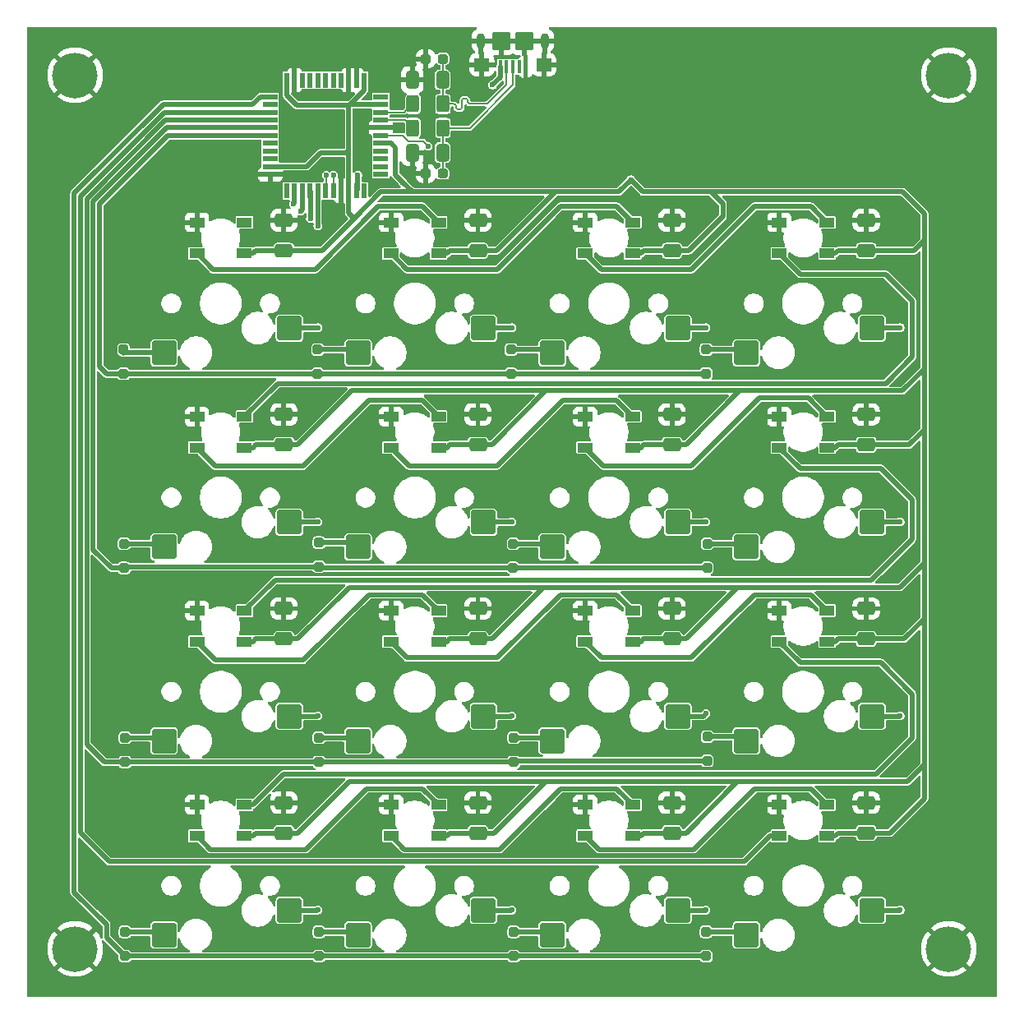
<source format=gbr>
%TF.GenerationSoftware,KiCad,Pcbnew,9.0.2*%
%TF.CreationDate,2025-06-23T15:12:22-04:00*%
%TF.ProjectId,MacroPad,4d616372-6f50-4616-942e-6b696361645f,rev?*%
%TF.SameCoordinates,Original*%
%TF.FileFunction,Copper,L2,Bot*%
%TF.FilePolarity,Positive*%
%FSLAX46Y46*%
G04 Gerber Fmt 4.6, Leading zero omitted, Abs format (unit mm)*
G04 Created by KiCad (PCBNEW 9.0.2) date 2025-06-23 15:12:22*
%MOMM*%
%LPD*%
G01*
G04 APERTURE LIST*
G04 Aperture macros list*
%AMRoundRect*
0 Rectangle with rounded corners*
0 $1 Rounding radius*
0 $2 $3 $4 $5 $6 $7 $8 $9 X,Y pos of 4 corners*
0 Add a 4 corners polygon primitive as box body*
4,1,4,$2,$3,$4,$5,$6,$7,$8,$9,$2,$3,0*
0 Add four circle primitives for the rounded corners*
1,1,$1+$1,$2,$3*
1,1,$1+$1,$4,$5*
1,1,$1+$1,$6,$7*
1,1,$1+$1,$8,$9*
0 Add four rect primitives between the rounded corners*
20,1,$1+$1,$2,$3,$4,$5,0*
20,1,$1+$1,$4,$5,$6,$7,0*
20,1,$1+$1,$6,$7,$8,$9,0*
20,1,$1+$1,$8,$9,$2,$3,0*%
G04 Aperture macros list end*
%TA.AperFunction,SMDPad,CuDef*%
%ADD10RoundRect,0.250000X1.025000X1.000000X-1.025000X1.000000X-1.025000X-1.000000X1.025000X-1.000000X0*%
%TD*%
%TA.AperFunction,SMDPad,CuDef*%
%ADD11R,1.500000X1.000000*%
%TD*%
%TA.AperFunction,SMDPad,CuDef*%
%ADD12RoundRect,0.100000X-0.100000X-0.575000X0.100000X-0.575000X0.100000X0.575000X-0.100000X0.575000X0*%
%TD*%
%TA.AperFunction,HeatsinkPad*%
%ADD13O,0.900000X1.600000*%
%TD*%
%TA.AperFunction,SMDPad,CuDef*%
%ADD14RoundRect,0.250000X-0.550000X-0.450000X0.550000X-0.450000X0.550000X0.450000X-0.550000X0.450000X0*%
%TD*%
%TA.AperFunction,SMDPad,CuDef*%
%ADD15RoundRect,0.250000X-0.700000X-0.700000X0.700000X-0.700000X0.700000X0.700000X-0.700000X0.700000X0*%
%TD*%
%TA.AperFunction,ComponentPad*%
%ADD16C,4.700000*%
%TD*%
%TA.AperFunction,SMDPad,CuDef*%
%ADD17RoundRect,0.250000X-0.650000X0.412500X-0.650000X-0.412500X0.650000X-0.412500X0.650000X0.412500X0*%
%TD*%
%TA.AperFunction,SMDPad,CuDef*%
%ADD18RoundRect,0.250000X0.250000X-0.250000X0.250000X0.250000X-0.250000X0.250000X-0.250000X-0.250000X0*%
%TD*%
%TA.AperFunction,SMDPad,CuDef*%
%ADD19RoundRect,0.250000X0.412500X0.650000X-0.412500X0.650000X-0.412500X-0.650000X0.412500X-0.650000X0*%
%TD*%
%TA.AperFunction,SMDPad,CuDef*%
%ADD20RoundRect,0.237500X-0.287500X-0.237500X0.287500X-0.237500X0.287500X0.237500X-0.287500X0.237500X0*%
%TD*%
%TA.AperFunction,SMDPad,CuDef*%
%ADD21RoundRect,0.250000X0.400000X0.625000X-0.400000X0.625000X-0.400000X-0.625000X0.400000X-0.625000X0*%
%TD*%
%TA.AperFunction,SMDPad,CuDef*%
%ADD22R,1.500000X0.550000*%
%TD*%
%TA.AperFunction,SMDPad,CuDef*%
%ADD23R,0.550000X1.500000*%
%TD*%
%TA.AperFunction,ViaPad*%
%ADD24C,0.600000*%
%TD*%
%TA.AperFunction,Conductor*%
%ADD25C,0.500000*%
%TD*%
%TA.AperFunction,Conductor*%
%ADD26C,0.200000*%
%TD*%
%TA.AperFunction,Conductor*%
%ADD27C,0.150000*%
%TD*%
G04 APERTURE END LIST*
D10*
%TO.P,KEY8,1,A*%
%TO.N,KEY_COL_4*%
X87085000Y-116040000D03*
%TO.P,KEY8,2,B*%
%TO.N,Net-(KEY8-B)*%
X74158000Y-118580000D03*
%TD*%
D11*
%TO.P,LED11,1,VSS*%
%TO.N,GND*%
X97550000Y-85150000D03*
%TO.P,LED11,2,DIN*%
%TO.N,/LED/LED_01*%
X97550000Y-88350000D03*
%TO.P,LED11,3,VDD*%
%TO.N,+5V*%
X102450000Y-88350000D03*
%TO.P,LED11,4,DOUT*%
%TO.N,/LED/LED_112*%
X102450000Y-85150000D03*
%TD*%
D10*
%TO.P,KEY10,1,A*%
%TO.N,KEY_COL_2*%
X127085000Y-96040000D03*
%TO.P,KEY10,2,B*%
%TO.N,Net-(KEY10-B)*%
X114158000Y-98580000D03*
%TD*%
D11*
%TO.P,LED15,1,VSS*%
%TO.N,GND*%
X97550000Y-65150000D03*
%TO.P,LED15,2,DIN*%
%TO.N,/LED/LED_145*%
X97550000Y-68350000D03*
%TO.P,LED15,3,VDD*%
%TO.N,+5V*%
X102450000Y-68350000D03*
%TO.P,LED15,4,DOUT*%
%TO.N,/LED/LED_156*%
X102450000Y-65150000D03*
%TD*%
D12*
%TO.P,J5,1,VBUS*%
%TO.N,/USB-PSU/+VBus_Conn*%
X108800000Y-49125000D03*
%TO.P,J5,2,D-*%
%TO.N,USB_D_N*%
X109450000Y-49125000D03*
%TO.P,J5,3,D+*%
%TO.N,USB_D_P*%
X110100000Y-49125001D03*
%TO.P,J5,4,ID*%
%TO.N,unconnected-(J5-ID-Pad4)*%
X110750000Y-49125000D03*
%TO.P,J5,5,GND*%
%TO.N,GND*%
X111400000Y-49125000D03*
D13*
%TO.P,J5,6,Shield*%
X106800001Y-46450000D03*
D14*
X106900000Y-48900000D03*
D15*
X108900000Y-46450000D03*
X111300000Y-46450000D03*
D14*
X113300000Y-48900000D03*
D13*
X113399999Y-46450000D03*
%TD*%
D10*
%TO.P,KEY2,1,A*%
%TO.N,KEY_COL_2*%
X127085000Y-136040000D03*
%TO.P,KEY2,2,B*%
%TO.N,Net-(KEY2-B)*%
X114158000Y-138580000D03*
%TD*%
%TO.P,KEY1,1,A*%
%TO.N,KEY_COL_1*%
X147085000Y-136040000D03*
%TO.P,KEY1,2,B*%
%TO.N,Net-(KEY1-B)*%
X134158000Y-138580000D03*
%TD*%
%TO.P,KEY3,1,A*%
%TO.N,KEY_COL_3*%
X107085000Y-136040000D03*
%TO.P,KEY3,2,B*%
%TO.N,Net-(KEY3-B)*%
X94158000Y-138580000D03*
%TD*%
%TO.P,KEY7,1,A*%
%TO.N,KEY_COL_3*%
X107085000Y-116040000D03*
%TO.P,KEY7,2,B*%
%TO.N,Net-(KEY7-B)*%
X94158000Y-118580000D03*
%TD*%
%TO.P,KEY12,1,A*%
%TO.N,KEY_COL_4*%
X87085000Y-96040000D03*
%TO.P,KEY12,2,B*%
%TO.N,Net-(KEY12-B)*%
X74158000Y-98580000D03*
%TD*%
%TO.P,KEY13,1,A*%
%TO.N,KEY_COL_1*%
X147085000Y-76040000D03*
%TO.P,KEY13,2,B*%
%TO.N,Net-(KEY13-B)*%
X134158000Y-78580000D03*
%TD*%
%TO.P,KEY4,1,A*%
%TO.N,KEY_COL_4*%
X87085000Y-136040000D03*
%TO.P,KEY4,2,B*%
%TO.N,Net-(KEY4-B)*%
X74158000Y-138580000D03*
%TD*%
D11*
%TO.P,LED2,1,VSS*%
%TO.N,GND*%
X117550000Y-125150000D03*
%TO.P,LED2,2,DIN*%
%TO.N,/LED/LED_12*%
X117550000Y-128350000D03*
%TO.P,LED2,3,VDD*%
%TO.N,+5V*%
X122450000Y-128350000D03*
%TO.P,LED2,4,DOUT*%
%TO.N,/LED/LED_23*%
X122450000Y-125150000D03*
%TD*%
D16*
%TO.P,H1,1,1*%
%TO.N,GND*%
X65000000Y-50000000D03*
%TD*%
D10*
%TO.P,KEY11,1,A*%
%TO.N,KEY_COL_3*%
X107085000Y-96040000D03*
%TO.P,KEY11,2,B*%
%TO.N,Net-(KEY11-B)*%
X94158000Y-98580000D03*
%TD*%
%TO.P,KEY15,1,A*%
%TO.N,KEY_COL_3*%
X107085000Y-76040000D03*
%TO.P,KEY15,2,B*%
%TO.N,Net-(KEY15-B)*%
X94158000Y-78580000D03*
%TD*%
D11*
%TO.P,LED12,1,VSS*%
%TO.N,GND*%
X77550000Y-85150000D03*
%TO.P,LED12,2,DIN*%
%TO.N,/LED/LED_112*%
X77550000Y-88350000D03*
%TO.P,LED12,3,VDD*%
%TO.N,+5V*%
X82450000Y-88350000D03*
%TO.P,LED12,4,DOUT*%
%TO.N,/LED/LED_123*%
X82450000Y-85150000D03*
%TD*%
D10*
%TO.P,KEY6,1,A*%
%TO.N,KEY_COL_2*%
X127085000Y-116040000D03*
%TO.P,KEY6,2,B*%
%TO.N,Net-(KEY6-B)*%
X114158000Y-118580000D03*
%TD*%
D16*
%TO.P,H3,1,1*%
%TO.N,GND*%
X155000000Y-140000000D03*
%TD*%
%TO.P,H4,1,1*%
%TO.N,GND*%
X65000000Y-140000000D03*
%TD*%
%TO.P,H2,1,1*%
%TO.N,GND*%
X155000000Y-50000000D03*
%TD*%
D11*
%TO.P,LED9,1,VSS*%
%TO.N,GND*%
X137550000Y-85150000D03*
%TO.P,LED9,2,DIN*%
%TO.N,/LED/LED_89*%
X137550000Y-88350000D03*
%TO.P,LED9,3,VDD*%
%TO.N,+5V*%
X142450000Y-88350000D03*
%TO.P,LED9,4,DOUT*%
%TO.N,/LED/LED_90*%
X142450000Y-85150000D03*
%TD*%
%TO.P,LED14,1,VSS*%
%TO.N,GND*%
X117550000Y-65150000D03*
%TO.P,LED14,2,DIN*%
%TO.N,/LED/LED_134*%
X117550000Y-68350000D03*
%TO.P,LED14,3,VDD*%
%TO.N,+5V*%
X122450000Y-68350000D03*
%TO.P,LED14,4,DOUT*%
%TO.N,/LED/LED_145*%
X122450000Y-65150000D03*
%TD*%
D10*
%TO.P,KEY16,1,A*%
%TO.N,KEY_COL_4*%
X87085000Y-76040000D03*
%TO.P,KEY16,2,B*%
%TO.N,Net-(KEY16-B)*%
X74158000Y-78580000D03*
%TD*%
D11*
%TO.P,LED7,1,VSS*%
%TO.N,GND*%
X97550000Y-105150000D03*
%TO.P,LED7,2,DIN*%
%TO.N,/LED/LED_67*%
X97550000Y-108350000D03*
%TO.P,LED7,3,VDD*%
%TO.N,+5V*%
X102450000Y-108350000D03*
%TO.P,LED7,4,DOUT*%
%TO.N,/LED/LED_78*%
X102450000Y-105150000D03*
%TD*%
%TO.P,LED4,1,VSS*%
%TO.N,GND*%
X77550000Y-125150000D03*
%TO.P,LED4,2,DIN*%
%TO.N,/LED/LED_34*%
X77550000Y-128350000D03*
%TO.P,LED4,3,VDD*%
%TO.N,+5V*%
X82450000Y-128350000D03*
%TO.P,LED4,4,DOUT*%
%TO.N,/LED/LED_45*%
X82450000Y-125150000D03*
%TD*%
D10*
%TO.P,KEY9,1,A*%
%TO.N,KEY_COL_1*%
X147085000Y-96040000D03*
%TO.P,KEY9,2,B*%
%TO.N,Net-(KEY9-B)*%
X134158000Y-98580000D03*
%TD*%
%TO.P,KEY5,1,A*%
%TO.N,KEY_COL_1*%
X147085000Y-116040000D03*
%TO.P,KEY5,2,B*%
%TO.N,Net-(KEY5-B)*%
X134158000Y-118580000D03*
%TD*%
D11*
%TO.P,LED10,1,VSS*%
%TO.N,GND*%
X117550000Y-85150000D03*
%TO.P,LED10,2,DIN*%
%TO.N,/LED/LED_90*%
X117550000Y-88350000D03*
%TO.P,LED10,3,VDD*%
%TO.N,+5V*%
X122450000Y-88350000D03*
%TO.P,LED10,4,DOUT*%
%TO.N,/LED/LED_01*%
X122450000Y-85150000D03*
%TD*%
%TO.P,LED1,1,VSS*%
%TO.N,GND*%
X137550000Y-125150000D03*
%TO.P,LED1,2,DIN*%
%TO.N,LED_CTRL*%
X137550000Y-128350000D03*
%TO.P,LED1,3,VDD*%
%TO.N,+5V*%
X142450000Y-128350000D03*
%TO.P,LED1,4,DOUT*%
%TO.N,/LED/LED_12*%
X142450000Y-125150000D03*
%TD*%
%TO.P,LED5,1,VSS*%
%TO.N,GND*%
X137550000Y-105150000D03*
%TO.P,LED5,2,DIN*%
%TO.N,/LED/LED_45*%
X137550000Y-108350000D03*
%TO.P,LED5,3,VDD*%
%TO.N,+5V*%
X142450000Y-108350000D03*
%TO.P,LED5,4,DOUT*%
%TO.N,/LED/LED_56*%
X142450000Y-105150000D03*
%TD*%
%TO.P,LED8,1,VSS*%
%TO.N,GND*%
X77550000Y-105150000D03*
%TO.P,LED8,2,DIN*%
%TO.N,/LED/LED_78*%
X77550000Y-108350000D03*
%TO.P,LED8,3,VDD*%
%TO.N,+5V*%
X82450000Y-108350000D03*
%TO.P,LED8,4,DOUT*%
%TO.N,/LED/LED_89*%
X82450000Y-105150000D03*
%TD*%
%TO.P,LED16,1,VSS*%
%TO.N,GND*%
X77550000Y-65150000D03*
%TO.P,LED16,2,DIN*%
%TO.N,/LED/LED_156*%
X77550000Y-68350000D03*
%TO.P,LED16,3,VDD*%
%TO.N,+5V*%
X82450000Y-68350000D03*
%TO.P,LED16,4,DOUT*%
%TO.N,unconnected-(LED16-DOUT-Pad4)*%
X82450000Y-65150000D03*
%TD*%
%TO.P,LED3,1,VSS*%
%TO.N,GND*%
X97550000Y-125150000D03*
%TO.P,LED3,2,DIN*%
%TO.N,/LED/LED_23*%
X97550000Y-128350000D03*
%TO.P,LED3,3,VDD*%
%TO.N,+5V*%
X102450000Y-128350000D03*
%TO.P,LED3,4,DOUT*%
%TO.N,/LED/LED_34*%
X102450000Y-125150000D03*
%TD*%
%TO.P,LED6,1,VSS*%
%TO.N,GND*%
X117550000Y-105150000D03*
%TO.P,LED6,2,DIN*%
%TO.N,/LED/LED_56*%
X117550000Y-108350000D03*
%TO.P,LED6,3,VDD*%
%TO.N,+5V*%
X122450000Y-108350000D03*
%TO.P,LED6,4,DOUT*%
%TO.N,/LED/LED_67*%
X122450000Y-105150000D03*
%TD*%
%TO.P,LED13,1,VSS*%
%TO.N,GND*%
X137550000Y-65150000D03*
%TO.P,LED13,2,DIN*%
%TO.N,/LED/LED_123*%
X137550000Y-68350000D03*
%TO.P,LED13,3,VDD*%
%TO.N,+5V*%
X142450000Y-68350000D03*
%TO.P,LED13,4,DOUT*%
%TO.N,/LED/LED_134*%
X142450000Y-65150000D03*
%TD*%
D10*
%TO.P,KEY14,1,A*%
%TO.N,KEY_COL_2*%
X127085000Y-76040000D03*
%TO.P,KEY14,2,B*%
%TO.N,Net-(KEY14-B)*%
X114158000Y-78580000D03*
%TD*%
D17*
%TO.P,LEDC7,1*%
%TO.N,GND*%
X106500000Y-104937500D03*
%TO.P,LEDC7,2*%
%TO.N,+5V*%
X106500000Y-108062500D03*
%TD*%
%TO.P,LEDC13,1*%
%TO.N,GND*%
X146500000Y-64937500D03*
%TO.P,LEDC13,2*%
%TO.N,+5V*%
X146500000Y-68062500D03*
%TD*%
D18*
%TO.P,KEYD9,1,K*%
%TO.N,KEY_ROW_3*%
X130123000Y-100750000D03*
%TO.P,KEYD9,2,A*%
%TO.N,Net-(KEY9-B)*%
X130123000Y-98250000D03*
%TD*%
%TO.P,KEYD12,1,K*%
%TO.N,KEY_ROW_3*%
X70052000Y-100750000D03*
%TO.P,KEYD12,2,A*%
%TO.N,Net-(KEY12-B)*%
X70052000Y-98250000D03*
%TD*%
D19*
%TO.P,C3,1*%
%TO.N,USB_D_N*%
X102867000Y-50461000D03*
%TO.P,C3,2*%
%TO.N,GND*%
X99742000Y-50461000D03*
%TD*%
D17*
%TO.P,LEDC2,1*%
%TO.N,GND*%
X126500000Y-124937500D03*
%TO.P,LEDC2,2*%
%TO.N,+5V*%
X126500000Y-128062500D03*
%TD*%
%TO.P,LEDC16,1*%
%TO.N,GND*%
X86500000Y-64937500D03*
%TO.P,LEDC16,2*%
%TO.N,+5V*%
X86500000Y-68062500D03*
%TD*%
%TO.P,LEDC12,1*%
%TO.N,GND*%
X86500000Y-84937500D03*
%TO.P,LEDC12,2*%
%TO.N,+5V*%
X86500000Y-88062500D03*
%TD*%
%TO.P,LEDC9,1*%
%TO.N,GND*%
X146500000Y-84937500D03*
%TO.P,LEDC9,2*%
%TO.N,+5V*%
X146500000Y-88062500D03*
%TD*%
D20*
%TO.P,D1,1,A1*%
%TO.N,GND*%
X101117000Y-60113000D03*
%TO.P,D1,2,A2*%
%TO.N,USB_D_P*%
X102867000Y-60113000D03*
%TD*%
D18*
%TO.P,KEYD8,1,K*%
%TO.N,KEY_ROW_2*%
X70135000Y-120750000D03*
%TO.P,KEYD8,2,A*%
%TO.N,Net-(KEY8-B)*%
X70135000Y-118250000D03*
%TD*%
D17*
%TO.P,LEDC5,1*%
%TO.N,GND*%
X146500000Y-104937500D03*
%TO.P,LEDC5,2*%
%TO.N,+5V*%
X146500000Y-108062500D03*
%TD*%
D18*
%TO.P,KEYD16,1,K*%
%TO.N,KEY_ROW_4*%
X70000000Y-80750000D03*
%TO.P,KEYD16,2,A*%
%TO.N,Net-(KEY16-B)*%
X70000000Y-78250000D03*
%TD*%
D17*
%TO.P,LEDC4,1*%
%TO.N,GND*%
X86500000Y-124937500D03*
%TO.P,LEDC4,2*%
%TO.N,+5V*%
X86500000Y-128062500D03*
%TD*%
D18*
%TO.P,KEYD11,1,K*%
%TO.N,KEY_ROW_3*%
X90118000Y-100625000D03*
%TO.P,KEYD11,2,A*%
%TO.N,Net-(KEY11-B)*%
X90118000Y-98125000D03*
%TD*%
D21*
%TO.P,R4,1*%
%TO.N,USB_D_N*%
X102900000Y-52950000D03*
%TO.P,R4,2*%
%TO.N,/MCU/USB_T_D_N*%
X99800000Y-52950000D03*
%TD*%
D17*
%TO.P,LEDC8,1*%
%TO.N,GND*%
X86500000Y-104937500D03*
%TO.P,LEDC8,2*%
%TO.N,+5V*%
X86500000Y-108062500D03*
%TD*%
%TO.P,LEDC11,1*%
%TO.N,GND*%
X106500000Y-84937500D03*
%TO.P,LEDC11,2*%
%TO.N,+5V*%
X106500000Y-88062500D03*
%TD*%
D18*
%TO.P,KEYD15,1,K*%
%TO.N,KEY_ROW_4*%
X89983000Y-80750000D03*
%TO.P,KEYD15,2,A*%
%TO.N,Net-(KEY15-B)*%
X89983000Y-78250000D03*
%TD*%
D20*
%TO.P,D2,1,A1*%
%TO.N,GND*%
X101117000Y-48302000D03*
%TO.P,D2,2,A2*%
%TO.N,USB_D_N*%
X102867000Y-48302000D03*
%TD*%
D17*
%TO.P,LEDC3,1*%
%TO.N,GND*%
X106500000Y-124937500D03*
%TO.P,LEDC3,2*%
%TO.N,+5V*%
X106500000Y-128062500D03*
%TD*%
%TO.P,LEDC14,1*%
%TO.N,GND*%
X126500000Y-64937500D03*
%TO.P,LEDC14,2*%
%TO.N,+5V*%
X126500000Y-68062500D03*
%TD*%
%TO.P,LEDC6,1*%
%TO.N,GND*%
X126500000Y-104937500D03*
%TO.P,LEDC6,2*%
%TO.N,+5V*%
X126500000Y-108062500D03*
%TD*%
%TO.P,LEDC15,1*%
%TO.N,GND*%
X106500000Y-64937500D03*
%TO.P,LEDC15,2*%
%TO.N,+5V*%
X106500000Y-68062500D03*
%TD*%
D21*
%TO.P,R3,1*%
%TO.N,USB_D_P*%
X102900000Y-55414000D03*
%TO.P,R3,2*%
%TO.N,/MCU/USB_T_D_P*%
X99800000Y-55414000D03*
%TD*%
D18*
%TO.P,KEYD1,1,K*%
%TO.N,KEY_ROW_1*%
X130000000Y-140750000D03*
%TO.P,KEYD1,2,A*%
%TO.N,Net-(KEY1-B)*%
X130000000Y-138250000D03*
%TD*%
%TO.P,KEYD2,1,K*%
%TO.N,KEY_ROW_1*%
X110184000Y-140750000D03*
%TO.P,KEYD2,2,A*%
%TO.N,Net-(KEY2-B)*%
X110184000Y-138250000D03*
%TD*%
%TO.P,KEYD14,1,K*%
%TO.N,KEY_ROW_4*%
X109922000Y-80750000D03*
%TO.P,KEYD14,2,A*%
%TO.N,Net-(KEY14-B)*%
X109922000Y-78250000D03*
%TD*%
%TO.P,KEYD6,1,K*%
%TO.N,KEY_ROW_2*%
X110184000Y-120750000D03*
%TO.P,KEYD6,2,A*%
%TO.N,Net-(KEY6-B)*%
X110184000Y-118250000D03*
%TD*%
D22*
%TO.P,U1,1,PE6*%
%TO.N,unconnected-(U1-PE6-Pad1)*%
X96500000Y-52200000D03*
%TO.P,U1,2,UVCC*%
%TO.N,+5V*%
X96500000Y-53000000D03*
%TO.P,U1,3,D-*%
%TO.N,/MCU/USB_T_D_N*%
X96500000Y-53800000D03*
%TO.P,U1,4,D+*%
%TO.N,/MCU/USB_T_D_P*%
X96500000Y-54600000D03*
%TO.P,U1,5,UGND*%
%TO.N,GND*%
X96500000Y-55400000D03*
%TO.P,U1,6,UCAP*%
%TO.N,Net-(U1-UCAP)*%
X96500000Y-56200000D03*
%TO.P,U1,7,VBUS*%
%TO.N,+5V*%
X96500000Y-57000000D03*
%TO.P,U1,8,PB0*%
%TO.N,unconnected-(U1-PB0-Pad8)*%
X96500000Y-57800000D03*
%TO.P,U1,9,PB1*%
%TO.N,unconnected-(U1-PB1-Pad9)*%
X96500000Y-58600000D03*
%TO.P,U1,10,PB2*%
%TO.N,unconnected-(U1-PB2-Pad10)*%
X96500000Y-59400000D03*
%TO.P,U1,11,PB3*%
%TO.N,unconnected-(U1-PB3-Pad11)*%
X96500000Y-60200000D03*
D23*
%TO.P,U1,12,PB7*%
%TO.N,unconnected-(U1-PB7-Pad12)*%
X94800000Y-61900000D03*
%TO.P,U1,13,~{RESET}*%
%TO.N,Net-(U1-~{RESET})*%
X94000000Y-61900000D03*
%TO.P,U1,14,VCC*%
%TO.N,+5V*%
X93200000Y-61900000D03*
%TO.P,U1,15,GND*%
%TO.N,GND*%
X92400000Y-61900000D03*
%TO.P,U1,16,XTAL2*%
%TO.N,/MCU/XTAL_N*%
X91600000Y-61900000D03*
%TO.P,U1,17,XTAL1*%
%TO.N,/MCU/XTAL_P*%
X90800000Y-61900000D03*
%TO.P,U1,18,PD0*%
%TO.N,KEY_COL_4*%
X90000000Y-61900000D03*
%TO.P,U1,19,PD1*%
%TO.N,KEY_COL_3*%
X89200000Y-61900000D03*
%TO.P,U1,20,PD2*%
%TO.N,KEY_COL_2*%
X88400000Y-61900000D03*
%TO.P,U1,21,PD3*%
%TO.N,KEY_COL_1*%
X87600000Y-61900000D03*
%TO.P,U1,22,PD5*%
%TO.N,unconnected-(U1-PD5-Pad22)*%
X86800000Y-61900000D03*
D22*
%TO.P,U1,23,GND*%
%TO.N,GND*%
X85100000Y-60200000D03*
%TO.P,U1,24,AVCC*%
%TO.N,+5V*%
X85100000Y-59400000D03*
%TO.P,U1,25,PD4*%
%TO.N,unconnected-(U1-PD4-Pad25)*%
X85100000Y-58600000D03*
%TO.P,U1,26,PD6*%
%TO.N,unconnected-(U1-PD6-Pad26)*%
X85100000Y-57800000D03*
%TO.P,U1,27,PD7*%
%TO.N,unconnected-(U1-PD7-Pad27)*%
X85100000Y-57000000D03*
%TO.P,U1,28,PB4*%
%TO.N,KEY_ROW_4*%
X85100000Y-56200000D03*
%TO.P,U1,29,PB5*%
%TO.N,KEY_ROW_3*%
X85100000Y-55400000D03*
%TO.P,U1,30,PB6*%
%TO.N,KEY_ROW_2*%
X85100000Y-54600000D03*
%TO.P,U1,31,PC6*%
%TO.N,LED_CTRL*%
X85100000Y-53800000D03*
%TO.P,U1,32,PC7*%
%TO.N,unconnected-(U1-PC7-Pad32)*%
X85100000Y-53000000D03*
%TO.P,U1,33,~{HWB}/PE2*%
%TO.N,KEY_ROW_1*%
X85100000Y-52200000D03*
D23*
%TO.P,U1,34,VCC*%
%TO.N,+5V*%
X86800000Y-50500000D03*
%TO.P,U1,35,GND*%
%TO.N,GND*%
X87600000Y-50500000D03*
%TO.P,U1,36,PF7*%
%TO.N,unconnected-(U1-PF7-Pad36)*%
X88400000Y-50500000D03*
%TO.P,U1,37,PF6*%
%TO.N,unconnected-(U1-PF6-Pad37)*%
X89200000Y-50500000D03*
%TO.P,U1,38,PF5*%
%TO.N,unconnected-(U1-PF5-Pad38)*%
X90000000Y-50500000D03*
%TO.P,U1,39,PF4*%
%TO.N,unconnected-(U1-PF4-Pad39)*%
X90800000Y-50500000D03*
%TO.P,U1,40,PF1*%
%TO.N,unconnected-(U1-PF1-Pad40)*%
X91600000Y-50500000D03*
%TO.P,U1,41,PF0*%
%TO.N,unconnected-(U1-PF0-Pad41)*%
X92400000Y-50500000D03*
%TO.P,U1,42,AREF*%
%TO.N,GND*%
X93200000Y-50500000D03*
%TO.P,U1,43,GND*%
X94000000Y-50500000D03*
%TO.P,U1,44,AVCC*%
%TO.N,+5V*%
X94800000Y-50500000D03*
%TD*%
D17*
%TO.P,LEDC10,1*%
%TO.N,GND*%
X126500000Y-84937500D03*
%TO.P,LEDC10,2*%
%TO.N,+5V*%
X126500000Y-88062500D03*
%TD*%
D18*
%TO.P,KEYD13,1,K*%
%TO.N,KEY_ROW_4*%
X130000000Y-80750000D03*
%TO.P,KEYD13,2,A*%
%TO.N,Net-(KEY13-B)*%
X130000000Y-78250000D03*
%TD*%
%TO.P,KEYD7,1,K*%
%TO.N,KEY_ROW_2*%
X90118000Y-120750000D03*
%TO.P,KEYD7,2,A*%
%TO.N,Net-(KEY7-B)*%
X90118000Y-118250000D03*
%TD*%
%TO.P,KEYD4,1,K*%
%TO.N,KEY_ROW_1*%
X70135000Y-140750000D03*
%TO.P,KEYD4,2,A*%
%TO.N,Net-(KEY4-B)*%
X70135000Y-138250000D03*
%TD*%
%TO.P,KEYD5,1,K*%
%TO.N,KEY_ROW_2*%
X130123000Y-120625000D03*
%TO.P,KEYD5,2,A*%
%TO.N,Net-(KEY5-B)*%
X130123000Y-118125000D03*
%TD*%
D19*
%TO.P,C1,1*%
%TO.N,USB_D_P*%
X102867000Y-57954000D03*
%TO.P,C1,2*%
%TO.N,GND*%
X99742000Y-57954000D03*
%TD*%
D18*
%TO.P,KEYD3,1,K*%
%TO.N,KEY_ROW_1*%
X90118000Y-140750000D03*
%TO.P,KEYD3,2,A*%
%TO.N,Net-(KEY3-B)*%
X90118000Y-138250000D03*
%TD*%
D17*
%TO.P,LEDC1,1*%
%TO.N,GND*%
X146500000Y-124937500D03*
%TO.P,LEDC1,2*%
%TO.N,+5V*%
X146500000Y-128062500D03*
%TD*%
D18*
%TO.P,KEYD10,1,K*%
%TO.N,KEY_ROW_3*%
X110135000Y-100750000D03*
%TO.P,KEYD10,2,A*%
%TO.N,Net-(KEY10-B)*%
X110135000Y-98250000D03*
%TD*%
D24*
%TO.N,+5V*%
X122250000Y-60750000D03*
%TO.N,/USB-PSU/+VBus_Conn*%
X108000000Y-51000000D03*
%TO.N,GND*%
X68500000Y-78500000D03*
X149000000Y-109500000D03*
X149000000Y-103500000D03*
X109000000Y-83500000D03*
X110000000Y-64250000D03*
X149000000Y-69500000D03*
X109000000Y-103500000D03*
X68500000Y-118500000D03*
X129000000Y-103500000D03*
X68750000Y-133000000D03*
X89000000Y-83500000D03*
X128750000Y-83500000D03*
X68250000Y-98500000D03*
X149000000Y-123500000D03*
X149000000Y-64250000D03*
X129000000Y-123500000D03*
X149000000Y-83500000D03*
X149000000Y-89750000D03*
X88750000Y-103500000D03*
X130000000Y-64250000D03*
X96750000Y-61000000D03*
X109000000Y-123500000D03*
X89000000Y-123500000D03*
X68750000Y-129250000D03*
%TO.N,/MCU/XTAL_P*%
X90867000Y-60302000D03*
%TO.N,/MCU/XTAL_N*%
X91617000Y-60302000D03*
%TO.N,Net-(U1-UCAP)*%
X101367000Y-57302000D03*
%TO.N,+5V*%
X98750000Y-61000000D03*
%TO.N,KEY_COL_1*%
X150000000Y-116000000D03*
X150000000Y-96000000D03*
X150000000Y-76000000D03*
X87500000Y-63250000D03*
X150000000Y-136000000D03*
%TO.N,KEY_COL_2*%
X88250000Y-64000000D03*
X130000000Y-115750000D03*
X130000000Y-136000000D03*
X130000000Y-76000000D03*
X130000000Y-96000000D03*
%TO.N,KEY_COL_3*%
X89250000Y-64750000D03*
X110000000Y-76000000D03*
X110000000Y-96000000D03*
X110000000Y-136000000D03*
X110000000Y-116000000D03*
%TO.N,KEY_COL_4*%
X90000000Y-116000000D03*
X90000000Y-96000000D03*
X90000000Y-76000000D03*
X90000000Y-136000000D03*
X90000000Y-65500000D03*
%TO.N,Net-(U1-~{RESET})*%
X94117000Y-60302000D03*
%TD*%
D25*
%TO.N,Net-(KEY12-B)*%
X70052000Y-98250000D02*
X73828000Y-98250000D01*
X73828000Y-98250000D02*
X74158000Y-98580000D01*
%TO.N,Net-(KEY11-B)*%
X90118000Y-98125000D02*
X93703000Y-98125000D01*
X93703000Y-98125000D02*
X94158000Y-98580000D01*
%TO.N,Net-(KEY10-B)*%
X110135000Y-98250000D02*
X113828000Y-98250000D01*
X113828000Y-98250000D02*
X114158000Y-98580000D01*
%TO.N,Net-(KEY9-B)*%
X130123000Y-98250000D02*
X133828000Y-98250000D01*
X133828000Y-98250000D02*
X134158000Y-98580000D01*
D26*
%TO.N,USB_D_N*%
X105094769Y-52370552D02*
X105214769Y-52370552D01*
X104854769Y-53190000D02*
X104854769Y-52710000D01*
X104494769Y-53529454D02*
X104614769Y-53529454D01*
X105214769Y-52370552D02*
G75*
G02*
X105454848Y-52610552I31J-240048D01*
G01*
X104854769Y-53289454D02*
X104854769Y-53190000D01*
X104614769Y-53529454D02*
G75*
G03*
X104854754Y-53289454I31J239954D01*
G01*
X104254769Y-53190000D02*
X104254769Y-53289454D01*
X104854769Y-52610552D02*
G75*
G02*
X105094769Y-52370569I240031J-48D01*
G01*
X104854769Y-52710000D02*
X104854769Y-52610552D01*
X104254769Y-53289454D02*
G75*
G03*
X104494769Y-53529531I240031J-46D01*
G01*
X102900000Y-52950000D02*
X104014769Y-52950000D01*
X105454769Y-52710000D02*
G75*
G03*
X105694769Y-52950031I240031J0D01*
G01*
X104014769Y-52950000D02*
G75*
G02*
X104254800Y-53190000I31J-240000D01*
G01*
X105454769Y-52610552D02*
X105454769Y-52710000D01*
X105694769Y-52950000D02*
X105814769Y-52950000D01*
X105814769Y-52950000D02*
X107450000Y-52950000D01*
X107450000Y-52950000D02*
X109450000Y-50950000D01*
X109450000Y-50950000D02*
X109450000Y-49125000D01*
%TO.N,USB_D_P*%
X110100000Y-49125001D02*
X110100000Y-51000000D01*
X110100000Y-51000000D02*
X105686000Y-55414000D01*
X105686000Y-55414000D02*
X102900000Y-55414000D01*
D25*
%TO.N,/USB-PSU/+VBus_Conn*%
X108800000Y-49125000D02*
X108800000Y-50200000D01*
X108800000Y-50200000D02*
X108000000Y-51000000D01*
D26*
%TO.N,USB_D_P*%
X102867000Y-60113000D02*
X102867000Y-57954000D01*
X102867000Y-57575000D02*
X102900000Y-57542000D01*
X102900000Y-60080000D02*
X102867000Y-60113000D01*
X102900000Y-57542000D02*
X102900000Y-55414000D01*
X102867000Y-57954000D02*
X102867000Y-57575000D01*
D27*
X103422000Y-55500000D02*
X103336000Y-55414000D01*
X103336000Y-55414000D02*
X102900000Y-55414000D01*
D26*
X102900000Y-57921000D02*
X102867000Y-57954000D01*
%TO.N,/MCU/XTAL_P*%
X90867000Y-61833000D02*
X90800000Y-61900000D01*
X90800000Y-60369000D02*
X90867000Y-60302000D01*
X90867000Y-60302000D02*
X90867000Y-61833000D01*
%TO.N,USB_D_N*%
X102900000Y-52950000D02*
X102900000Y-53050000D01*
X102900000Y-52950000D02*
X102900000Y-50494000D01*
X102900000Y-48121000D02*
X102867000Y-48088000D01*
X102900000Y-52950000D02*
X102900000Y-48335000D01*
X102900000Y-50494000D02*
X102867000Y-50461000D01*
%TO.N,/MCU/XTAL_N*%
X91617000Y-61883000D02*
X91600000Y-61900000D01*
X91600000Y-60319000D02*
X91617000Y-60302000D01*
X91617000Y-60302000D02*
X91617000Y-61883000D01*
%TO.N,Net-(U1-UCAP)*%
X99352000Y-56802000D02*
X98750000Y-56200000D01*
X101367000Y-57302000D02*
X100867000Y-56802000D01*
X100867000Y-56802000D02*
X99352000Y-56802000D01*
X98750000Y-56200000D02*
X96500000Y-56200000D01*
D25*
%TO.N,+5V*%
X86500000Y-108062500D02*
X83587500Y-108062500D01*
X93750000Y-64750000D02*
X96500000Y-62000000D01*
X93200000Y-53125000D02*
X94800000Y-51525000D01*
X133500000Y-82500000D02*
X134000000Y-82500000D01*
X99750000Y-62000000D02*
X114500000Y-62000000D01*
X146500000Y-108062500D02*
X150437500Y-108062500D01*
X103587500Y-128062500D02*
X103300000Y-128350000D01*
X126500000Y-128062500D02*
X123587500Y-128062500D01*
X143587500Y-68062500D02*
X143300000Y-68350000D01*
X97525000Y-57000000D02*
X98000000Y-57475000D01*
X146500000Y-108062500D02*
X143587500Y-108062500D01*
X83300000Y-88350000D02*
X82450000Y-88350000D01*
X93200000Y-57750000D02*
X93200000Y-53125000D01*
X146500000Y-88062500D02*
X143587500Y-88062500D01*
X150937500Y-88062500D02*
X152500000Y-86500000D01*
X143300000Y-68350000D02*
X142450000Y-68350000D01*
X133250000Y-102750000D02*
X150000000Y-102750000D01*
X127500000Y-62000000D02*
X150250000Y-62000000D01*
X152500000Y-100250000D02*
X152500000Y-106000000D01*
X114000000Y-62500000D02*
X114500000Y-62000000D01*
X143587500Y-108062500D02*
X143300000Y-108350000D01*
X107937500Y-108062500D02*
X113250000Y-102750000D01*
X83587500Y-108062500D02*
X83300000Y-108350000D01*
X143300000Y-108350000D02*
X142450000Y-108350000D01*
X143300000Y-128350000D02*
X142450000Y-128350000D01*
X123300000Y-88350000D02*
X122450000Y-88350000D01*
X87937500Y-128062500D02*
X93250000Y-122750000D01*
X93500000Y-82500000D02*
X113500000Y-82500000D01*
X106500000Y-88062500D02*
X103587500Y-88062500D01*
X103300000Y-128350000D02*
X102450000Y-128350000D01*
X86800000Y-50500000D02*
X86800000Y-52050000D01*
X93200000Y-64200000D02*
X93750000Y-64750000D01*
X90250000Y-58000000D02*
X92950000Y-58000000D01*
X126500000Y-128062500D02*
X127937500Y-128062500D01*
X106500000Y-68062500D02*
X108437500Y-68062500D01*
X106500000Y-108062500D02*
X103587500Y-108062500D01*
X82450000Y-108350000D02*
X83300000Y-108350000D01*
X113500000Y-82500000D02*
X107937500Y-88062500D01*
X108437500Y-68062500D02*
X114000000Y-62500000D01*
X98750000Y-61000000D02*
X99750000Y-62000000D01*
X113500000Y-122750000D02*
X133250000Y-122750000D01*
X107937500Y-88062500D02*
X106500000Y-88062500D01*
X123300000Y-68350000D02*
X122450000Y-68350000D01*
X102450000Y-68350000D02*
X103300000Y-68350000D01*
X83587500Y-68062500D02*
X83300000Y-68350000D01*
X152500000Y-124500000D02*
X148937500Y-128062500D01*
X93150000Y-53075000D02*
X93200000Y-53125000D01*
X86500000Y-128062500D02*
X87937500Y-128062500D01*
X150750000Y-122750000D02*
X152500000Y-121000000D01*
X152500000Y-64250000D02*
X152500000Y-67000000D01*
X93250000Y-122750000D02*
X113500000Y-122750000D01*
X103587500Y-88062500D02*
X103300000Y-88350000D01*
X93250000Y-102750000D02*
X113250000Y-102750000D01*
X87937500Y-88062500D02*
X93500000Y-82500000D01*
X134000000Y-82500000D02*
X150250000Y-82500000D01*
X126500000Y-68062500D02*
X123587500Y-68062500D01*
X87937500Y-108062500D02*
X93250000Y-102750000D01*
X93200000Y-53125000D02*
X93325000Y-53000000D01*
X113250000Y-102750000D02*
X133250000Y-102750000D01*
X146500000Y-68062500D02*
X151437500Y-68062500D01*
X86500000Y-88062500D02*
X87937500Y-88062500D01*
X126500000Y-108062500D02*
X127937500Y-108062500D01*
X85100000Y-59400000D02*
X88850000Y-59400000D01*
X83300000Y-128350000D02*
X82450000Y-128350000D01*
X113500000Y-82500000D02*
X133500000Y-82500000D01*
X92950000Y-58000000D02*
X93200000Y-57750000D01*
X98000000Y-60250000D02*
X98750000Y-61000000D01*
X96500000Y-62000000D02*
X99750000Y-62000000D01*
X126500000Y-88062500D02*
X127937500Y-88062500D01*
X86500000Y-68062500D02*
X83587500Y-68062500D01*
X86500000Y-88062500D02*
X83587500Y-88062500D01*
X126500000Y-88062500D02*
X123587500Y-88062500D01*
X121000000Y-62000000D02*
X122250000Y-60750000D01*
X103300000Y-108350000D02*
X102450000Y-108350000D01*
X94800000Y-50500000D02*
X94800000Y-51525000D01*
X106500000Y-128062500D02*
X108187500Y-128062500D01*
X126500000Y-68062500D02*
X128187500Y-68062500D01*
X151437500Y-68062500D02*
X152500000Y-67000000D01*
X146500000Y-88062500D02*
X150937500Y-88062500D01*
X150437500Y-108062500D02*
X152500000Y-106000000D01*
X123587500Y-108062500D02*
X123300000Y-108350000D01*
X93200000Y-61900000D02*
X93200000Y-64200000D01*
X86500000Y-108062500D02*
X87937500Y-108062500D01*
X133250000Y-122750000D02*
X150750000Y-122750000D01*
X143300000Y-88350000D02*
X142450000Y-88350000D01*
X83587500Y-88062500D02*
X83300000Y-88350000D01*
X152500000Y-86500000D02*
X152500000Y-100250000D01*
X123300000Y-108350000D02*
X122450000Y-108350000D01*
X127937500Y-88062500D02*
X133500000Y-82500000D01*
X150000000Y-102750000D02*
X152500000Y-100250000D01*
X146500000Y-68062500D02*
X143587500Y-68062500D01*
X106500000Y-108062500D02*
X107937500Y-108062500D01*
X103587500Y-68062500D02*
X103300000Y-68350000D01*
X86500000Y-128062500D02*
X83587500Y-128062500D01*
X130500000Y-62000000D02*
X127500000Y-62000000D01*
X98000000Y-57475000D02*
X98000000Y-60250000D01*
X126500000Y-108062500D02*
X123587500Y-108062500D01*
X123587500Y-88062500D02*
X123300000Y-88350000D01*
X127937500Y-108062500D02*
X133250000Y-102750000D01*
X131750000Y-63250000D02*
X130500000Y-62000000D01*
X83587500Y-128062500D02*
X83300000Y-128350000D01*
X83300000Y-68350000D02*
X82450000Y-68350000D01*
X88850000Y-59400000D02*
X90250000Y-58000000D01*
X152500000Y-121000000D02*
X152500000Y-124500000D01*
X114500000Y-62000000D02*
X121000000Y-62000000D01*
X128187500Y-68062500D02*
X131750000Y-64500000D01*
X148937500Y-128062500D02*
X146500000Y-128062500D01*
X143587500Y-88062500D02*
X143300000Y-88350000D01*
X86500000Y-68062500D02*
X90437500Y-68062500D01*
X96500000Y-57000000D02*
X97525000Y-57000000D01*
X146500000Y-128062500D02*
X143587500Y-128062500D01*
X106500000Y-68062500D02*
X103587500Y-68062500D01*
X152500000Y-106000000D02*
X152500000Y-121000000D01*
X123500000Y-62000000D02*
X127500000Y-62000000D01*
X106500000Y-128062500D02*
X103587500Y-128062500D01*
X127937500Y-128062500D02*
X133250000Y-122750000D01*
X123300000Y-128350000D02*
X122450000Y-128350000D01*
X122250000Y-60750000D02*
X123500000Y-62000000D01*
X150250000Y-82500000D02*
X152500000Y-80250000D01*
X150250000Y-62000000D02*
X152500000Y-64250000D01*
X123587500Y-68062500D02*
X123300000Y-68350000D01*
X123587500Y-128062500D02*
X123300000Y-128350000D01*
X108187500Y-128062500D02*
X113500000Y-122750000D01*
X93200000Y-61900000D02*
X93200000Y-57750000D01*
X152500000Y-80250000D02*
X152500000Y-86500000D01*
X93325000Y-53000000D02*
X96500000Y-53000000D01*
X152500000Y-67000000D02*
X152500000Y-80250000D01*
X103587500Y-108062500D02*
X103300000Y-108350000D01*
X103300000Y-88350000D02*
X102450000Y-88350000D01*
X131750000Y-64500000D02*
X131750000Y-63250000D01*
X90437500Y-68062500D02*
X93750000Y-64750000D01*
X87825000Y-53075000D02*
X93150000Y-53075000D01*
X86800000Y-52050000D02*
X87825000Y-53075000D01*
X143587500Y-128062500D02*
X143300000Y-128350000D01*
%TO.N,Net-(KEY1-B)*%
X130000000Y-138250000D02*
X133828000Y-138250000D01*
X133828000Y-138250000D02*
X134158000Y-138580000D01*
%TO.N,KEY_COL_1*%
X87600000Y-61900000D02*
X87600000Y-63150000D01*
X147085000Y-116040000D02*
X149960000Y-116040000D01*
X147085000Y-136040000D02*
X149960000Y-136040000D01*
X149960000Y-136040000D02*
X150000000Y-136000000D01*
X147085000Y-96040000D02*
X149960000Y-96040000D01*
X149960000Y-96040000D02*
X150000000Y-96000000D01*
X87600000Y-63150000D02*
X87500000Y-63250000D01*
X149960000Y-76040000D02*
X150000000Y-76000000D01*
X147085000Y-76040000D02*
X149960000Y-76040000D01*
X149960000Y-116040000D02*
X150000000Y-116000000D01*
%TO.N,KEY_COL_2*%
X129960000Y-136040000D02*
X130000000Y-136000000D01*
X127085000Y-76040000D02*
X129960000Y-76040000D01*
X88400000Y-63850000D02*
X88250000Y-64000000D01*
X129960000Y-96040000D02*
X130000000Y-96000000D01*
X127085000Y-136040000D02*
X129960000Y-136040000D01*
X88400000Y-61900000D02*
X88400000Y-63850000D01*
X127085000Y-96040000D02*
X129960000Y-96040000D01*
X129960000Y-76040000D02*
X130000000Y-76000000D01*
X127085000Y-116040000D02*
X129710000Y-116040000D01*
X129710000Y-116040000D02*
X130000000Y-115750000D01*
%TO.N,Net-(KEY2-B)*%
X113828000Y-138250000D02*
X114158000Y-138580000D01*
X110184000Y-138250000D02*
X113828000Y-138250000D01*
%TO.N,Net-(KEY3-B)*%
X90118000Y-138250000D02*
X93828000Y-138250000D01*
X93828000Y-138250000D02*
X94158000Y-138580000D01*
%TO.N,KEY_COL_3*%
X107085000Y-96040000D02*
X109960000Y-96040000D01*
X107085000Y-116040000D02*
X109960000Y-116040000D01*
X109960000Y-76040000D02*
X110000000Y-76000000D01*
X109960000Y-116040000D02*
X110000000Y-116000000D01*
X109960000Y-136040000D02*
X110000000Y-136000000D01*
X107085000Y-76040000D02*
X109960000Y-76040000D01*
X89250000Y-64750000D02*
X89250000Y-61950000D01*
X109960000Y-96040000D02*
X110000000Y-96000000D01*
X107085000Y-136040000D02*
X109960000Y-136040000D01*
X89250000Y-61950000D02*
X89200000Y-61900000D01*
%TO.N,KEY_COL_4*%
X87085000Y-116040000D02*
X89960000Y-116040000D01*
X89960000Y-116040000D02*
X90000000Y-116000000D01*
X89960000Y-96040000D02*
X90000000Y-96000000D01*
X87085000Y-136040000D02*
X89960000Y-136040000D01*
X87085000Y-96040000D02*
X89960000Y-96040000D01*
X89960000Y-76040000D02*
X90000000Y-76000000D01*
X87085000Y-76040000D02*
X89960000Y-76040000D01*
X89960000Y-136040000D02*
X90000000Y-136000000D01*
X90000000Y-65500000D02*
X90000000Y-61900000D01*
%TO.N,Net-(KEY4-B)*%
X73828000Y-138250000D02*
X74158000Y-138580000D01*
X70135000Y-138250000D02*
X73828000Y-138250000D01*
%TO.N,Net-(KEY5-B)*%
X133703000Y-118125000D02*
X134158000Y-118580000D01*
X130123000Y-118125000D02*
X133703000Y-118125000D01*
%TO.N,Net-(KEY6-B)*%
X113828000Y-118250000D02*
X114158000Y-118580000D01*
X110184000Y-118250000D02*
X113828000Y-118250000D01*
%TO.N,Net-(KEY7-B)*%
X90118000Y-118250000D02*
X93828000Y-118250000D01*
X93828000Y-118250000D02*
X94158000Y-118580000D01*
%TO.N,Net-(KEY8-B)*%
X70135000Y-118250000D02*
X73828000Y-118250000D01*
X73828000Y-118250000D02*
X74158000Y-118580000D01*
%TO.N,Net-(KEY9-B)*%
X134113000Y-98625000D02*
X134158000Y-98580000D01*
%TO.N,Net-(KEY12-B)*%
X74113000Y-98625000D02*
X74158000Y-98580000D01*
%TO.N,Net-(KEY13-B)*%
X133828000Y-78250000D02*
X134158000Y-78580000D01*
X130000000Y-78250000D02*
X133828000Y-78250000D01*
%TO.N,Net-(KEY14-B)*%
X113828000Y-78250000D02*
X114158000Y-78580000D01*
X109922000Y-78250000D02*
X113828000Y-78250000D01*
%TO.N,Net-(KEY15-B)*%
X89983000Y-78250000D02*
X93828000Y-78250000D01*
X93828000Y-78250000D02*
X94158000Y-78580000D01*
%TO.N,Net-(KEY16-B)*%
X74158000Y-78580000D02*
X70045000Y-78580000D01*
X70045000Y-78580000D02*
X70000000Y-78625000D01*
%TO.N,KEY_ROW_1*%
X64900000Y-134150000D02*
X68250000Y-137500000D01*
X70135000Y-140750000D02*
X90118000Y-140750000D01*
X74073044Y-53000000D02*
X64900000Y-62173044D01*
X110184000Y-140750000D02*
X130000000Y-140750000D01*
X68250000Y-138865000D02*
X68250000Y-137500000D01*
X64900000Y-62173044D02*
X64900000Y-134150000D01*
X70135000Y-140750000D02*
X68250000Y-138865000D01*
X85100000Y-52200000D02*
X84075000Y-52200000D01*
X90118000Y-140750000D02*
X110184000Y-140750000D01*
X84075000Y-52200000D02*
X83275000Y-53000000D01*
X83275000Y-53000000D02*
X74073044Y-53000000D01*
%TO.N,/LED/LED_12*%
X140800000Y-123500000D02*
X135000000Y-123500000D01*
X128750000Y-129750000D02*
X118950000Y-129750000D01*
X128750000Y-129750000D02*
X135000000Y-123500000D01*
X142450000Y-125150000D02*
X140800000Y-123500000D01*
X118950000Y-129750000D02*
X117550000Y-128350000D01*
%TO.N,/LED/LED_23*%
X122450000Y-125150000D02*
X120800000Y-123500000D01*
X108750000Y-129750000D02*
X98950000Y-129750000D01*
X98950000Y-129750000D02*
X97550000Y-128350000D01*
X120800000Y-123500000D02*
X115000000Y-123500000D01*
X108750000Y-129750000D02*
X115000000Y-123500000D01*
%TO.N,/LED/LED_34*%
X78950000Y-129750000D02*
X77550000Y-128350000D01*
X100800000Y-123500000D02*
X95000000Y-123500000D01*
X102450000Y-125150000D02*
X100800000Y-123500000D01*
X88750000Y-129750000D02*
X95000000Y-123500000D01*
X88750000Y-129750000D02*
X78950000Y-129750000D01*
%TO.N,/LED/LED_45*%
X148000000Y-110500000D02*
X151250000Y-113750000D01*
X83300000Y-125150000D02*
X82450000Y-125150000D01*
X151250000Y-113750000D02*
X151250000Y-118250000D01*
X151250000Y-118250000D02*
X147500000Y-122000000D01*
X86450000Y-122000000D02*
X83300000Y-125150000D01*
X139700000Y-110500000D02*
X137550000Y-108350000D01*
X147500000Y-122000000D02*
X86450000Y-122000000D01*
X148000000Y-110500000D02*
X139700000Y-110500000D01*
%TO.N,/LED/LED_56*%
X142450000Y-105150000D02*
X140800000Y-103500000D01*
X140800000Y-103500000D02*
X135000000Y-103500000D01*
X119200000Y-110000000D02*
X117550000Y-108350000D01*
X128500000Y-110000000D02*
X135000000Y-103500000D01*
X128500000Y-110000000D02*
X119200000Y-110000000D01*
%TO.N,/LED/LED_67*%
X120800000Y-103500000D02*
X115000000Y-103500000D01*
X122450000Y-105150000D02*
X120800000Y-103500000D01*
X108500000Y-110000000D02*
X115000000Y-103500000D01*
X99200000Y-110000000D02*
X97550000Y-108350000D01*
X108500000Y-110000000D02*
X99200000Y-110000000D01*
%TO.N,/LED/LED_78*%
X88500000Y-110250000D02*
X95250000Y-103500000D01*
X88500000Y-110250000D02*
X79450000Y-110250000D01*
X79450000Y-110250000D02*
X77550000Y-108350000D01*
X100800000Y-103500000D02*
X95250000Y-103500000D01*
X102450000Y-105150000D02*
X100800000Y-103500000D01*
%TO.N,/LED/LED_89*%
X151250000Y-97750000D02*
X151250000Y-93750000D01*
X147000000Y-102000000D02*
X151250000Y-97750000D01*
X148000000Y-90500000D02*
X139700000Y-90500000D01*
X151250000Y-93750000D02*
X148000000Y-90500000D01*
X85600000Y-102000000D02*
X147000000Y-102000000D01*
X139700000Y-90500000D02*
X137550000Y-88350000D01*
X82450000Y-105150000D02*
X85600000Y-102000000D01*
%TO.N,/LED/LED_90*%
X128500000Y-90250000D02*
X119450000Y-90250000D01*
X140550000Y-83250000D02*
X135500000Y-83250000D01*
X142450000Y-85150000D02*
X140550000Y-83250000D01*
X128500000Y-90250000D02*
X135500000Y-83250000D01*
X119450000Y-90250000D02*
X117550000Y-88350000D01*
%TO.N,/LED/LED_01*%
X99450000Y-90250000D02*
X97550000Y-88350000D01*
X120800000Y-83500000D02*
X115225000Y-83500000D01*
X122450000Y-85150000D02*
X120800000Y-83500000D01*
X108475000Y-90250000D02*
X99450000Y-90250000D01*
X108475000Y-90250000D02*
X115225000Y-83500000D01*
%TO.N,/LED/LED_112*%
X102450000Y-85150000D02*
X100800000Y-83500000D01*
X88500000Y-90250000D02*
X79450000Y-90250000D01*
X100800000Y-83500000D02*
X95250000Y-83500000D01*
X88500000Y-90250000D02*
X95250000Y-83500000D01*
X79450000Y-90250000D02*
X77550000Y-88350000D01*
%TO.N,/LED/LED_123*%
X148500000Y-70500000D02*
X139700000Y-70500000D01*
X151250000Y-73250000D02*
X148500000Y-70500000D01*
X151250000Y-79000000D02*
X151250000Y-73250000D01*
X82450000Y-85150000D02*
X85850000Y-81750000D01*
X139700000Y-70500000D02*
X137550000Y-68350000D01*
X85850000Y-81750000D02*
X148500000Y-81750000D01*
X148500000Y-81750000D02*
X151250000Y-79000000D01*
%TO.N,/LED/LED_134*%
X142450000Y-65150000D02*
X140800000Y-63500000D01*
X119200000Y-70000000D02*
X117550000Y-68350000D01*
X128500000Y-70000000D02*
X135000000Y-63500000D01*
X140800000Y-63500000D02*
X135000000Y-63500000D01*
X128500000Y-70000000D02*
X119200000Y-70000000D01*
%TO.N,/LED/LED_145*%
X108500000Y-70000000D02*
X99200000Y-70000000D01*
X122450000Y-65150000D02*
X120800000Y-63500000D01*
X120800000Y-63500000D02*
X115000000Y-63500000D01*
X99200000Y-70000000D02*
X97550000Y-68350000D01*
X108500000Y-70000000D02*
X115000000Y-63500000D01*
%TO.N,/LED/LED_156*%
X100800000Y-63500000D02*
X96250000Y-63500000D01*
X79200000Y-70000000D02*
X77550000Y-68350000D01*
X89750000Y-70000000D02*
X79200000Y-70000000D01*
X96250000Y-63500000D02*
X89750000Y-70000000D01*
X102450000Y-65150000D02*
X100800000Y-63500000D01*
D26*
%TO.N,/MCU/USB_T_D_P*%
X98986000Y-54600000D02*
X96500000Y-54600000D01*
X99800000Y-55414000D02*
X98986000Y-54600000D01*
%TO.N,/MCU/USB_T_D_N*%
X98900000Y-53800000D02*
X99104513Y-53595487D01*
X99800000Y-52950000D02*
X99550000Y-52950000D01*
X99104513Y-53595487D02*
X99750000Y-52950000D01*
X96500000Y-53800000D02*
X98900000Y-53800000D01*
D25*
%TO.N,Net-(U1-~{RESET})*%
X94117000Y-60302000D02*
X94117000Y-61783000D01*
%TO.N,KEY_ROW_2*%
X66200000Y-118950000D02*
X66200000Y-62711522D01*
X68000000Y-120750000D02*
X66200000Y-118950000D01*
X130123000Y-120625000D02*
X110309000Y-120625000D01*
X66200000Y-62711522D02*
X74311522Y-54600000D01*
X110184000Y-120750000D02*
X90118000Y-120750000D01*
X70135000Y-120750000D02*
X68000000Y-120750000D01*
X74311522Y-54600000D02*
X85100000Y-54600000D01*
X110309000Y-120625000D02*
X110184000Y-120750000D01*
X90118000Y-120750000D02*
X70135000Y-120750000D01*
%TO.N,LED_CTRL*%
X133950000Y-131000000D02*
X136600000Y-128350000D01*
X65550000Y-62442283D02*
X65550000Y-128050000D01*
X136600000Y-128350000D02*
X137550000Y-128350000D01*
X74192283Y-53800000D02*
X65550000Y-62442283D01*
X68500000Y-131000000D02*
X133950000Y-131000000D01*
X85100000Y-53800000D02*
X74192283Y-53800000D01*
X65550000Y-128050000D02*
X68500000Y-131000000D01*
%TO.N,KEY_ROW_4*%
X67500000Y-63250000D02*
X74550000Y-56200000D01*
X74550000Y-56200000D02*
X85100000Y-56200000D01*
X67500000Y-80000000D02*
X67500000Y-63250000D01*
X68250000Y-80750000D02*
X67500000Y-80000000D01*
X130000000Y-80750000D02*
X109922000Y-80750000D01*
X70000000Y-80750000D02*
X68250000Y-80750000D01*
X89983000Y-80750000D02*
X70000000Y-80750000D01*
X109922000Y-80750000D02*
X89983000Y-80750000D01*
%TO.N,KEY_ROW_3*%
X85100000Y-55400000D02*
X74430761Y-55400000D01*
X90118000Y-100625000D02*
X70177000Y-100625000D01*
X66850000Y-62980761D02*
X66850000Y-98850000D01*
X70052000Y-100750000D02*
X68750000Y-100750000D01*
X68750000Y-100750000D02*
X66850000Y-98850000D01*
X130123000Y-100750000D02*
X110135000Y-100750000D01*
X110135000Y-100750000D02*
X90243000Y-100750000D01*
X70177000Y-100625000D02*
X70052000Y-100750000D01*
X74430761Y-55400000D02*
X66850000Y-62980761D01*
X90243000Y-100750000D02*
X90118000Y-100625000D01*
%TD*%
%TA.AperFunction,Conductor*%
%TO.N,GND*%
G36*
X66155703Y-119472542D02*
G01*
X66162181Y-119478574D01*
X67679519Y-120995912D01*
X67679520Y-120995913D01*
X67754087Y-121070480D01*
X67845413Y-121123207D01*
X67947273Y-121150500D01*
X69436205Y-121150500D01*
X69503244Y-121170185D01*
X69546689Y-121218204D01*
X69556949Y-121238340D01*
X69556954Y-121238347D01*
X69646652Y-121328045D01*
X69646654Y-121328046D01*
X69646658Y-121328050D01*
X69759694Y-121385645D01*
X69759698Y-121385647D01*
X69853475Y-121400499D01*
X69853481Y-121400500D01*
X70416518Y-121400499D01*
X70510304Y-121385646D01*
X70623342Y-121328050D01*
X70713050Y-121238342D01*
X70723311Y-121218204D01*
X70771286Y-121167409D01*
X70833795Y-121150500D01*
X89419205Y-121150500D01*
X89486244Y-121170185D01*
X89529689Y-121218204D01*
X89539949Y-121238340D01*
X89539954Y-121238347D01*
X89629652Y-121328045D01*
X89629661Y-121328052D01*
X89702206Y-121365016D01*
X89753002Y-121412990D01*
X89769797Y-121480811D01*
X89747259Y-121546946D01*
X89692544Y-121590397D01*
X89645911Y-121599500D01*
X86510339Y-121599500D01*
X86510323Y-121599499D01*
X86502727Y-121599499D01*
X86397273Y-121599499D01*
X86329366Y-121617695D01*
X86295412Y-121626793D01*
X86204084Y-121679522D01*
X86129518Y-121754089D01*
X83399794Y-124483812D01*
X83338471Y-124517297D01*
X83268779Y-124512313D01*
X83264661Y-124510692D01*
X83258723Y-124508232D01*
X83214822Y-124499500D01*
X83214820Y-124499500D01*
X81685180Y-124499500D01*
X81685178Y-124499500D01*
X81641282Y-124508231D01*
X81641275Y-124508234D01*
X81591496Y-124541495D01*
X81591495Y-124541496D01*
X81558234Y-124591275D01*
X81558231Y-124591282D01*
X81549500Y-124635177D01*
X81549500Y-125136355D01*
X81529815Y-125203394D01*
X81477011Y-125249149D01*
X81407853Y-125259093D01*
X81344297Y-125230068D01*
X81338340Y-125224521D01*
X81338040Y-125224258D01*
X81127444Y-125062660D01*
X80897559Y-124929937D01*
X80897549Y-124929933D01*
X80652312Y-124828352D01*
X80395906Y-124759648D01*
X80395905Y-124759647D01*
X80395902Y-124759647D01*
X80132736Y-124725001D01*
X80132731Y-124725000D01*
X80132726Y-124725000D01*
X79867274Y-124725000D01*
X79867268Y-124725000D01*
X79867263Y-124725001D01*
X79604097Y-124759647D01*
X79347687Y-124828352D01*
X79102450Y-124929933D01*
X79102445Y-124929935D01*
X78985999Y-124997165D01*
X78918099Y-125013637D01*
X78852072Y-124990784D01*
X78808882Y-124935862D01*
X78800000Y-124889777D01*
X78800000Y-124602172D01*
X78799999Y-124602155D01*
X78793598Y-124542627D01*
X78793596Y-124542620D01*
X78743354Y-124407913D01*
X78743350Y-124407906D01*
X78657190Y-124292812D01*
X78657187Y-124292809D01*
X78542093Y-124206649D01*
X78542086Y-124206645D01*
X78407379Y-124156403D01*
X78407372Y-124156401D01*
X78347844Y-124150000D01*
X77800000Y-124150000D01*
X77800000Y-126150000D01*
X77902735Y-126150000D01*
X77969774Y-126169685D01*
X78015529Y-126222489D01*
X78025473Y-126291647D01*
X78022510Y-126306093D01*
X78009647Y-126354095D01*
X77975001Y-126617263D01*
X77975000Y-126617280D01*
X77975000Y-126882719D01*
X77975001Y-126882736D01*
X78009647Y-127145902D01*
X78078353Y-127402315D01*
X78130433Y-127528048D01*
X78137902Y-127597517D01*
X78106627Y-127659996D01*
X78046538Y-127695648D01*
X78015872Y-127699500D01*
X76785178Y-127699500D01*
X76741282Y-127708231D01*
X76741275Y-127708234D01*
X76691496Y-127741495D01*
X76691495Y-127741496D01*
X76658234Y-127791275D01*
X76658231Y-127791282D01*
X76649500Y-127835177D01*
X76649500Y-127835180D01*
X76649500Y-128864820D01*
X76649500Y-128864822D01*
X76649499Y-128864822D01*
X76658231Y-128908717D01*
X76658234Y-128908724D01*
X76684775Y-128948445D01*
X76691496Y-128958504D01*
X76741278Y-128991767D01*
X76741281Y-128991767D01*
X76741282Y-128991768D01*
X76785177Y-129000500D01*
X76785180Y-129000500D01*
X77582745Y-129000500D01*
X77649784Y-129020185D01*
X77670426Y-129036819D01*
X78704087Y-130070480D01*
X78795412Y-130123207D01*
X78897273Y-130150500D01*
X78897275Y-130150500D01*
X88802725Y-130150500D01*
X88802727Y-130150500D01*
X88904588Y-130123207D01*
X88995913Y-130070480D01*
X93368547Y-125697844D01*
X96300000Y-125697844D01*
X96306401Y-125757372D01*
X96306403Y-125757379D01*
X96356645Y-125892086D01*
X96356649Y-125892093D01*
X96442809Y-126007187D01*
X96442812Y-126007190D01*
X96557906Y-126093350D01*
X96557913Y-126093354D01*
X96692620Y-126143596D01*
X96692627Y-126143598D01*
X96752155Y-126149999D01*
X96752172Y-126150000D01*
X97300000Y-126150000D01*
X97300000Y-125400000D01*
X96300000Y-125400000D01*
X96300000Y-125697844D01*
X93368547Y-125697844D01*
X94464236Y-124602155D01*
X96300000Y-124602155D01*
X96300000Y-124900000D01*
X97300000Y-124900000D01*
X97300000Y-124150000D01*
X96752155Y-124150000D01*
X96692627Y-124156401D01*
X96692620Y-124156403D01*
X96557913Y-124206645D01*
X96557906Y-124206649D01*
X96442812Y-124292809D01*
X96442809Y-124292812D01*
X96356649Y-124407906D01*
X96356645Y-124407913D01*
X96306403Y-124542620D01*
X96306401Y-124542627D01*
X96300000Y-124602155D01*
X94464236Y-124602155D01*
X95129573Y-123936818D01*
X95190896Y-123903334D01*
X95217254Y-123900500D01*
X100582745Y-123900500D01*
X100649784Y-123920185D01*
X100670426Y-123936819D01*
X101513181Y-124779574D01*
X101546666Y-124840897D01*
X101549500Y-124867255D01*
X101549500Y-125136355D01*
X101529815Y-125203394D01*
X101477011Y-125249149D01*
X101407853Y-125259093D01*
X101344297Y-125230068D01*
X101338340Y-125224521D01*
X101338040Y-125224258D01*
X101127444Y-125062660D01*
X100897559Y-124929937D01*
X100897549Y-124929933D01*
X100652312Y-124828352D01*
X100395906Y-124759648D01*
X100395905Y-124759647D01*
X100395902Y-124759647D01*
X100132736Y-124725001D01*
X100132731Y-124725000D01*
X100132726Y-124725000D01*
X99867274Y-124725000D01*
X99867268Y-124725000D01*
X99867263Y-124725001D01*
X99604097Y-124759647D01*
X99347687Y-124828352D01*
X99102450Y-124929933D01*
X99102445Y-124929935D01*
X98985999Y-124997165D01*
X98918099Y-125013637D01*
X98852072Y-124990784D01*
X98808882Y-124935862D01*
X98800000Y-124889777D01*
X98800000Y-124602172D01*
X98799999Y-124602155D01*
X98793598Y-124542627D01*
X98793596Y-124542620D01*
X98743354Y-124407913D01*
X98743350Y-124407906D01*
X98657190Y-124292812D01*
X98657187Y-124292809D01*
X98542093Y-124206649D01*
X98542086Y-124206645D01*
X98407379Y-124156403D01*
X98407372Y-124156401D01*
X98347844Y-124150000D01*
X97800000Y-124150000D01*
X97800000Y-126150000D01*
X97902735Y-126150000D01*
X97969774Y-126169685D01*
X98015529Y-126222489D01*
X98025473Y-126291647D01*
X98022510Y-126306093D01*
X98009647Y-126354095D01*
X97975001Y-126617263D01*
X97975000Y-126617280D01*
X97975000Y-126882719D01*
X97975001Y-126882736D01*
X98009647Y-127145902D01*
X98078353Y-127402315D01*
X98130433Y-127528048D01*
X98137902Y-127597517D01*
X98106627Y-127659996D01*
X98046538Y-127695648D01*
X98015872Y-127699500D01*
X96785178Y-127699500D01*
X96741282Y-127708231D01*
X96741275Y-127708234D01*
X96691496Y-127741495D01*
X96691495Y-127741496D01*
X96658234Y-127791275D01*
X96658231Y-127791282D01*
X96649500Y-127835177D01*
X96649500Y-127835180D01*
X96649500Y-128864820D01*
X96649500Y-128864822D01*
X96649499Y-128864822D01*
X96658231Y-128908717D01*
X96658234Y-128908724D01*
X96684775Y-128948445D01*
X96691496Y-128958504D01*
X96741278Y-128991767D01*
X96741281Y-128991767D01*
X96741282Y-128991768D01*
X96785177Y-129000500D01*
X96785180Y-129000500D01*
X97582745Y-129000500D01*
X97649784Y-129020185D01*
X97670426Y-129036819D01*
X98704087Y-130070480D01*
X98795412Y-130123207D01*
X98897273Y-130150500D01*
X98897275Y-130150500D01*
X108802725Y-130150500D01*
X108802727Y-130150500D01*
X108904588Y-130123207D01*
X108995913Y-130070480D01*
X113368547Y-125697844D01*
X116300000Y-125697844D01*
X116306401Y-125757372D01*
X116306403Y-125757379D01*
X116356645Y-125892086D01*
X116356649Y-125892093D01*
X116442809Y-126007187D01*
X116442812Y-126007190D01*
X116557906Y-126093350D01*
X116557913Y-126093354D01*
X116692620Y-126143596D01*
X116692627Y-126143598D01*
X116752155Y-126149999D01*
X116752172Y-126150000D01*
X117300000Y-126150000D01*
X117300000Y-125400000D01*
X116300000Y-125400000D01*
X116300000Y-125697844D01*
X113368547Y-125697844D01*
X114464236Y-124602155D01*
X116300000Y-124602155D01*
X116300000Y-124900000D01*
X117300000Y-124900000D01*
X117300000Y-124150000D01*
X116752155Y-124150000D01*
X116692627Y-124156401D01*
X116692620Y-124156403D01*
X116557913Y-124206645D01*
X116557906Y-124206649D01*
X116442812Y-124292809D01*
X116442809Y-124292812D01*
X116356649Y-124407906D01*
X116356645Y-124407913D01*
X116306403Y-124542620D01*
X116306401Y-124542627D01*
X116300000Y-124602155D01*
X114464236Y-124602155D01*
X115129573Y-123936818D01*
X115190896Y-123903334D01*
X115217254Y-123900500D01*
X120582745Y-123900500D01*
X120649784Y-123920185D01*
X120670426Y-123936819D01*
X121513181Y-124779574D01*
X121546666Y-124840897D01*
X121549500Y-124867255D01*
X121549500Y-125136355D01*
X121529815Y-125203394D01*
X121477011Y-125249149D01*
X121407853Y-125259093D01*
X121344297Y-125230068D01*
X121338340Y-125224521D01*
X121338040Y-125224258D01*
X121127444Y-125062660D01*
X120897559Y-124929937D01*
X120897549Y-124929933D01*
X120652312Y-124828352D01*
X120395906Y-124759648D01*
X120395905Y-124759647D01*
X120395902Y-124759647D01*
X120132736Y-124725001D01*
X120132731Y-124725000D01*
X120132726Y-124725000D01*
X119867274Y-124725000D01*
X119867268Y-124725000D01*
X119867263Y-124725001D01*
X119604097Y-124759647D01*
X119347687Y-124828352D01*
X119102450Y-124929933D01*
X119102445Y-124929935D01*
X118985999Y-124997165D01*
X118918099Y-125013637D01*
X118852072Y-124990784D01*
X118808882Y-124935862D01*
X118800000Y-124889777D01*
X118800000Y-124602172D01*
X118799999Y-124602155D01*
X118793598Y-124542627D01*
X118793596Y-124542620D01*
X118743354Y-124407913D01*
X118743350Y-124407906D01*
X118657190Y-124292812D01*
X118657187Y-124292809D01*
X118542093Y-124206649D01*
X118542086Y-124206645D01*
X118407379Y-124156403D01*
X118407372Y-124156401D01*
X118347844Y-124150000D01*
X117800000Y-124150000D01*
X117800000Y-126150000D01*
X117902735Y-126150000D01*
X117969774Y-126169685D01*
X118015529Y-126222489D01*
X118025473Y-126291647D01*
X118022510Y-126306093D01*
X118009647Y-126354095D01*
X117975001Y-126617263D01*
X117975000Y-126617280D01*
X117975000Y-126882719D01*
X117975001Y-126882736D01*
X118009647Y-127145902D01*
X118078353Y-127402315D01*
X118130433Y-127528048D01*
X118137902Y-127597517D01*
X118106627Y-127659996D01*
X118046538Y-127695648D01*
X118015872Y-127699500D01*
X116785178Y-127699500D01*
X116741282Y-127708231D01*
X116741275Y-127708234D01*
X116691496Y-127741495D01*
X116691495Y-127741496D01*
X116658234Y-127791275D01*
X116658231Y-127791282D01*
X116649500Y-127835177D01*
X116649500Y-127835180D01*
X116649500Y-128864820D01*
X116649500Y-128864822D01*
X116649499Y-128864822D01*
X116658231Y-128908717D01*
X116658234Y-128908724D01*
X116684775Y-128948445D01*
X116691496Y-128958504D01*
X116741278Y-128991767D01*
X116741281Y-128991767D01*
X116741282Y-128991768D01*
X116785177Y-129000500D01*
X116785180Y-129000500D01*
X117582745Y-129000500D01*
X117649784Y-129020185D01*
X117670426Y-129036819D01*
X118704087Y-130070480D01*
X118795412Y-130123207D01*
X118897273Y-130150500D01*
X118897275Y-130150500D01*
X128802725Y-130150500D01*
X128802727Y-130150500D01*
X128904588Y-130123207D01*
X128995913Y-130070480D01*
X133368547Y-125697844D01*
X136300000Y-125697844D01*
X136306401Y-125757372D01*
X136306403Y-125757379D01*
X136356645Y-125892086D01*
X136356649Y-125892093D01*
X136442809Y-126007187D01*
X136442812Y-126007190D01*
X136557906Y-126093350D01*
X136557913Y-126093354D01*
X136692620Y-126143596D01*
X136692627Y-126143598D01*
X136752155Y-126149999D01*
X136752172Y-126150000D01*
X137300000Y-126150000D01*
X137300000Y-125400000D01*
X136300000Y-125400000D01*
X136300000Y-125697844D01*
X133368547Y-125697844D01*
X134464236Y-124602155D01*
X136300000Y-124602155D01*
X136300000Y-124900000D01*
X137300000Y-124900000D01*
X137300000Y-124150000D01*
X136752155Y-124150000D01*
X136692627Y-124156401D01*
X136692620Y-124156403D01*
X136557913Y-124206645D01*
X136557906Y-124206649D01*
X136442812Y-124292809D01*
X136442809Y-124292812D01*
X136356649Y-124407906D01*
X136356645Y-124407913D01*
X136306403Y-124542620D01*
X136306401Y-124542627D01*
X136300000Y-124602155D01*
X134464236Y-124602155D01*
X135129573Y-123936818D01*
X135190896Y-123903334D01*
X135217254Y-123900500D01*
X140582745Y-123900500D01*
X140649784Y-123920185D01*
X140670426Y-123936819D01*
X141513181Y-124779574D01*
X141546666Y-124840897D01*
X141549500Y-124867255D01*
X141549500Y-125136355D01*
X141529815Y-125203394D01*
X141477011Y-125249149D01*
X141407853Y-125259093D01*
X141344297Y-125230068D01*
X141338340Y-125224521D01*
X141338040Y-125224258D01*
X141127444Y-125062660D01*
X140897559Y-124929937D01*
X140897549Y-124929933D01*
X140652312Y-124828352D01*
X140395906Y-124759648D01*
X140395905Y-124759647D01*
X140395902Y-124759647D01*
X140132736Y-124725001D01*
X140132731Y-124725000D01*
X140132726Y-124725000D01*
X139867274Y-124725000D01*
X139867268Y-124725000D01*
X139867263Y-124725001D01*
X139604097Y-124759647D01*
X139347687Y-124828352D01*
X139102450Y-124929933D01*
X139102445Y-124929935D01*
X138985999Y-124997165D01*
X138918099Y-125013637D01*
X138852072Y-124990784D01*
X138808882Y-124935862D01*
X138800000Y-124889777D01*
X138800000Y-124602172D01*
X138799999Y-124602155D01*
X138793598Y-124542627D01*
X138793596Y-124542620D01*
X138743354Y-124407913D01*
X138743350Y-124407906D01*
X138657190Y-124292812D01*
X138657187Y-124292809D01*
X138542093Y-124206649D01*
X138542086Y-124206645D01*
X138407379Y-124156403D01*
X138407372Y-124156401D01*
X138347844Y-124150000D01*
X137800000Y-124150000D01*
X137800000Y-126150000D01*
X137902735Y-126150000D01*
X137969774Y-126169685D01*
X138015529Y-126222489D01*
X138025473Y-126291647D01*
X138022510Y-126306093D01*
X138009647Y-126354095D01*
X137975001Y-126617263D01*
X137975000Y-126617280D01*
X137975000Y-126882719D01*
X137975001Y-126882736D01*
X138009647Y-127145902D01*
X138078353Y-127402315D01*
X138130433Y-127528048D01*
X138137902Y-127597517D01*
X138106627Y-127659996D01*
X138046538Y-127695648D01*
X138015872Y-127699500D01*
X136785178Y-127699500D01*
X136741282Y-127708231D01*
X136741275Y-127708234D01*
X136691496Y-127741495D01*
X136691495Y-127741496D01*
X136658234Y-127791275D01*
X136658231Y-127791282D01*
X136649498Y-127835183D01*
X136649080Y-127839434D01*
X136622916Y-127904220D01*
X136565879Y-127944575D01*
X136555048Y-127947118D01*
X136555123Y-127947397D01*
X136547274Y-127949500D01*
X136547273Y-127949500D01*
X136511254Y-127959150D01*
X136445410Y-127976793D01*
X136354087Y-128029520D01*
X136354084Y-128029522D01*
X133820426Y-130563181D01*
X133759103Y-130596666D01*
X133732745Y-130599500D01*
X68717255Y-130599500D01*
X68650216Y-130579815D01*
X68629574Y-130563181D01*
X65986819Y-127920426D01*
X65953334Y-127859103D01*
X65950500Y-127832745D01*
X65950500Y-125697844D01*
X76300000Y-125697844D01*
X76306401Y-125757372D01*
X76306403Y-125757379D01*
X76356645Y-125892086D01*
X76356649Y-125892093D01*
X76442809Y-126007187D01*
X76442812Y-126007190D01*
X76557906Y-126093350D01*
X76557913Y-126093354D01*
X76692620Y-126143596D01*
X76692627Y-126143598D01*
X76752155Y-126149999D01*
X76752172Y-126150000D01*
X77300000Y-126150000D01*
X77300000Y-125400000D01*
X76300000Y-125400000D01*
X76300000Y-125697844D01*
X65950500Y-125697844D01*
X65950500Y-124602155D01*
X76300000Y-124602155D01*
X76300000Y-124900000D01*
X77300000Y-124900000D01*
X77300000Y-124150000D01*
X76752155Y-124150000D01*
X76692627Y-124156401D01*
X76692620Y-124156403D01*
X76557913Y-124206645D01*
X76557906Y-124206649D01*
X76442812Y-124292809D01*
X76442809Y-124292812D01*
X76356649Y-124407906D01*
X76356645Y-124407913D01*
X76306403Y-124542620D01*
X76306401Y-124542627D01*
X76300000Y-124602155D01*
X65950500Y-124602155D01*
X65950500Y-119566255D01*
X65970185Y-119499216D01*
X66022989Y-119453461D01*
X66092147Y-119443517D01*
X66155703Y-119472542D01*
G37*
%TD.AperFunction*%
%TA.AperFunction,Conductor*%
G36*
X92800784Y-122420185D02*
G01*
X92846539Y-122472989D01*
X92856483Y-122542147D01*
X92827458Y-122605703D01*
X92821426Y-122612181D01*
X87807926Y-127625681D01*
X87780998Y-127640384D01*
X87755180Y-127656977D01*
X87748979Y-127657868D01*
X87746603Y-127659166D01*
X87720245Y-127662000D01*
X87663299Y-127662000D01*
X87596260Y-127642315D01*
X87550505Y-127589511D01*
X87540826Y-127557398D01*
X87535647Y-127524699D01*
X87535646Y-127524697D01*
X87535646Y-127524696D01*
X87478050Y-127411658D01*
X87478046Y-127411654D01*
X87478045Y-127411652D01*
X87388347Y-127321954D01*
X87388344Y-127321952D01*
X87388342Y-127321950D01*
X87311517Y-127282805D01*
X87275301Y-127264352D01*
X87181524Y-127249500D01*
X85818482Y-127249500D01*
X85737519Y-127262323D01*
X85724696Y-127264354D01*
X85611658Y-127321950D01*
X85611657Y-127321951D01*
X85611652Y-127321954D01*
X85521954Y-127411652D01*
X85521951Y-127411657D01*
X85464352Y-127524698D01*
X85464352Y-127524699D01*
X85459174Y-127557397D01*
X85429245Y-127620532D01*
X85369934Y-127657464D01*
X85336701Y-127662000D01*
X83534773Y-127662000D01*
X83432913Y-127689293D01*
X83432910Y-127689294D01*
X83400108Y-127708233D01*
X83400098Y-127708239D01*
X83391027Y-127713475D01*
X83323125Y-127729941D01*
X83270173Y-127712491D01*
X83270002Y-127712906D01*
X83264434Y-127710599D01*
X83260151Y-127709188D01*
X83258722Y-127708233D01*
X83258720Y-127708232D01*
X83258717Y-127708231D01*
X83214822Y-127699500D01*
X83214820Y-127699500D01*
X81984128Y-127699500D01*
X81917089Y-127679815D01*
X81871334Y-127627011D01*
X81861390Y-127557853D01*
X81869567Y-127528048D01*
X81897390Y-127460874D01*
X81921648Y-127402312D01*
X81990352Y-127145906D01*
X82025000Y-126882726D01*
X82025000Y-126617274D01*
X81990352Y-126354094D01*
X81921648Y-126097688D01*
X81895415Y-126034356D01*
X81869567Y-125971952D01*
X81862098Y-125902483D01*
X81893373Y-125840004D01*
X81953462Y-125804352D01*
X81984128Y-125800500D01*
X83214822Y-125800500D01*
X83258717Y-125791768D01*
X83258717Y-125791767D01*
X83258722Y-125791767D01*
X83308504Y-125758504D01*
X83341767Y-125708722D01*
X83350500Y-125664820D01*
X83350500Y-125646245D01*
X83370185Y-125579206D01*
X83422989Y-125533451D01*
X83442398Y-125526472D01*
X83454588Y-125523207D01*
X83545913Y-125470480D01*
X83616407Y-125399986D01*
X85100001Y-125399986D01*
X85110494Y-125502697D01*
X85165641Y-125669119D01*
X85165643Y-125669124D01*
X85257684Y-125818345D01*
X85381654Y-125942315D01*
X85530875Y-126034356D01*
X85530880Y-126034358D01*
X85697302Y-126089505D01*
X85697309Y-126089506D01*
X85800019Y-126099999D01*
X86249999Y-126099999D01*
X86750000Y-126099999D01*
X87199972Y-126099999D01*
X87199986Y-126099998D01*
X87302697Y-126089505D01*
X87469119Y-126034358D01*
X87469124Y-126034356D01*
X87618345Y-125942315D01*
X87742315Y-125818345D01*
X87834356Y-125669124D01*
X87834358Y-125669119D01*
X87889505Y-125502697D01*
X87889506Y-125502690D01*
X87899999Y-125399986D01*
X87900000Y-125399973D01*
X87900000Y-125187500D01*
X86750000Y-125187500D01*
X86750000Y-126099999D01*
X86249999Y-126099999D01*
X86250000Y-126099998D01*
X86250000Y-125187500D01*
X85100001Y-125187500D01*
X85100001Y-125399986D01*
X83616407Y-125399986D01*
X84987119Y-124029273D01*
X85048441Y-123995789D01*
X85118133Y-124000773D01*
X85174066Y-124042645D01*
X85198483Y-124108109D01*
X85183631Y-124176382D01*
X85180338Y-124182051D01*
X85165646Y-124205871D01*
X85165641Y-124205880D01*
X85110494Y-124372302D01*
X85110493Y-124372309D01*
X85100000Y-124475013D01*
X85100000Y-124687500D01*
X86250000Y-124687500D01*
X86750000Y-124687500D01*
X87899999Y-124687500D01*
X87899999Y-124475028D01*
X87899998Y-124475013D01*
X87889505Y-124372302D01*
X87834358Y-124205880D01*
X87834356Y-124205875D01*
X87742315Y-124056654D01*
X87618345Y-123932684D01*
X87469124Y-123840643D01*
X87469119Y-123840641D01*
X87302697Y-123785494D01*
X87302690Y-123785493D01*
X87199986Y-123775000D01*
X86750000Y-123775000D01*
X86750000Y-124687500D01*
X86250000Y-124687500D01*
X86250000Y-123775000D01*
X85800028Y-123775000D01*
X85800012Y-123775001D01*
X85697302Y-123785494D01*
X85530880Y-123840641D01*
X85530868Y-123840647D01*
X85507048Y-123855339D01*
X85439655Y-123873778D01*
X85372992Y-123852854D01*
X85328224Y-123799210D01*
X85319564Y-123729879D01*
X85349763Y-123666873D01*
X85354247Y-123662145D01*
X86579573Y-122436818D01*
X86640896Y-122403334D01*
X86667254Y-122400500D01*
X92733745Y-122400500D01*
X92800784Y-122420185D01*
G37*
%TD.AperFunction*%
%TA.AperFunction,Conductor*%
G36*
X112300785Y-123170185D02*
G01*
X112346540Y-123222989D01*
X112356484Y-123292147D01*
X112327459Y-123355703D01*
X112321427Y-123362180D01*
X110180917Y-125502690D01*
X108057926Y-127625681D01*
X107996603Y-127659166D01*
X107970245Y-127662000D01*
X107663299Y-127662000D01*
X107596260Y-127642315D01*
X107550505Y-127589511D01*
X107540826Y-127557398D01*
X107535647Y-127524699D01*
X107535646Y-127524697D01*
X107535646Y-127524696D01*
X107478050Y-127411658D01*
X107478046Y-127411654D01*
X107478045Y-127411652D01*
X107388347Y-127321954D01*
X107388344Y-127321952D01*
X107388342Y-127321950D01*
X107311517Y-127282805D01*
X107275301Y-127264352D01*
X107181524Y-127249500D01*
X105818482Y-127249500D01*
X105737519Y-127262323D01*
X105724696Y-127264354D01*
X105611658Y-127321950D01*
X105611657Y-127321951D01*
X105611652Y-127321954D01*
X105521954Y-127411652D01*
X105521951Y-127411657D01*
X105464352Y-127524698D01*
X105464352Y-127524699D01*
X105459174Y-127557397D01*
X105429245Y-127620532D01*
X105369934Y-127657464D01*
X105336701Y-127662000D01*
X103534773Y-127662000D01*
X103432913Y-127689293D01*
X103432910Y-127689294D01*
X103400108Y-127708233D01*
X103400098Y-127708239D01*
X103391027Y-127713475D01*
X103323125Y-127729941D01*
X103270173Y-127712491D01*
X103270002Y-127712906D01*
X103264434Y-127710599D01*
X103260151Y-127709188D01*
X103258722Y-127708233D01*
X103258720Y-127708232D01*
X103258717Y-127708231D01*
X103214822Y-127699500D01*
X103214820Y-127699500D01*
X101984128Y-127699500D01*
X101917089Y-127679815D01*
X101871334Y-127627011D01*
X101861390Y-127557853D01*
X101869567Y-127528048D01*
X101897390Y-127460874D01*
X101921648Y-127402312D01*
X101990352Y-127145906D01*
X102025000Y-126882726D01*
X102025000Y-126617274D01*
X101990352Y-126354094D01*
X101921648Y-126097688D01*
X101895415Y-126034356D01*
X101869567Y-125971952D01*
X101862098Y-125902483D01*
X101893373Y-125840004D01*
X101953462Y-125804352D01*
X101984128Y-125800500D01*
X103214822Y-125800500D01*
X103258717Y-125791768D01*
X103258717Y-125791767D01*
X103258722Y-125791767D01*
X103308504Y-125758504D01*
X103341767Y-125708722D01*
X103350500Y-125664820D01*
X103350500Y-125399986D01*
X105100001Y-125399986D01*
X105110494Y-125502697D01*
X105165641Y-125669119D01*
X105165643Y-125669124D01*
X105257684Y-125818345D01*
X105381654Y-125942315D01*
X105530875Y-126034356D01*
X105530880Y-126034358D01*
X105697302Y-126089505D01*
X105697309Y-126089506D01*
X105800019Y-126099999D01*
X106249999Y-126099999D01*
X106750000Y-126099999D01*
X107199972Y-126099999D01*
X107199986Y-126099998D01*
X107302697Y-126089505D01*
X107469119Y-126034358D01*
X107469124Y-126034356D01*
X107618345Y-125942315D01*
X107742315Y-125818345D01*
X107834356Y-125669124D01*
X107834358Y-125669119D01*
X107889505Y-125502697D01*
X107889506Y-125502690D01*
X107899999Y-125399986D01*
X107900000Y-125399973D01*
X107900000Y-125187500D01*
X106750000Y-125187500D01*
X106750000Y-126099999D01*
X106249999Y-126099999D01*
X106250000Y-126099998D01*
X106250000Y-125187500D01*
X105100001Y-125187500D01*
X105100001Y-125399986D01*
X103350500Y-125399986D01*
X103350500Y-124635180D01*
X103350500Y-124635177D01*
X103341768Y-124591282D01*
X103341767Y-124591279D01*
X103341767Y-124591278D01*
X103308504Y-124541496D01*
X103308503Y-124541495D01*
X103258724Y-124508234D01*
X103258717Y-124508231D01*
X103214822Y-124499500D01*
X103214820Y-124499500D01*
X102417255Y-124499500D01*
X102350216Y-124479815D01*
X102344257Y-124475013D01*
X105100000Y-124475013D01*
X105100000Y-124687500D01*
X106250000Y-124687500D01*
X106750000Y-124687500D01*
X107899999Y-124687500D01*
X107899999Y-124475028D01*
X107899998Y-124475013D01*
X107889505Y-124372302D01*
X107834358Y-124205880D01*
X107834356Y-124205875D01*
X107742315Y-124056654D01*
X107618345Y-123932684D01*
X107469124Y-123840643D01*
X107469119Y-123840641D01*
X107302697Y-123785494D01*
X107302690Y-123785493D01*
X107199986Y-123775000D01*
X106750000Y-123775000D01*
X106750000Y-124687500D01*
X106250000Y-124687500D01*
X106250000Y-123775000D01*
X105800028Y-123775000D01*
X105800012Y-123775001D01*
X105697302Y-123785494D01*
X105530880Y-123840641D01*
X105530875Y-123840643D01*
X105381654Y-123932684D01*
X105257684Y-124056654D01*
X105165643Y-124205875D01*
X105165641Y-124205880D01*
X105110494Y-124372302D01*
X105110493Y-124372309D01*
X105100000Y-124475013D01*
X102344257Y-124475013D01*
X102329574Y-124463181D01*
X101228574Y-123362181D01*
X101195089Y-123300858D01*
X101200073Y-123231166D01*
X101241945Y-123175233D01*
X101307409Y-123150816D01*
X101316255Y-123150500D01*
X112233746Y-123150500D01*
X112300785Y-123170185D01*
G37*
%TD.AperFunction*%
%TA.AperFunction,Conductor*%
G36*
X132050785Y-123170185D02*
G01*
X132096540Y-123222989D01*
X132106484Y-123292147D01*
X132077459Y-123355703D01*
X132071427Y-123362180D01*
X129930917Y-125502690D01*
X127807926Y-127625681D01*
X127780998Y-127640384D01*
X127755180Y-127656977D01*
X127748979Y-127657868D01*
X127746603Y-127659166D01*
X127720245Y-127662000D01*
X127663299Y-127662000D01*
X127596260Y-127642315D01*
X127550505Y-127589511D01*
X127540826Y-127557398D01*
X127535647Y-127524699D01*
X127535646Y-127524697D01*
X127535646Y-127524696D01*
X127478050Y-127411658D01*
X127478046Y-127411654D01*
X127478045Y-127411652D01*
X127388347Y-127321954D01*
X127388344Y-127321952D01*
X127388342Y-127321950D01*
X127311517Y-127282805D01*
X127275301Y-127264352D01*
X127181524Y-127249500D01*
X125818482Y-127249500D01*
X125737519Y-127262323D01*
X125724696Y-127264354D01*
X125611658Y-127321950D01*
X125611657Y-127321951D01*
X125611652Y-127321954D01*
X125521954Y-127411652D01*
X125521951Y-127411657D01*
X125464352Y-127524698D01*
X125464352Y-127524699D01*
X125459174Y-127557397D01*
X125429245Y-127620532D01*
X125369934Y-127657464D01*
X125336701Y-127662000D01*
X123534773Y-127662000D01*
X123432913Y-127689293D01*
X123432910Y-127689294D01*
X123400108Y-127708233D01*
X123400098Y-127708239D01*
X123391027Y-127713475D01*
X123323125Y-127729941D01*
X123270173Y-127712491D01*
X123270002Y-127712906D01*
X123264434Y-127710599D01*
X123260151Y-127709188D01*
X123258722Y-127708233D01*
X123258720Y-127708232D01*
X123258717Y-127708231D01*
X123214822Y-127699500D01*
X123214820Y-127699500D01*
X121984128Y-127699500D01*
X121917089Y-127679815D01*
X121871334Y-127627011D01*
X121861390Y-127557853D01*
X121869567Y-127528048D01*
X121897390Y-127460874D01*
X121921648Y-127402312D01*
X121990352Y-127145906D01*
X122025000Y-126882726D01*
X122025000Y-126617274D01*
X121990352Y-126354094D01*
X121921648Y-126097688D01*
X121895415Y-126034356D01*
X121869567Y-125971952D01*
X121862098Y-125902483D01*
X121893373Y-125840004D01*
X121953462Y-125804352D01*
X121984128Y-125800500D01*
X123214822Y-125800500D01*
X123258717Y-125791768D01*
X123258717Y-125791767D01*
X123258722Y-125791767D01*
X123308504Y-125758504D01*
X123341767Y-125708722D01*
X123350500Y-125664820D01*
X123350500Y-125399986D01*
X125100001Y-125399986D01*
X125110494Y-125502697D01*
X125165641Y-125669119D01*
X125165643Y-125669124D01*
X125257684Y-125818345D01*
X125381654Y-125942315D01*
X125530875Y-126034356D01*
X125530880Y-126034358D01*
X125697302Y-126089505D01*
X125697309Y-126089506D01*
X125800019Y-126099999D01*
X126249999Y-126099999D01*
X126750000Y-126099999D01*
X127199972Y-126099999D01*
X127199986Y-126099998D01*
X127302697Y-126089505D01*
X127469119Y-126034358D01*
X127469124Y-126034356D01*
X127618345Y-125942315D01*
X127742315Y-125818345D01*
X127834356Y-125669124D01*
X127834358Y-125669119D01*
X127889505Y-125502697D01*
X127889506Y-125502690D01*
X127899999Y-125399986D01*
X127900000Y-125399973D01*
X127900000Y-125187500D01*
X126750000Y-125187500D01*
X126750000Y-126099999D01*
X126249999Y-126099999D01*
X126250000Y-126099998D01*
X126250000Y-125187500D01*
X125100001Y-125187500D01*
X125100001Y-125399986D01*
X123350500Y-125399986D01*
X123350500Y-124635180D01*
X123350500Y-124635177D01*
X123341768Y-124591282D01*
X123341767Y-124591279D01*
X123341767Y-124591278D01*
X123308504Y-124541496D01*
X123308503Y-124541495D01*
X123258724Y-124508234D01*
X123258717Y-124508231D01*
X123214822Y-124499500D01*
X123214820Y-124499500D01*
X122417255Y-124499500D01*
X122350216Y-124479815D01*
X122344257Y-124475013D01*
X125100000Y-124475013D01*
X125100000Y-124687500D01*
X126250000Y-124687500D01*
X126750000Y-124687500D01*
X127899999Y-124687500D01*
X127899999Y-124475028D01*
X127899998Y-124475013D01*
X127889505Y-124372302D01*
X127834358Y-124205880D01*
X127834356Y-124205875D01*
X127742315Y-124056654D01*
X127618345Y-123932684D01*
X127469124Y-123840643D01*
X127469119Y-123840641D01*
X127302697Y-123785494D01*
X127302690Y-123785493D01*
X127199986Y-123775000D01*
X126750000Y-123775000D01*
X126750000Y-124687500D01*
X126250000Y-124687500D01*
X126250000Y-123775000D01*
X125800028Y-123775000D01*
X125800012Y-123775001D01*
X125697302Y-123785494D01*
X125530880Y-123840641D01*
X125530875Y-123840643D01*
X125381654Y-123932684D01*
X125257684Y-124056654D01*
X125165643Y-124205875D01*
X125165641Y-124205880D01*
X125110494Y-124372302D01*
X125110493Y-124372309D01*
X125100000Y-124475013D01*
X122344257Y-124475013D01*
X122329574Y-124463181D01*
X121228574Y-123362181D01*
X121195089Y-123300858D01*
X121200073Y-123231166D01*
X121241945Y-123175233D01*
X121307409Y-123150816D01*
X121316255Y-123150500D01*
X131983746Y-123150500D01*
X132050785Y-123170185D01*
G37*
%TD.AperFunction*%
%TA.AperFunction,Conductor*%
G36*
X152018833Y-122150072D02*
G01*
X152074767Y-122191944D01*
X152099184Y-122257408D01*
X152099500Y-122266254D01*
X152099500Y-124282745D01*
X152079815Y-124349784D01*
X152063181Y-124370426D01*
X148807926Y-127625681D01*
X148746603Y-127659166D01*
X148720245Y-127662000D01*
X147663299Y-127662000D01*
X147596260Y-127642315D01*
X147550505Y-127589511D01*
X147540826Y-127557398D01*
X147535647Y-127524699D01*
X147535646Y-127524697D01*
X147535646Y-127524696D01*
X147478050Y-127411658D01*
X147478046Y-127411654D01*
X147478045Y-127411652D01*
X147388347Y-127321954D01*
X147388344Y-127321952D01*
X147388342Y-127321950D01*
X147311517Y-127282805D01*
X147275301Y-127264352D01*
X147181524Y-127249500D01*
X145818482Y-127249500D01*
X145737519Y-127262323D01*
X145724696Y-127264354D01*
X145611658Y-127321950D01*
X145611657Y-127321951D01*
X145611652Y-127321954D01*
X145521954Y-127411652D01*
X145521951Y-127411657D01*
X145464352Y-127524698D01*
X145464352Y-127524699D01*
X145459174Y-127557397D01*
X145429245Y-127620532D01*
X145369934Y-127657464D01*
X145336701Y-127662000D01*
X143534773Y-127662000D01*
X143432913Y-127689293D01*
X143432910Y-127689294D01*
X143400108Y-127708233D01*
X143400098Y-127708239D01*
X143391027Y-127713475D01*
X143323125Y-127729941D01*
X143270173Y-127712491D01*
X143270002Y-127712906D01*
X143264434Y-127710599D01*
X143260151Y-127709188D01*
X143258722Y-127708233D01*
X143258720Y-127708232D01*
X143258717Y-127708231D01*
X143214822Y-127699500D01*
X143214820Y-127699500D01*
X141984128Y-127699500D01*
X141917089Y-127679815D01*
X141871334Y-127627011D01*
X141861390Y-127557853D01*
X141869567Y-127528048D01*
X141897390Y-127460874D01*
X141921648Y-127402312D01*
X141990352Y-127145906D01*
X142025000Y-126882726D01*
X142025000Y-126617274D01*
X141990352Y-126354094D01*
X141921648Y-126097688D01*
X141895415Y-126034356D01*
X141869567Y-125971952D01*
X141862098Y-125902483D01*
X141893373Y-125840004D01*
X141953462Y-125804352D01*
X141984128Y-125800500D01*
X143214822Y-125800500D01*
X143258717Y-125791768D01*
X143258717Y-125791767D01*
X143258722Y-125791767D01*
X143308504Y-125758504D01*
X143341767Y-125708722D01*
X143350500Y-125664820D01*
X143350500Y-125399986D01*
X145100001Y-125399986D01*
X145110494Y-125502697D01*
X145165641Y-125669119D01*
X145165643Y-125669124D01*
X145257684Y-125818345D01*
X145381654Y-125942315D01*
X145530875Y-126034356D01*
X145530880Y-126034358D01*
X145697302Y-126089505D01*
X145697309Y-126089506D01*
X145800019Y-126099999D01*
X146249999Y-126099999D01*
X146750000Y-126099999D01*
X147199972Y-126099999D01*
X147199986Y-126099998D01*
X147302697Y-126089505D01*
X147469119Y-126034358D01*
X147469124Y-126034356D01*
X147618345Y-125942315D01*
X147742315Y-125818345D01*
X147834356Y-125669124D01*
X147834358Y-125669119D01*
X147889505Y-125502697D01*
X147889506Y-125502690D01*
X147899999Y-125399986D01*
X147900000Y-125399973D01*
X147900000Y-125187500D01*
X146750000Y-125187500D01*
X146750000Y-126099999D01*
X146249999Y-126099999D01*
X146250000Y-126099998D01*
X146250000Y-125187500D01*
X145100001Y-125187500D01*
X145100001Y-125399986D01*
X143350500Y-125399986D01*
X143350500Y-124635180D01*
X143350500Y-124635177D01*
X143341768Y-124591282D01*
X143341767Y-124591279D01*
X143341767Y-124591278D01*
X143308504Y-124541496D01*
X143308503Y-124541495D01*
X143258724Y-124508234D01*
X143258717Y-124508231D01*
X143214822Y-124499500D01*
X143214820Y-124499500D01*
X142417255Y-124499500D01*
X142350216Y-124479815D01*
X142344257Y-124475013D01*
X145100000Y-124475013D01*
X145100000Y-124687500D01*
X146250000Y-124687500D01*
X146750000Y-124687500D01*
X147899999Y-124687500D01*
X147899999Y-124475028D01*
X147899998Y-124475013D01*
X147889505Y-124372302D01*
X147834358Y-124205880D01*
X147834356Y-124205875D01*
X147742315Y-124056654D01*
X147618345Y-123932684D01*
X147469124Y-123840643D01*
X147469119Y-123840641D01*
X147302697Y-123785494D01*
X147302690Y-123785493D01*
X147199986Y-123775000D01*
X146750000Y-123775000D01*
X146750000Y-124687500D01*
X146250000Y-124687500D01*
X146250000Y-123775000D01*
X145800028Y-123775000D01*
X145800012Y-123775001D01*
X145697302Y-123785494D01*
X145530880Y-123840641D01*
X145530875Y-123840643D01*
X145381654Y-123932684D01*
X145257684Y-124056654D01*
X145165643Y-124205875D01*
X145165641Y-124205880D01*
X145110494Y-124372302D01*
X145110493Y-124372309D01*
X145100000Y-124475013D01*
X142344257Y-124475013D01*
X142329574Y-124463181D01*
X141228574Y-123362181D01*
X141195089Y-123300858D01*
X141200073Y-123231166D01*
X141241945Y-123175233D01*
X141307409Y-123150816D01*
X141316255Y-123150500D01*
X150802725Y-123150500D01*
X150802727Y-123150500D01*
X150904588Y-123123207D01*
X150995913Y-123070480D01*
X151887819Y-122178572D01*
X151949142Y-122145088D01*
X152018833Y-122150072D01*
G37*
%TD.AperFunction*%
%TA.AperFunction,Conductor*%
G36*
X152018834Y-107150073D02*
G01*
X152074767Y-107191945D01*
X152099184Y-107257409D01*
X152099500Y-107266255D01*
X152099500Y-120782745D01*
X152079815Y-120849784D01*
X152063181Y-120870426D01*
X150620426Y-122313181D01*
X150559103Y-122346666D01*
X150532745Y-122349500D01*
X148016255Y-122349500D01*
X147949216Y-122329815D01*
X147903461Y-122277011D01*
X147893517Y-122207853D01*
X147922542Y-122144297D01*
X147928574Y-122137819D01*
X149736578Y-120329815D01*
X151570480Y-118495913D01*
X151623207Y-118404588D01*
X151650500Y-118302727D01*
X151650500Y-118197273D01*
X151650500Y-113697273D01*
X151623207Y-113595413D01*
X151623207Y-113595412D01*
X151570480Y-113504087D01*
X148245913Y-110179520D01*
X148200250Y-110153156D01*
X148154589Y-110126793D01*
X148103657Y-110113146D01*
X148052727Y-110099500D01*
X148052726Y-110099500D01*
X139917255Y-110099500D01*
X139850216Y-110079815D01*
X139829574Y-110063181D01*
X138486819Y-108720426D01*
X138453334Y-108659103D01*
X138450500Y-108632745D01*
X138450500Y-108363645D01*
X138470185Y-108296606D01*
X138522989Y-108250851D01*
X138592147Y-108240907D01*
X138655703Y-108269932D01*
X138661659Y-108275478D01*
X138661959Y-108275741D01*
X138872555Y-108437339D01*
X139102440Y-108570062D01*
X139102441Y-108570062D01*
X139102444Y-108570064D01*
X139347688Y-108671648D01*
X139604094Y-108740352D01*
X139867274Y-108775000D01*
X139867281Y-108775000D01*
X140132719Y-108775000D01*
X140132726Y-108775000D01*
X140395906Y-108740352D01*
X140652312Y-108671648D01*
X140897556Y-108570064D01*
X141127444Y-108437339D01*
X141338040Y-108275742D01*
X141338048Y-108275733D01*
X141341101Y-108273058D01*
X141341761Y-108273811D01*
X141399142Y-108242479D01*
X141468834Y-108247463D01*
X141524767Y-108289335D01*
X141549184Y-108354799D01*
X141549500Y-108363645D01*
X141549500Y-108864820D01*
X141549500Y-108864822D01*
X141549499Y-108864822D01*
X141558231Y-108908717D01*
X141558232Y-108908721D01*
X141558233Y-108908722D01*
X141591496Y-108958504D01*
X141641278Y-108991767D01*
X141641281Y-108991767D01*
X141641282Y-108991768D01*
X141685177Y-109000500D01*
X141685180Y-109000500D01*
X143214822Y-109000500D01*
X143258717Y-108991768D01*
X143258717Y-108991767D01*
X143258722Y-108991767D01*
X143308504Y-108958504D01*
X143341767Y-108908722D01*
X143350500Y-108864820D01*
X143350500Y-108846245D01*
X143370185Y-108779206D01*
X143422989Y-108733451D01*
X143442398Y-108726472D01*
X143454588Y-108723207D01*
X143545913Y-108670480D01*
X143717074Y-108499319D01*
X143778397Y-108465834D01*
X143804755Y-108463000D01*
X145336701Y-108463000D01*
X145403740Y-108482685D01*
X145449495Y-108535489D01*
X145459174Y-108567602D01*
X145464352Y-108600300D01*
X145464353Y-108600303D01*
X145464354Y-108600304D01*
X145521950Y-108713342D01*
X145521952Y-108713344D01*
X145521954Y-108713347D01*
X145611652Y-108803045D01*
X145611654Y-108803046D01*
X145611658Y-108803050D01*
X145696433Y-108846245D01*
X145724698Y-108860647D01*
X145818475Y-108875499D01*
X145818481Y-108875500D01*
X147181518Y-108875499D01*
X147275304Y-108860646D01*
X147388342Y-108803050D01*
X147478050Y-108713342D01*
X147535646Y-108600304D01*
X147535646Y-108600302D01*
X147535647Y-108600301D01*
X147535647Y-108600300D01*
X147540826Y-108567603D01*
X147570755Y-108504468D01*
X147630066Y-108467536D01*
X147663299Y-108463000D01*
X150490225Y-108463000D01*
X150490227Y-108463000D01*
X150592088Y-108435707D01*
X150683413Y-108382980D01*
X151887819Y-107178574D01*
X151949142Y-107145089D01*
X152018834Y-107150073D01*
G37*
%TD.AperFunction*%
%TA.AperFunction,Conductor*%
G36*
X66805703Y-99372541D02*
G01*
X66812181Y-99378573D01*
X68429518Y-100995910D01*
X68429520Y-100995913D01*
X68504087Y-101070480D01*
X68549750Y-101096843D01*
X68595412Y-101123207D01*
X68697273Y-101150500D01*
X68802727Y-101150500D01*
X69353205Y-101150500D01*
X69420244Y-101170185D01*
X69463689Y-101218204D01*
X69473949Y-101238340D01*
X69473954Y-101238347D01*
X69563652Y-101328045D01*
X69563654Y-101328046D01*
X69563658Y-101328050D01*
X69676694Y-101385645D01*
X69676698Y-101385647D01*
X69770475Y-101400499D01*
X69770481Y-101400500D01*
X70333518Y-101400499D01*
X70427304Y-101385646D01*
X70540342Y-101328050D01*
X70630050Y-101238342D01*
X70687646Y-101125304D01*
X70687646Y-101125302D01*
X70687647Y-101125301D01*
X70690663Y-101116020D01*
X70693174Y-101116836D01*
X70716820Y-101066963D01*
X70776134Y-101030034D01*
X70809360Y-101025500D01*
X89419205Y-101025500D01*
X89486244Y-101045185D01*
X89529689Y-101093204D01*
X89539949Y-101113340D01*
X89539954Y-101113347D01*
X89629652Y-101203045D01*
X89629654Y-101203046D01*
X89629658Y-101203050D01*
X89742694Y-101260645D01*
X89742698Y-101260647D01*
X89836475Y-101275499D01*
X89836481Y-101275500D01*
X90399518Y-101275499D01*
X90493304Y-101260646D01*
X90606342Y-101203050D01*
X90606347Y-101203045D01*
X90622574Y-101186819D01*
X90683897Y-101153334D01*
X90710255Y-101150500D01*
X109436205Y-101150500D01*
X109503244Y-101170185D01*
X109546689Y-101218204D01*
X109556949Y-101238340D01*
X109556954Y-101238347D01*
X109646652Y-101328045D01*
X109646661Y-101328052D01*
X109719206Y-101365016D01*
X109770002Y-101412990D01*
X109786797Y-101480811D01*
X109764259Y-101546946D01*
X109709544Y-101590397D01*
X109662911Y-101599500D01*
X85660339Y-101599500D01*
X85660323Y-101599499D01*
X85652727Y-101599499D01*
X85547273Y-101599499D01*
X85479366Y-101617695D01*
X85445412Y-101626793D01*
X85354084Y-101679522D01*
X82570426Y-104463181D01*
X82509103Y-104496666D01*
X82482745Y-104499500D01*
X81685178Y-104499500D01*
X81641282Y-104508231D01*
X81641275Y-104508234D01*
X81591496Y-104541495D01*
X81591495Y-104541496D01*
X81558234Y-104591275D01*
X81558231Y-104591282D01*
X81549500Y-104635177D01*
X81549500Y-105136355D01*
X81529815Y-105203394D01*
X81477011Y-105249149D01*
X81407853Y-105259093D01*
X81344297Y-105230068D01*
X81338340Y-105224521D01*
X81338040Y-105224258D01*
X81127444Y-105062660D01*
X80897559Y-104929937D01*
X80897549Y-104929933D01*
X80652312Y-104828352D01*
X80395906Y-104759648D01*
X80395905Y-104759647D01*
X80395902Y-104759647D01*
X80132736Y-104725001D01*
X80132731Y-104725000D01*
X80132726Y-104725000D01*
X79867274Y-104725000D01*
X79867268Y-104725000D01*
X79867263Y-104725001D01*
X79604097Y-104759647D01*
X79347687Y-104828352D01*
X79102450Y-104929933D01*
X79102445Y-104929935D01*
X78985999Y-104997165D01*
X78918099Y-105013637D01*
X78852072Y-104990784D01*
X78808882Y-104935862D01*
X78800000Y-104889777D01*
X78800000Y-104602172D01*
X78799999Y-104602155D01*
X78793598Y-104542627D01*
X78793596Y-104542620D01*
X78743354Y-104407913D01*
X78743350Y-104407906D01*
X78657190Y-104292812D01*
X78657187Y-104292809D01*
X78542093Y-104206649D01*
X78542086Y-104206645D01*
X78407379Y-104156403D01*
X78407372Y-104156401D01*
X78347844Y-104150000D01*
X77800000Y-104150000D01*
X77800000Y-106150000D01*
X77902735Y-106150000D01*
X77969774Y-106169685D01*
X78015529Y-106222489D01*
X78025473Y-106291647D01*
X78022510Y-106306093D01*
X78009647Y-106354095D01*
X77975001Y-106617263D01*
X77975000Y-106617280D01*
X77975000Y-106882719D01*
X77975001Y-106882736D01*
X78009647Y-107145902D01*
X78078353Y-107402315D01*
X78130433Y-107528048D01*
X78137902Y-107597517D01*
X78106627Y-107659996D01*
X78046538Y-107695648D01*
X78015872Y-107699500D01*
X76785178Y-107699500D01*
X76741282Y-107708231D01*
X76741275Y-107708234D01*
X76691496Y-107741495D01*
X76691495Y-107741496D01*
X76658234Y-107791275D01*
X76658231Y-107791282D01*
X76649500Y-107835177D01*
X76649500Y-107835180D01*
X76649500Y-108864820D01*
X76649500Y-108864822D01*
X76649499Y-108864822D01*
X76658231Y-108908717D01*
X76658232Y-108908721D01*
X76658233Y-108908722D01*
X76691496Y-108958504D01*
X76741278Y-108991767D01*
X76741281Y-108991767D01*
X76741282Y-108991768D01*
X76785177Y-109000500D01*
X76785180Y-109000500D01*
X77582745Y-109000500D01*
X77649784Y-109020185D01*
X77670426Y-109036819D01*
X79129518Y-110495910D01*
X79129520Y-110495913D01*
X79204087Y-110570480D01*
X79249750Y-110596843D01*
X79295412Y-110623207D01*
X79397273Y-110650500D01*
X79397275Y-110650500D01*
X88552725Y-110650500D01*
X88552727Y-110650500D01*
X88654588Y-110623207D01*
X88745913Y-110570480D01*
X93618547Y-105697844D01*
X96300000Y-105697844D01*
X96306401Y-105757372D01*
X96306403Y-105757379D01*
X96356645Y-105892086D01*
X96356649Y-105892093D01*
X96442809Y-106007187D01*
X96442812Y-106007190D01*
X96557906Y-106093350D01*
X96557913Y-106093354D01*
X96692620Y-106143596D01*
X96692627Y-106143598D01*
X96752155Y-106149999D01*
X96752172Y-106150000D01*
X97300000Y-106150000D01*
X97300000Y-105400000D01*
X96300000Y-105400000D01*
X96300000Y-105697844D01*
X93618547Y-105697844D01*
X94714236Y-104602155D01*
X96300000Y-104602155D01*
X96300000Y-104900000D01*
X97300000Y-104900000D01*
X97300000Y-104150000D01*
X96752155Y-104150000D01*
X96692627Y-104156401D01*
X96692620Y-104156403D01*
X96557913Y-104206645D01*
X96557906Y-104206649D01*
X96442812Y-104292809D01*
X96442809Y-104292812D01*
X96356649Y-104407906D01*
X96356645Y-104407913D01*
X96306403Y-104542620D01*
X96306401Y-104542627D01*
X96300000Y-104602155D01*
X94714236Y-104602155D01*
X95379573Y-103936818D01*
X95440896Y-103903334D01*
X95467254Y-103900500D01*
X100582745Y-103900500D01*
X100649784Y-103920185D01*
X100670426Y-103936819D01*
X101513181Y-104779574D01*
X101546666Y-104840897D01*
X101549500Y-104867255D01*
X101549500Y-105136355D01*
X101529815Y-105203394D01*
X101477011Y-105249149D01*
X101407853Y-105259093D01*
X101344297Y-105230068D01*
X101338340Y-105224521D01*
X101338040Y-105224258D01*
X101127444Y-105062660D01*
X100897559Y-104929937D01*
X100897549Y-104929933D01*
X100652312Y-104828352D01*
X100395906Y-104759648D01*
X100395905Y-104759647D01*
X100395902Y-104759647D01*
X100132736Y-104725001D01*
X100132731Y-104725000D01*
X100132726Y-104725000D01*
X99867274Y-104725000D01*
X99867268Y-104725000D01*
X99867263Y-104725001D01*
X99604097Y-104759647D01*
X99347687Y-104828352D01*
X99102450Y-104929933D01*
X99102445Y-104929935D01*
X98985999Y-104997165D01*
X98918099Y-105013637D01*
X98852072Y-104990784D01*
X98808882Y-104935862D01*
X98800000Y-104889777D01*
X98800000Y-104602172D01*
X98799999Y-104602155D01*
X98793598Y-104542627D01*
X98793596Y-104542620D01*
X98743354Y-104407913D01*
X98743350Y-104407906D01*
X98657190Y-104292812D01*
X98657187Y-104292809D01*
X98542093Y-104206649D01*
X98542086Y-104206645D01*
X98407379Y-104156403D01*
X98407372Y-104156401D01*
X98347844Y-104150000D01*
X97800000Y-104150000D01*
X97800000Y-106150000D01*
X97902735Y-106150000D01*
X97969774Y-106169685D01*
X98015529Y-106222489D01*
X98025473Y-106291647D01*
X98022510Y-106306093D01*
X98009647Y-106354095D01*
X97975001Y-106617263D01*
X97975000Y-106617280D01*
X97975000Y-106882719D01*
X97975001Y-106882736D01*
X98009647Y-107145902D01*
X98078353Y-107402315D01*
X98130433Y-107528048D01*
X98137902Y-107597517D01*
X98106627Y-107659996D01*
X98046538Y-107695648D01*
X98015872Y-107699500D01*
X96785178Y-107699500D01*
X96741282Y-107708231D01*
X96741275Y-107708234D01*
X96691496Y-107741495D01*
X96691495Y-107741496D01*
X96658234Y-107791275D01*
X96658231Y-107791282D01*
X96649500Y-107835177D01*
X96649500Y-107835180D01*
X96649500Y-108864820D01*
X96649500Y-108864822D01*
X96649499Y-108864822D01*
X96658231Y-108908717D01*
X96658232Y-108908721D01*
X96658233Y-108908722D01*
X96691496Y-108958504D01*
X96741278Y-108991767D01*
X96741281Y-108991767D01*
X96741282Y-108991768D01*
X96785177Y-109000500D01*
X96785180Y-109000500D01*
X97582745Y-109000500D01*
X97649784Y-109020185D01*
X97670426Y-109036819D01*
X98879519Y-110245912D01*
X98879520Y-110245913D01*
X98954087Y-110320480D01*
X99045413Y-110373207D01*
X99147273Y-110400500D01*
X99147275Y-110400500D01*
X108552725Y-110400500D01*
X108552727Y-110400500D01*
X108654588Y-110373207D01*
X108745913Y-110320480D01*
X113368549Y-105697844D01*
X116300000Y-105697844D01*
X116306401Y-105757372D01*
X116306403Y-105757379D01*
X116356645Y-105892086D01*
X116356649Y-105892093D01*
X116442809Y-106007187D01*
X116442812Y-106007190D01*
X116557906Y-106093350D01*
X116557913Y-106093354D01*
X116692620Y-106143596D01*
X116692627Y-106143598D01*
X116752155Y-106149999D01*
X116752172Y-106150000D01*
X117300000Y-106150000D01*
X117300000Y-105400000D01*
X116300000Y-105400000D01*
X116300000Y-105697844D01*
X113368549Y-105697844D01*
X114464238Y-104602155D01*
X116300000Y-104602155D01*
X116300000Y-104900000D01*
X117300000Y-104900000D01*
X117300000Y-104150000D01*
X116752155Y-104150000D01*
X116692627Y-104156401D01*
X116692620Y-104156403D01*
X116557913Y-104206645D01*
X116557906Y-104206649D01*
X116442812Y-104292809D01*
X116442809Y-104292812D01*
X116356649Y-104407906D01*
X116356645Y-104407913D01*
X116306403Y-104542620D01*
X116306401Y-104542627D01*
X116300000Y-104602155D01*
X114464238Y-104602155D01*
X115129574Y-103936819D01*
X115190897Y-103903334D01*
X115217255Y-103900500D01*
X120582745Y-103900500D01*
X120649784Y-103920185D01*
X120670426Y-103936819D01*
X121513181Y-104779574D01*
X121546666Y-104840897D01*
X121549500Y-104867255D01*
X121549500Y-105136355D01*
X121529815Y-105203394D01*
X121477011Y-105249149D01*
X121407853Y-105259093D01*
X121344297Y-105230068D01*
X121338340Y-105224521D01*
X121338040Y-105224258D01*
X121127444Y-105062660D01*
X120897559Y-104929937D01*
X120897549Y-104929933D01*
X120652312Y-104828352D01*
X120395906Y-104759648D01*
X120395905Y-104759647D01*
X120395902Y-104759647D01*
X120132736Y-104725001D01*
X120132731Y-104725000D01*
X120132726Y-104725000D01*
X119867274Y-104725000D01*
X119867268Y-104725000D01*
X119867263Y-104725001D01*
X119604097Y-104759647D01*
X119347687Y-104828352D01*
X119102450Y-104929933D01*
X119102445Y-104929935D01*
X118985999Y-104997165D01*
X118918099Y-105013637D01*
X118852072Y-104990784D01*
X118808882Y-104935862D01*
X118800000Y-104889777D01*
X118800000Y-104602172D01*
X118799999Y-104602155D01*
X118793598Y-104542627D01*
X118793596Y-104542620D01*
X118743354Y-104407913D01*
X118743350Y-104407906D01*
X118657190Y-104292812D01*
X118657187Y-104292809D01*
X118542093Y-104206649D01*
X118542086Y-104206645D01*
X118407379Y-104156403D01*
X118407372Y-104156401D01*
X118347844Y-104150000D01*
X117800000Y-104150000D01*
X117800000Y-106150000D01*
X117902735Y-106150000D01*
X117969774Y-106169685D01*
X118015529Y-106222489D01*
X118025473Y-106291647D01*
X118022510Y-106306093D01*
X118009647Y-106354095D01*
X117975001Y-106617263D01*
X117975000Y-106617280D01*
X117975000Y-106882719D01*
X117975001Y-106882736D01*
X118009647Y-107145902D01*
X118078353Y-107402315D01*
X118130433Y-107528048D01*
X118137902Y-107597517D01*
X118106627Y-107659996D01*
X118046538Y-107695648D01*
X118015872Y-107699500D01*
X116785178Y-107699500D01*
X116741282Y-107708231D01*
X116741275Y-107708234D01*
X116691496Y-107741495D01*
X116691495Y-107741496D01*
X116658234Y-107791275D01*
X116658231Y-107791282D01*
X116649500Y-107835177D01*
X116649500Y-107835180D01*
X116649500Y-108864820D01*
X116649500Y-108864822D01*
X116649499Y-108864822D01*
X116658231Y-108908717D01*
X116658232Y-108908721D01*
X116658233Y-108908722D01*
X116691496Y-108958504D01*
X116741278Y-108991767D01*
X116741281Y-108991767D01*
X116741282Y-108991768D01*
X116785177Y-109000500D01*
X116785180Y-109000500D01*
X117582745Y-109000500D01*
X117649784Y-109020185D01*
X117670426Y-109036819D01*
X118879519Y-110245912D01*
X118879520Y-110245913D01*
X118954087Y-110320480D01*
X119045413Y-110373207D01*
X119147273Y-110400500D01*
X119147275Y-110400500D01*
X128552725Y-110400500D01*
X128552727Y-110400500D01*
X128654588Y-110373207D01*
X128745913Y-110320480D01*
X133368549Y-105697844D01*
X136300000Y-105697844D01*
X136306401Y-105757372D01*
X136306403Y-105757379D01*
X136356645Y-105892086D01*
X136356649Y-105892093D01*
X136442809Y-106007187D01*
X136442812Y-106007190D01*
X136557906Y-106093350D01*
X136557913Y-106093354D01*
X136692620Y-106143596D01*
X136692627Y-106143598D01*
X136752155Y-106149999D01*
X136752172Y-106150000D01*
X137300000Y-106150000D01*
X137300000Y-105400000D01*
X136300000Y-105400000D01*
X136300000Y-105697844D01*
X133368549Y-105697844D01*
X134464238Y-104602155D01*
X136300000Y-104602155D01*
X136300000Y-104900000D01*
X137300000Y-104900000D01*
X137300000Y-104150000D01*
X136752155Y-104150000D01*
X136692627Y-104156401D01*
X136692620Y-104156403D01*
X136557913Y-104206645D01*
X136557906Y-104206649D01*
X136442812Y-104292809D01*
X136442809Y-104292812D01*
X136356649Y-104407906D01*
X136356645Y-104407913D01*
X136306403Y-104542620D01*
X136306401Y-104542627D01*
X136300000Y-104602155D01*
X134464238Y-104602155D01*
X135129574Y-103936819D01*
X135190897Y-103903334D01*
X135217255Y-103900500D01*
X140582745Y-103900500D01*
X140649784Y-103920185D01*
X140670426Y-103936819D01*
X141513181Y-104779574D01*
X141546666Y-104840897D01*
X141549500Y-104867255D01*
X141549500Y-105136355D01*
X141529815Y-105203394D01*
X141477011Y-105249149D01*
X141407853Y-105259093D01*
X141344297Y-105230068D01*
X141338340Y-105224521D01*
X141338040Y-105224258D01*
X141127444Y-105062660D01*
X140897559Y-104929937D01*
X140897549Y-104929933D01*
X140652312Y-104828352D01*
X140395906Y-104759648D01*
X140395905Y-104759647D01*
X140395902Y-104759647D01*
X140132736Y-104725001D01*
X140132731Y-104725000D01*
X140132726Y-104725000D01*
X139867274Y-104725000D01*
X139867268Y-104725000D01*
X139867263Y-104725001D01*
X139604097Y-104759647D01*
X139347687Y-104828352D01*
X139102450Y-104929933D01*
X139102445Y-104929935D01*
X138985999Y-104997165D01*
X138918099Y-105013637D01*
X138852072Y-104990784D01*
X138808882Y-104935862D01*
X138800000Y-104889777D01*
X138800000Y-104602172D01*
X138799999Y-104602155D01*
X138793598Y-104542627D01*
X138793596Y-104542620D01*
X138743354Y-104407913D01*
X138743350Y-104407906D01*
X138657190Y-104292812D01*
X138657187Y-104292809D01*
X138542093Y-104206649D01*
X138542086Y-104206645D01*
X138407379Y-104156403D01*
X138407372Y-104156401D01*
X138347844Y-104150000D01*
X137800000Y-104150000D01*
X137800000Y-106150000D01*
X137902735Y-106150000D01*
X137969774Y-106169685D01*
X138015529Y-106222489D01*
X138025473Y-106291647D01*
X138022510Y-106306093D01*
X138009647Y-106354095D01*
X137975001Y-106617263D01*
X137975000Y-106617280D01*
X137975000Y-106882719D01*
X137975001Y-106882736D01*
X138009647Y-107145902D01*
X138078353Y-107402315D01*
X138130433Y-107528048D01*
X138137902Y-107597517D01*
X138106627Y-107659996D01*
X138046538Y-107695648D01*
X138015872Y-107699500D01*
X136785178Y-107699500D01*
X136741282Y-107708231D01*
X136741275Y-107708234D01*
X136691496Y-107741495D01*
X136691495Y-107741496D01*
X136658234Y-107791275D01*
X136658231Y-107791282D01*
X136649500Y-107835177D01*
X136649500Y-107835180D01*
X136649500Y-108864820D01*
X136649500Y-108864822D01*
X136649499Y-108864822D01*
X136658231Y-108908717D01*
X136658232Y-108908721D01*
X136658233Y-108908722D01*
X136691496Y-108958504D01*
X136741278Y-108991767D01*
X136741281Y-108991767D01*
X136741282Y-108991768D01*
X136785177Y-109000500D01*
X136785180Y-109000500D01*
X137582745Y-109000500D01*
X137649784Y-109020185D01*
X137670426Y-109036819D01*
X139454087Y-110820480D01*
X139545412Y-110873207D01*
X139647273Y-110900500D01*
X147782745Y-110900500D01*
X147849784Y-110920185D01*
X147870426Y-110936819D01*
X150813181Y-113879574D01*
X150846666Y-113940897D01*
X150849500Y-113967255D01*
X150849500Y-118032745D01*
X150829815Y-118099784D01*
X150813181Y-118120426D01*
X147370426Y-121563181D01*
X147309103Y-121596666D01*
X147282745Y-121599500D01*
X110656088Y-121599500D01*
X110589049Y-121579815D01*
X110543294Y-121527011D01*
X110533350Y-121457853D01*
X110562375Y-121394297D01*
X110599792Y-121365016D01*
X110672342Y-121328050D01*
X110762050Y-121238342D01*
X110819646Y-121125304D01*
X110819646Y-121125302D01*
X110819647Y-121125301D01*
X110822663Y-121116020D01*
X110825174Y-121116836D01*
X110848820Y-121066963D01*
X110908134Y-121030034D01*
X110941360Y-121025500D01*
X129424205Y-121025500D01*
X129491244Y-121045185D01*
X129534689Y-121093204D01*
X129544949Y-121113340D01*
X129544954Y-121113347D01*
X129634652Y-121203045D01*
X129634654Y-121203046D01*
X129634658Y-121203050D01*
X129747694Y-121260645D01*
X129747698Y-121260647D01*
X129841475Y-121275499D01*
X129841481Y-121275500D01*
X130404518Y-121275499D01*
X130498304Y-121260646D01*
X130611342Y-121203050D01*
X130701050Y-121113342D01*
X130758646Y-121000304D01*
X130758646Y-121000302D01*
X130758647Y-121000301D01*
X130773499Y-120906524D01*
X130773500Y-120906519D01*
X130773499Y-120343482D01*
X130758646Y-120249696D01*
X130701050Y-120136658D01*
X130701046Y-120136654D01*
X130701045Y-120136652D01*
X130611347Y-120046954D01*
X130611344Y-120046952D01*
X130611342Y-120046950D01*
X130534517Y-120007805D01*
X130498301Y-119989352D01*
X130404524Y-119974500D01*
X129841482Y-119974500D01*
X129760519Y-119987323D01*
X129747696Y-119989354D01*
X129634658Y-120046950D01*
X129634657Y-120046951D01*
X129634652Y-120046954D01*
X129544954Y-120136652D01*
X129544949Y-120136659D01*
X129534689Y-120156796D01*
X129486714Y-120207591D01*
X129424205Y-120224500D01*
X118425416Y-120224500D01*
X118358377Y-120204815D01*
X118312622Y-120152011D01*
X118302678Y-120082853D01*
X118331703Y-120019297D01*
X118363413Y-119993114D01*
X118392855Y-119976116D01*
X118567104Y-119842410D01*
X118722410Y-119687104D01*
X118856116Y-119512855D01*
X118965935Y-119322645D01*
X119049986Y-119119727D01*
X119106832Y-118907575D01*
X119135500Y-118689818D01*
X119135500Y-118470182D01*
X119106832Y-118252425D01*
X119049986Y-118040273D01*
X119020246Y-117968475D01*
X118981402Y-117874696D01*
X118968470Y-117843475D01*
X129472500Y-117843475D01*
X129472500Y-118406517D01*
X129482584Y-118470188D01*
X129487354Y-118500304D01*
X129544950Y-118613342D01*
X129544952Y-118613344D01*
X129544954Y-118613347D01*
X129634652Y-118703045D01*
X129634654Y-118703046D01*
X129634658Y-118703050D01*
X129744668Y-118759103D01*
X129747698Y-118760647D01*
X129841475Y-118775499D01*
X129841481Y-118775500D01*
X130404518Y-118775499D01*
X130498304Y-118760646D01*
X130611342Y-118703050D01*
X130701050Y-118613342D01*
X130711311Y-118593204D01*
X130759286Y-118542409D01*
X130821795Y-118525500D01*
X132608500Y-118525500D01*
X132675539Y-118545185D01*
X132721294Y-118597989D01*
X132732500Y-118649500D01*
X132732500Y-119611517D01*
X132743292Y-119679657D01*
X132747354Y-119705304D01*
X132804950Y-119818342D01*
X132804952Y-119818344D01*
X132804954Y-119818347D01*
X132894652Y-119908045D01*
X132894654Y-119908046D01*
X132894658Y-119908050D01*
X133007694Y-119965645D01*
X133007698Y-119965647D01*
X133101475Y-119980499D01*
X133101481Y-119980500D01*
X135214518Y-119980499D01*
X135308304Y-119965646D01*
X135421342Y-119908050D01*
X135511050Y-119818342D01*
X135568646Y-119705304D01*
X135568646Y-119705302D01*
X135568647Y-119705301D01*
X135583499Y-119611524D01*
X135583500Y-119611519D01*
X135583499Y-118992310D01*
X135603183Y-118925274D01*
X135655987Y-118879519D01*
X135725146Y-118869575D01*
X135788702Y-118898600D01*
X135826476Y-118957378D01*
X135827272Y-118960213D01*
X135848683Y-119040121D01*
X135870015Y-119119731D01*
X135954063Y-119322641D01*
X135954065Y-119322645D01*
X136063884Y-119512855D01*
X136063889Y-119512861D01*
X136063890Y-119512863D01*
X136197588Y-119687102D01*
X136197594Y-119687109D01*
X136352890Y-119842405D01*
X136352896Y-119842410D01*
X136527145Y-119976116D01*
X136717355Y-120085935D01*
X136780977Y-120112288D01*
X136920270Y-120169985D01*
X136920271Y-120169985D01*
X136920273Y-120169986D01*
X137132425Y-120226832D01*
X137350182Y-120255500D01*
X137350189Y-120255500D01*
X137569811Y-120255500D01*
X137569818Y-120255500D01*
X137787575Y-120226832D01*
X137999727Y-120169986D01*
X138202645Y-120085935D01*
X138392855Y-119976116D01*
X138567104Y-119842410D01*
X138722410Y-119687104D01*
X138856116Y-119512855D01*
X138965935Y-119322645D01*
X139049986Y-119119727D01*
X139106832Y-118907575D01*
X139135500Y-118689818D01*
X139135500Y-118470182D01*
X139106832Y-118252425D01*
X139049986Y-118040273D01*
X139020246Y-117968475D01*
X138981402Y-117874696D01*
X138965935Y-117837355D01*
X138856116Y-117647145D01*
X138780409Y-117548482D01*
X138722411Y-117472897D01*
X138722405Y-117472890D01*
X138567109Y-117317594D01*
X138567102Y-117317588D01*
X138392863Y-117183890D01*
X138392861Y-117183889D01*
X138392855Y-117183884D01*
X138202645Y-117074065D01*
X138202641Y-117074063D01*
X137999729Y-116990014D01*
X137787573Y-116933167D01*
X137569828Y-116904501D01*
X137569823Y-116904500D01*
X137569818Y-116904500D01*
X137350182Y-116904500D01*
X137350176Y-116904500D01*
X137350171Y-116904501D01*
X137132426Y-116933167D01*
X136920270Y-116990014D01*
X136717358Y-117074063D01*
X136717354Y-117074065D01*
X136527145Y-117183884D01*
X136527136Y-117183890D01*
X136352897Y-117317588D01*
X136352890Y-117317594D01*
X136197594Y-117472890D01*
X136197588Y-117472897D01*
X136063890Y-117647136D01*
X136063884Y-117647145D01*
X135954065Y-117837354D01*
X135954063Y-117837358D01*
X135870015Y-118040268D01*
X135827274Y-118199781D01*
X135790909Y-118259441D01*
X135728062Y-118289970D01*
X135658686Y-118281675D01*
X135604808Y-118237190D01*
X135583534Y-118170638D01*
X135583499Y-118167687D01*
X135583499Y-117548482D01*
X135583095Y-117545934D01*
X135568646Y-117454696D01*
X135511050Y-117341658D01*
X135511046Y-117341654D01*
X135511045Y-117341652D01*
X135421347Y-117251954D01*
X135421344Y-117251952D01*
X135421342Y-117251950D01*
X135344517Y-117212805D01*
X135308301Y-117194352D01*
X135214524Y-117179500D01*
X133101482Y-117179500D01*
X133020519Y-117192323D01*
X133007696Y-117194354D01*
X132894658Y-117251950D01*
X132894657Y-117251951D01*
X132894652Y-117251954D01*
X132804954Y-117341652D01*
X132804951Y-117341657D01*
X132747352Y-117454698D01*
X132732500Y-117548475D01*
X132732500Y-117600500D01*
X132712815Y-117667539D01*
X132660011Y-117713294D01*
X132608500Y-117724500D01*
X130821795Y-117724500D01*
X130754756Y-117704815D01*
X130711311Y-117656796D01*
X130706389Y-117647136D01*
X130701050Y-117636658D01*
X130701047Y-117636655D01*
X130701045Y-117636652D01*
X130611347Y-117546954D01*
X130611344Y-117546952D01*
X130611342Y-117546950D01*
X130534517Y-117507805D01*
X130498301Y-117489352D01*
X130404524Y-117474500D01*
X129841482Y-117474500D01*
X129760519Y-117487323D01*
X129747696Y-117489354D01*
X129634658Y-117546950D01*
X129634657Y-117546951D01*
X129634652Y-117546954D01*
X129544954Y-117636652D01*
X129544951Y-117636657D01*
X129544950Y-117636658D01*
X129539607Y-117647145D01*
X129487352Y-117749698D01*
X129472500Y-117843475D01*
X118968470Y-117843475D01*
X118965935Y-117837355D01*
X118856116Y-117647145D01*
X118780409Y-117548482D01*
X118722411Y-117472897D01*
X118722405Y-117472890D01*
X118567109Y-117317594D01*
X118567102Y-117317588D01*
X118392863Y-117183890D01*
X118392861Y-117183889D01*
X118392855Y-117183884D01*
X118202645Y-117074065D01*
X118202641Y-117074063D01*
X117999729Y-116990014D01*
X117787573Y-116933167D01*
X117569828Y-116904501D01*
X117569823Y-116904500D01*
X117569818Y-116904500D01*
X117350182Y-116904500D01*
X117350176Y-116904500D01*
X117350171Y-116904501D01*
X117132426Y-116933167D01*
X116920270Y-116990014D01*
X116717358Y-117074063D01*
X116717354Y-117074065D01*
X116527145Y-117183884D01*
X116527136Y-117183890D01*
X116352897Y-117317588D01*
X116352890Y-117317594D01*
X116197594Y-117472890D01*
X116197588Y-117472897D01*
X116063890Y-117647136D01*
X116063884Y-117647145D01*
X115954065Y-117837354D01*
X115954063Y-117837358D01*
X115870015Y-118040268D01*
X115827274Y-118199781D01*
X115790909Y-118259441D01*
X115728062Y-118289970D01*
X115658686Y-118281675D01*
X115604808Y-118237190D01*
X115583534Y-118170638D01*
X115583499Y-118167687D01*
X115583499Y-117548482D01*
X115583095Y-117545934D01*
X115568646Y-117454696D01*
X115511050Y-117341658D01*
X115511046Y-117341654D01*
X115511045Y-117341652D01*
X115421347Y-117251954D01*
X115421344Y-117251952D01*
X115421342Y-117251950D01*
X115344517Y-117212805D01*
X115308301Y-117194352D01*
X115214524Y-117179500D01*
X113101482Y-117179500D01*
X113020519Y-117192323D01*
X113007696Y-117194354D01*
X112894658Y-117251950D01*
X112894657Y-117251951D01*
X112894652Y-117251954D01*
X112804954Y-117341652D01*
X112804951Y-117341657D01*
X112747352Y-117454698D01*
X112732500Y-117548475D01*
X112732500Y-117725500D01*
X112712815Y-117792539D01*
X112660011Y-117838294D01*
X112608500Y-117849500D01*
X110882795Y-117849500D01*
X110815756Y-117829815D01*
X110772311Y-117781796D01*
X110770412Y-117778071D01*
X110762050Y-117761658D01*
X110762047Y-117761655D01*
X110762045Y-117761652D01*
X110672347Y-117671954D01*
X110672344Y-117671952D01*
X110672342Y-117671950D01*
X110595517Y-117632805D01*
X110559301Y-117614352D01*
X110465524Y-117599500D01*
X109902482Y-117599500D01*
X109821519Y-117612323D01*
X109808696Y-117614354D01*
X109695658Y-117671950D01*
X109695657Y-117671951D01*
X109695652Y-117671954D01*
X109605954Y-117761652D01*
X109605951Y-117761657D01*
X109605950Y-117761658D01*
X109595689Y-117781796D01*
X109548352Y-117874698D01*
X109533500Y-117968475D01*
X109533500Y-118531517D01*
X109535665Y-118545185D01*
X109548354Y-118625304D01*
X109605950Y-118738342D01*
X109605952Y-118738344D01*
X109605954Y-118738347D01*
X109695652Y-118828045D01*
X109695654Y-118828046D01*
X109695658Y-118828050D01*
X109791288Y-118876776D01*
X109808698Y-118885647D01*
X109902475Y-118900499D01*
X109902481Y-118900500D01*
X110465518Y-118900499D01*
X110559304Y-118885646D01*
X110672342Y-118828050D01*
X110762050Y-118738342D01*
X110772311Y-118718204D01*
X110820286Y-118667409D01*
X110882795Y-118650500D01*
X112608501Y-118650500D01*
X112675540Y-118670185D01*
X112721295Y-118722989D01*
X112732501Y-118774500D01*
X112732501Y-119611518D01*
X112747354Y-119705304D01*
X112804950Y-119818342D01*
X112804952Y-119818344D01*
X112804954Y-119818347D01*
X112894652Y-119908045D01*
X112894654Y-119908046D01*
X112894658Y-119908050D01*
X113007694Y-119965645D01*
X113007698Y-119965647D01*
X113085862Y-119978027D01*
X113148997Y-120007956D01*
X113185928Y-120067268D01*
X113184930Y-120137130D01*
X113146320Y-120195363D01*
X113082357Y-120223477D01*
X113066464Y-120224500D01*
X110776255Y-120224500D01*
X110709216Y-120204815D01*
X110688574Y-120188181D01*
X110672347Y-120171954D01*
X110672344Y-120171952D01*
X110672342Y-120171950D01*
X110595517Y-120132805D01*
X110559301Y-120114352D01*
X110465524Y-120099500D01*
X109902482Y-120099500D01*
X109830259Y-120110939D01*
X109808696Y-120114354D01*
X109695658Y-120171950D01*
X109695657Y-120171951D01*
X109695652Y-120171954D01*
X109605954Y-120261652D01*
X109605949Y-120261659D01*
X109595689Y-120281796D01*
X109547714Y-120332591D01*
X109485205Y-120349500D01*
X98189733Y-120349500D01*
X98122694Y-120329815D01*
X98076939Y-120277011D01*
X98066995Y-120207853D01*
X98096020Y-120144297D01*
X98142281Y-120110939D01*
X98202636Y-120085939D01*
X98202637Y-120085937D01*
X98202645Y-120085935D01*
X98392855Y-119976116D01*
X98567104Y-119842410D01*
X98722410Y-119687104D01*
X98856116Y-119512855D01*
X98965935Y-119322645D01*
X99049986Y-119119727D01*
X99106832Y-118907575D01*
X99135500Y-118689818D01*
X99135500Y-118470182D01*
X99106832Y-118252425D01*
X99049986Y-118040273D01*
X99020246Y-117968475D01*
X98981402Y-117874696D01*
X98965935Y-117837355D01*
X98856116Y-117647145D01*
X98780409Y-117548482D01*
X98722411Y-117472897D01*
X98722405Y-117472890D01*
X98567109Y-117317594D01*
X98567102Y-117317588D01*
X98392863Y-117183890D01*
X98392861Y-117183889D01*
X98392855Y-117183884D01*
X98202645Y-117074065D01*
X98202641Y-117074063D01*
X97999729Y-116990014D01*
X97787573Y-116933167D01*
X97569828Y-116904501D01*
X97569823Y-116904500D01*
X97569818Y-116904500D01*
X97350182Y-116904500D01*
X97350176Y-116904500D01*
X97350171Y-116904501D01*
X97132426Y-116933167D01*
X96920270Y-116990014D01*
X96717358Y-117074063D01*
X96717354Y-117074065D01*
X96527145Y-117183884D01*
X96527136Y-117183890D01*
X96352897Y-117317588D01*
X96352890Y-117317594D01*
X96197594Y-117472890D01*
X96197588Y-117472897D01*
X96063890Y-117647136D01*
X96063884Y-117647145D01*
X95954065Y-117837354D01*
X95954063Y-117837358D01*
X95870015Y-118040268D01*
X95827274Y-118199781D01*
X95790909Y-118259441D01*
X95728062Y-118289970D01*
X95658686Y-118281675D01*
X95604808Y-118237190D01*
X95583534Y-118170638D01*
X95583499Y-118167687D01*
X95583499Y-117548482D01*
X95583095Y-117545934D01*
X95568646Y-117454696D01*
X95511050Y-117341658D01*
X95511046Y-117341654D01*
X95511045Y-117341652D01*
X95421347Y-117251954D01*
X95421344Y-117251952D01*
X95421342Y-117251950D01*
X95344517Y-117212805D01*
X95308301Y-117194352D01*
X95214524Y-117179500D01*
X93101482Y-117179500D01*
X93020519Y-117192323D01*
X93007696Y-117194354D01*
X92894658Y-117251950D01*
X92894657Y-117251951D01*
X92894652Y-117251954D01*
X92804954Y-117341652D01*
X92804951Y-117341657D01*
X92747352Y-117454698D01*
X92732500Y-117548475D01*
X92732500Y-117725500D01*
X92712815Y-117792539D01*
X92660011Y-117838294D01*
X92608500Y-117849500D01*
X90816795Y-117849500D01*
X90749756Y-117829815D01*
X90706311Y-117781796D01*
X90704412Y-117778071D01*
X90696050Y-117761658D01*
X90696047Y-117761655D01*
X90696045Y-117761652D01*
X90606347Y-117671954D01*
X90606344Y-117671952D01*
X90606342Y-117671950D01*
X90529517Y-117632805D01*
X90493301Y-117614352D01*
X90399524Y-117599500D01*
X89836482Y-117599500D01*
X89755519Y-117612323D01*
X89742696Y-117614354D01*
X89629658Y-117671950D01*
X89629657Y-117671951D01*
X89629652Y-117671954D01*
X89539954Y-117761652D01*
X89539951Y-117761657D01*
X89539950Y-117761658D01*
X89529689Y-117781796D01*
X89482352Y-117874698D01*
X89467500Y-117968475D01*
X89467500Y-118531517D01*
X89469665Y-118545185D01*
X89482354Y-118625304D01*
X89539950Y-118738342D01*
X89539952Y-118738344D01*
X89539954Y-118738347D01*
X89629652Y-118828045D01*
X89629654Y-118828046D01*
X89629658Y-118828050D01*
X89725288Y-118876776D01*
X89742698Y-118885647D01*
X89836475Y-118900499D01*
X89836481Y-118900500D01*
X90399518Y-118900499D01*
X90493304Y-118885646D01*
X90606342Y-118828050D01*
X90696050Y-118738342D01*
X90706311Y-118718204D01*
X90754286Y-118667409D01*
X90816795Y-118650500D01*
X92608501Y-118650500D01*
X92675540Y-118670185D01*
X92721295Y-118722989D01*
X92732501Y-118774500D01*
X92732501Y-119611518D01*
X92747354Y-119705304D01*
X92804950Y-119818342D01*
X92804952Y-119818344D01*
X92804954Y-119818347D01*
X92894652Y-119908045D01*
X92894654Y-119908046D01*
X92894658Y-119908050D01*
X93007694Y-119965645D01*
X93007698Y-119965647D01*
X93101475Y-119980499D01*
X93101481Y-119980500D01*
X95214518Y-119980499D01*
X95308304Y-119965646D01*
X95421342Y-119908050D01*
X95511050Y-119818342D01*
X95568646Y-119705304D01*
X95568646Y-119705302D01*
X95568647Y-119705301D01*
X95583499Y-119611524D01*
X95583500Y-119611519D01*
X95583499Y-118992310D01*
X95603183Y-118925274D01*
X95655987Y-118879519D01*
X95725146Y-118869575D01*
X95788702Y-118898600D01*
X95826476Y-118957378D01*
X95827272Y-118960213D01*
X95848683Y-119040121D01*
X95870015Y-119119731D01*
X95954063Y-119322641D01*
X95954065Y-119322645D01*
X96063884Y-119512855D01*
X96063889Y-119512861D01*
X96063890Y-119512863D01*
X96197588Y-119687102D01*
X96197594Y-119687109D01*
X96352890Y-119842405D01*
X96352896Y-119842410D01*
X96527145Y-119976116D01*
X96717355Y-120085935D01*
X96717358Y-120085936D01*
X96717363Y-120085939D01*
X96777719Y-120110939D01*
X96832123Y-120154780D01*
X96854188Y-120221074D01*
X96836909Y-120288773D01*
X96785772Y-120336384D01*
X96730267Y-120349500D01*
X90816795Y-120349500D01*
X90749756Y-120329815D01*
X90706311Y-120281796D01*
X90703873Y-120277011D01*
X90696050Y-120261658D01*
X90696047Y-120261655D01*
X90696045Y-120261652D01*
X90606347Y-120171954D01*
X90606344Y-120171952D01*
X90606342Y-120171950D01*
X90529517Y-120132805D01*
X90493301Y-120114352D01*
X90399524Y-120099500D01*
X89836482Y-120099500D01*
X89764259Y-120110939D01*
X89742696Y-120114354D01*
X89629658Y-120171950D01*
X89629657Y-120171951D01*
X89629652Y-120171954D01*
X89539954Y-120261652D01*
X89539949Y-120261659D01*
X89529689Y-120281796D01*
X89481714Y-120332591D01*
X89419205Y-120349500D01*
X78189733Y-120349500D01*
X78122694Y-120329815D01*
X78076939Y-120277011D01*
X78066995Y-120207853D01*
X78096020Y-120144297D01*
X78142281Y-120110939D01*
X78202636Y-120085939D01*
X78202637Y-120085937D01*
X78202645Y-120085935D01*
X78392855Y-119976116D01*
X78567104Y-119842410D01*
X78722410Y-119687104D01*
X78856116Y-119512855D01*
X78965935Y-119322645D01*
X79049986Y-119119727D01*
X79106832Y-118907575D01*
X79135500Y-118689818D01*
X79135500Y-118470182D01*
X79106832Y-118252425D01*
X79049986Y-118040273D01*
X79020246Y-117968475D01*
X78981402Y-117874696D01*
X78965935Y-117837355D01*
X78856116Y-117647145D01*
X78780409Y-117548482D01*
X78722411Y-117472897D01*
X78722405Y-117472890D01*
X78567109Y-117317594D01*
X78567102Y-117317588D01*
X78392863Y-117183890D01*
X78392861Y-117183889D01*
X78392855Y-117183884D01*
X78202645Y-117074065D01*
X78202641Y-117074063D01*
X77999729Y-116990014D01*
X77787573Y-116933167D01*
X77569828Y-116904501D01*
X77569823Y-116904500D01*
X77569818Y-116904500D01*
X77350182Y-116904500D01*
X77350176Y-116904500D01*
X77350171Y-116904501D01*
X77132426Y-116933167D01*
X76920270Y-116990014D01*
X76717358Y-117074063D01*
X76717354Y-117074065D01*
X76527145Y-117183884D01*
X76527136Y-117183890D01*
X76352897Y-117317588D01*
X76352890Y-117317594D01*
X76197594Y-117472890D01*
X76197588Y-117472897D01*
X76063890Y-117647136D01*
X76063884Y-117647145D01*
X75954065Y-117837354D01*
X75954063Y-117837358D01*
X75870015Y-118040268D01*
X75827274Y-118199781D01*
X75790909Y-118259441D01*
X75728062Y-118289970D01*
X75658686Y-118281675D01*
X75604808Y-118237190D01*
X75583534Y-118170638D01*
X75583499Y-118167687D01*
X75583499Y-117548482D01*
X75583095Y-117545934D01*
X75568646Y-117454696D01*
X75511050Y-117341658D01*
X75511046Y-117341654D01*
X75511045Y-117341652D01*
X75421347Y-117251954D01*
X75421344Y-117251952D01*
X75421342Y-117251950D01*
X75344517Y-117212805D01*
X75308301Y-117194352D01*
X75214524Y-117179500D01*
X73101482Y-117179500D01*
X73020519Y-117192323D01*
X73007696Y-117194354D01*
X72894658Y-117251950D01*
X72894657Y-117251951D01*
X72894652Y-117251954D01*
X72804954Y-117341652D01*
X72804951Y-117341657D01*
X72747352Y-117454698D01*
X72732500Y-117548475D01*
X72732500Y-117725500D01*
X72712815Y-117792539D01*
X72660011Y-117838294D01*
X72608500Y-117849500D01*
X70833795Y-117849500D01*
X70766756Y-117829815D01*
X70723311Y-117781796D01*
X70721412Y-117778071D01*
X70713050Y-117761658D01*
X70713047Y-117761655D01*
X70713045Y-117761652D01*
X70623347Y-117671954D01*
X70623344Y-117671952D01*
X70623342Y-117671950D01*
X70546517Y-117632805D01*
X70510301Y-117614352D01*
X70416524Y-117599500D01*
X69853482Y-117599500D01*
X69772519Y-117612323D01*
X69759696Y-117614354D01*
X69646658Y-117671950D01*
X69646657Y-117671951D01*
X69646652Y-117671954D01*
X69556954Y-117761652D01*
X69556951Y-117761657D01*
X69556950Y-117761658D01*
X69546689Y-117781796D01*
X69499352Y-117874698D01*
X69484500Y-117968475D01*
X69484500Y-118531517D01*
X69486665Y-118545185D01*
X69499354Y-118625304D01*
X69556950Y-118738342D01*
X69556952Y-118738344D01*
X69556954Y-118738347D01*
X69646652Y-118828045D01*
X69646654Y-118828046D01*
X69646658Y-118828050D01*
X69742288Y-118876776D01*
X69759698Y-118885647D01*
X69853475Y-118900499D01*
X69853481Y-118900500D01*
X70416518Y-118900499D01*
X70510304Y-118885646D01*
X70623342Y-118828050D01*
X70713050Y-118738342D01*
X70723311Y-118718204D01*
X70771286Y-118667409D01*
X70833795Y-118650500D01*
X72608501Y-118650500D01*
X72675540Y-118670185D01*
X72721295Y-118722989D01*
X72732501Y-118774500D01*
X72732501Y-119611518D01*
X72747354Y-119705304D01*
X72804950Y-119818342D01*
X72804952Y-119818344D01*
X72804954Y-119818347D01*
X72894652Y-119908045D01*
X72894654Y-119908046D01*
X72894658Y-119908050D01*
X73007694Y-119965645D01*
X73007698Y-119965647D01*
X73101475Y-119980499D01*
X73101481Y-119980500D01*
X75214518Y-119980499D01*
X75308304Y-119965646D01*
X75421342Y-119908050D01*
X75511050Y-119818342D01*
X75568646Y-119705304D01*
X75568646Y-119705302D01*
X75568647Y-119705301D01*
X75583499Y-119611524D01*
X75583500Y-119611519D01*
X75583499Y-118992310D01*
X75603183Y-118925274D01*
X75655987Y-118879519D01*
X75725146Y-118869575D01*
X75788702Y-118898600D01*
X75826476Y-118957378D01*
X75827272Y-118960213D01*
X75848683Y-119040121D01*
X75870015Y-119119731D01*
X75954063Y-119322641D01*
X75954065Y-119322645D01*
X76063884Y-119512855D01*
X76063889Y-119512861D01*
X76063890Y-119512863D01*
X76197588Y-119687102D01*
X76197594Y-119687109D01*
X76352890Y-119842405D01*
X76352896Y-119842410D01*
X76527145Y-119976116D01*
X76717355Y-120085935D01*
X76717358Y-120085936D01*
X76717363Y-120085939D01*
X76777719Y-120110939D01*
X76832123Y-120154780D01*
X76854188Y-120221074D01*
X76836909Y-120288773D01*
X76785772Y-120336384D01*
X76730267Y-120349500D01*
X70833795Y-120349500D01*
X70766756Y-120329815D01*
X70723311Y-120281796D01*
X70720873Y-120277011D01*
X70713050Y-120261658D01*
X70713047Y-120261655D01*
X70713045Y-120261652D01*
X70623347Y-120171954D01*
X70623344Y-120171952D01*
X70623342Y-120171950D01*
X70546517Y-120132805D01*
X70510301Y-120114352D01*
X70416524Y-120099500D01*
X69853482Y-120099500D01*
X69781259Y-120110939D01*
X69759696Y-120114354D01*
X69646658Y-120171950D01*
X69646657Y-120171951D01*
X69646652Y-120171954D01*
X69556954Y-120261652D01*
X69556949Y-120261659D01*
X69546689Y-120281796D01*
X69498714Y-120332591D01*
X69436205Y-120349500D01*
X68217255Y-120349500D01*
X68150216Y-120329815D01*
X68129574Y-120313181D01*
X66636819Y-118820426D01*
X66603334Y-118759103D01*
X66600500Y-118732745D01*
X66600500Y-115930188D01*
X82134500Y-115930188D01*
X82134500Y-116149811D01*
X82134501Y-116149828D01*
X82163167Y-116367573D01*
X82220014Y-116579729D01*
X82304063Y-116782641D01*
X82304065Y-116782645D01*
X82413884Y-116972855D01*
X82413889Y-116972861D01*
X82413890Y-116972863D01*
X82547588Y-117147102D01*
X82547594Y-117147109D01*
X82702890Y-117302405D01*
X82702897Y-117302411D01*
X82754045Y-117341658D01*
X82877145Y-117436116D01*
X83067355Y-117545935D01*
X83168814Y-117587960D01*
X83270270Y-117629985D01*
X83270271Y-117629985D01*
X83270273Y-117629986D01*
X83482425Y-117686832D01*
X83700182Y-117715500D01*
X83700189Y-117715500D01*
X83919811Y-117715500D01*
X83919818Y-117715500D01*
X84137575Y-117686832D01*
X84349727Y-117629986D01*
X84552645Y-117545935D01*
X84742855Y-117436116D01*
X84917104Y-117302410D01*
X85072410Y-117147104D01*
X85206116Y-116972855D01*
X85315935Y-116782645D01*
X85399986Y-116579727D01*
X85415726Y-116520982D01*
X85452089Y-116461324D01*
X85514935Y-116430794D01*
X85584311Y-116439088D01*
X85638189Y-116483572D01*
X85659465Y-116550124D01*
X85659500Y-116553077D01*
X85659500Y-117071517D01*
X85659904Y-117074065D01*
X85674354Y-117165304D01*
X85731950Y-117278342D01*
X85731952Y-117278344D01*
X85731954Y-117278347D01*
X85821652Y-117368045D01*
X85821654Y-117368046D01*
X85821658Y-117368050D01*
X85934694Y-117425645D01*
X85934698Y-117425647D01*
X86028475Y-117440499D01*
X86028481Y-117440500D01*
X88141518Y-117440499D01*
X88235304Y-117425646D01*
X88348342Y-117368050D01*
X88438050Y-117278342D01*
X88495646Y-117165304D01*
X88495646Y-117165302D01*
X88495647Y-117165301D01*
X88510500Y-117071524D01*
X88510500Y-116564500D01*
X88530185Y-116497461D01*
X88582989Y-116451706D01*
X88634500Y-116440500D01*
X89887046Y-116440500D01*
X89919138Y-116444724D01*
X89940691Y-116450500D01*
X89940693Y-116450500D01*
X90059306Y-116450500D01*
X90059309Y-116450500D01*
X90173886Y-116419799D01*
X90276613Y-116360489D01*
X90360489Y-116276613D01*
X90419799Y-116173886D01*
X90450500Y-116059309D01*
X90450500Y-115940691D01*
X90447686Y-115930188D01*
X102134500Y-115930188D01*
X102134500Y-116149811D01*
X102134501Y-116149828D01*
X102163167Y-116367573D01*
X102220014Y-116579729D01*
X102304063Y-116782641D01*
X102304065Y-116782645D01*
X102413884Y-116972855D01*
X102413889Y-116972861D01*
X102413890Y-116972863D01*
X102547588Y-117147102D01*
X102547594Y-117147109D01*
X102702890Y-117302405D01*
X102702897Y-117302411D01*
X102754045Y-117341658D01*
X102877145Y-117436116D01*
X103067355Y-117545935D01*
X103168814Y-117587960D01*
X103270270Y-117629985D01*
X103270271Y-117629985D01*
X103270273Y-117629986D01*
X103482425Y-117686832D01*
X103700182Y-117715500D01*
X103700189Y-117715500D01*
X103919811Y-117715500D01*
X103919818Y-117715500D01*
X104137575Y-117686832D01*
X104349727Y-117629986D01*
X104552645Y-117545935D01*
X104742855Y-117436116D01*
X104917104Y-117302410D01*
X105072410Y-117147104D01*
X105206116Y-116972855D01*
X105315935Y-116782645D01*
X105399986Y-116579727D01*
X105415726Y-116520982D01*
X105452089Y-116461324D01*
X105514935Y-116430794D01*
X105584311Y-116439088D01*
X105638189Y-116483572D01*
X105659465Y-116550124D01*
X105659500Y-116553077D01*
X105659500Y-117071517D01*
X105659904Y-117074065D01*
X105674354Y-117165304D01*
X105731950Y-117278342D01*
X105731952Y-117278344D01*
X105731954Y-117278347D01*
X105821652Y-117368045D01*
X105821654Y-117368046D01*
X105821658Y-117368050D01*
X105934694Y-117425645D01*
X105934698Y-117425647D01*
X106028475Y-117440499D01*
X106028481Y-117440500D01*
X108141518Y-117440499D01*
X108235304Y-117425646D01*
X108348342Y-117368050D01*
X108438050Y-117278342D01*
X108495646Y-117165304D01*
X108495646Y-117165302D01*
X108495647Y-117165301D01*
X108510500Y-117071524D01*
X108510500Y-116564500D01*
X108530185Y-116497461D01*
X108582989Y-116451706D01*
X108634500Y-116440500D01*
X109887046Y-116440500D01*
X109919138Y-116444724D01*
X109940691Y-116450500D01*
X109940693Y-116450500D01*
X110059306Y-116450500D01*
X110059309Y-116450500D01*
X110173886Y-116419799D01*
X110276613Y-116360489D01*
X110360489Y-116276613D01*
X110419799Y-116173886D01*
X110450500Y-116059309D01*
X110450500Y-115940691D01*
X110447686Y-115930188D01*
X122134500Y-115930188D01*
X122134500Y-116149811D01*
X122134501Y-116149828D01*
X122163167Y-116367573D01*
X122220014Y-116579729D01*
X122304063Y-116782641D01*
X122304065Y-116782645D01*
X122413884Y-116972855D01*
X122413889Y-116972861D01*
X122413890Y-116972863D01*
X122547588Y-117147102D01*
X122547594Y-117147109D01*
X122702890Y-117302405D01*
X122702897Y-117302411D01*
X122754045Y-117341658D01*
X122877145Y-117436116D01*
X123067355Y-117545935D01*
X123168814Y-117587960D01*
X123270270Y-117629985D01*
X123270271Y-117629985D01*
X123270273Y-117629986D01*
X123482425Y-117686832D01*
X123700182Y-117715500D01*
X123700189Y-117715500D01*
X123919811Y-117715500D01*
X123919818Y-117715500D01*
X124137575Y-117686832D01*
X124349727Y-117629986D01*
X124552645Y-117545935D01*
X124742855Y-117436116D01*
X124917104Y-117302410D01*
X125072410Y-117147104D01*
X125206116Y-116972855D01*
X125315935Y-116782645D01*
X125399986Y-116579727D01*
X125415726Y-116520982D01*
X125452089Y-116461324D01*
X125514935Y-116430794D01*
X125584311Y-116439088D01*
X125638189Y-116483572D01*
X125659465Y-116550124D01*
X125659500Y-116553077D01*
X125659500Y-117071517D01*
X125659904Y-117074065D01*
X125674354Y-117165304D01*
X125731950Y-117278342D01*
X125731952Y-117278344D01*
X125731954Y-117278347D01*
X125821652Y-117368045D01*
X125821654Y-117368046D01*
X125821658Y-117368050D01*
X125934694Y-117425645D01*
X125934698Y-117425647D01*
X126028475Y-117440499D01*
X126028481Y-117440500D01*
X128141518Y-117440499D01*
X128235304Y-117425646D01*
X128348342Y-117368050D01*
X128438050Y-117278342D01*
X128495646Y-117165304D01*
X128495646Y-117165302D01*
X128495647Y-117165301D01*
X128510500Y-117071524D01*
X128510500Y-116564500D01*
X128530185Y-116497461D01*
X128582989Y-116451706D01*
X128634500Y-116440500D01*
X129762725Y-116440500D01*
X129762727Y-116440500D01*
X129864588Y-116413207D01*
X129955913Y-116360480D01*
X130113109Y-116203282D01*
X130168704Y-116171187D01*
X130173886Y-116169799D01*
X130276613Y-116110489D01*
X130360489Y-116026613D01*
X130416161Y-115930188D01*
X142134500Y-115930188D01*
X142134500Y-116149811D01*
X142134501Y-116149828D01*
X142163167Y-116367573D01*
X142220014Y-116579729D01*
X142304063Y-116782641D01*
X142304065Y-116782645D01*
X142413884Y-116972855D01*
X142413889Y-116972861D01*
X142413890Y-116972863D01*
X142547588Y-117147102D01*
X142547594Y-117147109D01*
X142702890Y-117302405D01*
X142702897Y-117302411D01*
X142754045Y-117341658D01*
X142877145Y-117436116D01*
X143067355Y-117545935D01*
X143168814Y-117587960D01*
X143270270Y-117629985D01*
X143270271Y-117629985D01*
X143270273Y-117629986D01*
X143482425Y-117686832D01*
X143700182Y-117715500D01*
X143700189Y-117715500D01*
X143919811Y-117715500D01*
X143919818Y-117715500D01*
X144137575Y-117686832D01*
X144349727Y-117629986D01*
X144552645Y-117545935D01*
X144742855Y-117436116D01*
X144917104Y-117302410D01*
X145072410Y-117147104D01*
X145206116Y-116972855D01*
X145315935Y-116782645D01*
X145399986Y-116579727D01*
X145415726Y-116520982D01*
X145452089Y-116461324D01*
X145514935Y-116430794D01*
X145584311Y-116439088D01*
X145638189Y-116483572D01*
X145659465Y-116550124D01*
X145659500Y-116553077D01*
X145659500Y-117071517D01*
X145659904Y-117074065D01*
X145674354Y-117165304D01*
X145731950Y-117278342D01*
X145731952Y-117278344D01*
X145731954Y-117278347D01*
X145821652Y-117368045D01*
X145821654Y-117368046D01*
X145821658Y-117368050D01*
X145934694Y-117425645D01*
X145934698Y-117425647D01*
X146028475Y-117440499D01*
X146028481Y-117440500D01*
X148141518Y-117440499D01*
X148235304Y-117425646D01*
X148348342Y-117368050D01*
X148438050Y-117278342D01*
X148495646Y-117165304D01*
X148495646Y-117165302D01*
X148495647Y-117165301D01*
X148510500Y-117071524D01*
X148510500Y-116564500D01*
X148530185Y-116497461D01*
X148582989Y-116451706D01*
X148634500Y-116440500D01*
X149887046Y-116440500D01*
X149919138Y-116444724D01*
X149940691Y-116450500D01*
X149940693Y-116450500D01*
X150059306Y-116450500D01*
X150059309Y-116450500D01*
X150173886Y-116419799D01*
X150276613Y-116360489D01*
X150360489Y-116276613D01*
X150419799Y-116173886D01*
X150450500Y-116059309D01*
X150450500Y-115940691D01*
X150419799Y-115826114D01*
X150360489Y-115723387D01*
X150276613Y-115639511D01*
X150173886Y-115580201D01*
X150059309Y-115549500D01*
X149940691Y-115549500D01*
X149826114Y-115580201D01*
X149752179Y-115622887D01*
X149690180Y-115639500D01*
X148634499Y-115639500D01*
X148567460Y-115619815D01*
X148521705Y-115567011D01*
X148510499Y-115515500D01*
X148510499Y-115008482D01*
X148510498Y-115008475D01*
X148495646Y-114914696D01*
X148438050Y-114801658D01*
X148438046Y-114801654D01*
X148438045Y-114801652D01*
X148348347Y-114711954D01*
X148348344Y-114711952D01*
X148348342Y-114711950D01*
X148271517Y-114672805D01*
X148235301Y-114654352D01*
X148141524Y-114639500D01*
X146028482Y-114639500D01*
X145947519Y-114652323D01*
X145934696Y-114654354D01*
X145821658Y-114711950D01*
X145821657Y-114711951D01*
X145821652Y-114711954D01*
X145731954Y-114801652D01*
X145731951Y-114801657D01*
X145674352Y-114914698D01*
X145659500Y-115008475D01*
X145659500Y-115526920D01*
X145639815Y-115593959D01*
X145587011Y-115639714D01*
X145517853Y-115649658D01*
X145454297Y-115620633D01*
X145416523Y-115561855D01*
X145415725Y-115559013D01*
X145410829Y-115540742D01*
X145399986Y-115500273D01*
X145315935Y-115297355D01*
X145206116Y-115107145D01*
X145130409Y-115008482D01*
X145072411Y-114932897D01*
X145072405Y-114932890D01*
X144917109Y-114777594D01*
X144873859Y-114744407D01*
X144832657Y-114687979D01*
X144828502Y-114618233D01*
X144862715Y-114557312D01*
X144924432Y-114524560D01*
X144973542Y-114524415D01*
X144978995Y-114525499D01*
X144978996Y-114525500D01*
X144978997Y-114525500D01*
X145181004Y-114525500D01*
X145181005Y-114525499D01*
X145379127Y-114486091D01*
X145565756Y-114408786D01*
X145733718Y-114296558D01*
X145876558Y-114153718D01*
X145988786Y-113985756D01*
X146066091Y-113799127D01*
X146105500Y-113601003D01*
X146105500Y-113398997D01*
X146066091Y-113200873D01*
X145988786Y-113014244D01*
X145988784Y-113014241D01*
X145988782Y-113014237D01*
X145876558Y-112846281D01*
X145733718Y-112703441D01*
X145565762Y-112591217D01*
X145565752Y-112591212D01*
X145379127Y-112513909D01*
X145379119Y-112513907D01*
X145181007Y-112474500D01*
X145181003Y-112474500D01*
X144978997Y-112474500D01*
X144978992Y-112474500D01*
X144780880Y-112513907D01*
X144780872Y-112513909D01*
X144594247Y-112591212D01*
X144594237Y-112591217D01*
X144426281Y-112703441D01*
X144283441Y-112846281D01*
X144171217Y-113014237D01*
X144171212Y-113014247D01*
X144093909Y-113200872D01*
X144093907Y-113200880D01*
X144054500Y-113398992D01*
X144054500Y-113601007D01*
X144093907Y-113799119D01*
X144093909Y-113799127D01*
X144171212Y-113985752D01*
X144171217Y-113985762D01*
X144283441Y-114153718D01*
X144336696Y-114206973D01*
X144370181Y-114268296D01*
X144365197Y-114337988D01*
X144323325Y-114393921D01*
X144257861Y-114418338D01*
X144216922Y-114414429D01*
X144137573Y-114393167D01*
X143919828Y-114364501D01*
X143919823Y-114364500D01*
X143919818Y-114364500D01*
X143700182Y-114364500D01*
X143700176Y-114364500D01*
X143700171Y-114364501D01*
X143482426Y-114393167D01*
X143270270Y-114450014D01*
X143067358Y-114534063D01*
X143067354Y-114534065D01*
X142877145Y-114643884D01*
X142877136Y-114643890D01*
X142702897Y-114777588D01*
X142702890Y-114777594D01*
X142547594Y-114932890D01*
X142547588Y-114932897D01*
X142413890Y-115107136D01*
X142413884Y-115107145D01*
X142304065Y-115297354D01*
X142304063Y-115297358D01*
X142220014Y-115500270D01*
X142163167Y-115712426D01*
X142134501Y-115930171D01*
X142134500Y-115930188D01*
X130416161Y-115930188D01*
X130419799Y-115923886D01*
X130423841Y-115908798D01*
X130427800Y-115894028D01*
X130434443Y-115869230D01*
X130450500Y-115809309D01*
X130450500Y-115690691D01*
X130419799Y-115576114D01*
X130360489Y-115473387D01*
X130276613Y-115389511D01*
X130173886Y-115330201D01*
X130059309Y-115299500D01*
X129940691Y-115299500D01*
X129826114Y-115330201D01*
X129826112Y-115330201D01*
X129826112Y-115330202D01*
X129723387Y-115389511D01*
X129723384Y-115389513D01*
X129639513Y-115473384D01*
X129639509Y-115473390D01*
X129579401Y-115577500D01*
X129528834Y-115625716D01*
X129472014Y-115639500D01*
X128634499Y-115639500D01*
X128567460Y-115619815D01*
X128521705Y-115567011D01*
X128510499Y-115515500D01*
X128510499Y-115008482D01*
X128510498Y-115008475D01*
X128495646Y-114914696D01*
X128438050Y-114801658D01*
X128438046Y-114801654D01*
X128438045Y-114801652D01*
X128348347Y-114711954D01*
X128348344Y-114711952D01*
X128348342Y-114711950D01*
X128271517Y-114672805D01*
X128235301Y-114654352D01*
X128141524Y-114639500D01*
X126028482Y-114639500D01*
X125947519Y-114652323D01*
X125934696Y-114654354D01*
X125821658Y-114711950D01*
X125821657Y-114711951D01*
X125821652Y-114711954D01*
X125731954Y-114801652D01*
X125731951Y-114801657D01*
X125674352Y-114914698D01*
X125659500Y-115008475D01*
X125659500Y-115526920D01*
X125639815Y-115593959D01*
X125587011Y-115639714D01*
X125517853Y-115649658D01*
X125454297Y-115620633D01*
X125416523Y-115561855D01*
X125415725Y-115559013D01*
X125410829Y-115540742D01*
X125399986Y-115500273D01*
X125315935Y-115297355D01*
X125206116Y-115107145D01*
X125130409Y-115008482D01*
X125072411Y-114932897D01*
X125072405Y-114932890D01*
X124917109Y-114777594D01*
X124873859Y-114744407D01*
X124832657Y-114687979D01*
X124828502Y-114618233D01*
X124862715Y-114557312D01*
X124924432Y-114524560D01*
X124973542Y-114524415D01*
X124978995Y-114525499D01*
X124978996Y-114525500D01*
X124978997Y-114525500D01*
X125181004Y-114525500D01*
X125181005Y-114525499D01*
X125379127Y-114486091D01*
X125565756Y-114408786D01*
X125733718Y-114296558D01*
X125876558Y-114153718D01*
X125988786Y-113985756D01*
X126066091Y-113799127D01*
X126105500Y-113601003D01*
X126105500Y-113398997D01*
X126105499Y-113398992D01*
X133894500Y-113398992D01*
X133894500Y-113601007D01*
X133933907Y-113799119D01*
X133933909Y-113799127D01*
X134011212Y-113985752D01*
X134011217Y-113985762D01*
X134123441Y-114153718D01*
X134266281Y-114296558D01*
X134434237Y-114408782D01*
X134434241Y-114408784D01*
X134434244Y-114408786D01*
X134620873Y-114486091D01*
X134813542Y-114524415D01*
X134818992Y-114525499D01*
X134818996Y-114525500D01*
X134818997Y-114525500D01*
X135021004Y-114525500D01*
X135021005Y-114525499D01*
X135219127Y-114486091D01*
X135405756Y-114408786D01*
X135573718Y-114296558D01*
X135716558Y-114153718D01*
X135828786Y-113985756D01*
X135906091Y-113799127D01*
X135945500Y-113601003D01*
X135945500Y-113398997D01*
X135937552Y-113359041D01*
X137849500Y-113359041D01*
X137849500Y-113640958D01*
X137886295Y-113920439D01*
X137959259Y-114192743D01*
X138067135Y-114453179D01*
X138067140Y-114453190D01*
X138208083Y-114697309D01*
X138208088Y-114697317D01*
X138374891Y-114914698D01*
X138379704Y-114920970D01*
X138579029Y-115120295D01*
X138579033Y-115120298D01*
X138579035Y-115120300D01*
X138802683Y-115291912D01*
X138802690Y-115291916D01*
X139046809Y-115432859D01*
X139046814Y-115432861D01*
X139046817Y-115432863D01*
X139307261Y-115540742D01*
X139579558Y-115613704D01*
X139859049Y-115650500D01*
X139859056Y-115650500D01*
X140140944Y-115650500D01*
X140140951Y-115650500D01*
X140420442Y-115613704D01*
X140692739Y-115540742D01*
X140953183Y-115432863D01*
X141197317Y-115291912D01*
X141420965Y-115120300D01*
X141620300Y-114920965D01*
X141791912Y-114697317D01*
X141932863Y-114453183D01*
X142040742Y-114192739D01*
X142113704Y-113920442D01*
X142150500Y-113640951D01*
X142150500Y-113359049D01*
X142113704Y-113079558D01*
X142040742Y-112807261D01*
X141932863Y-112546817D01*
X141932861Y-112546814D01*
X141932859Y-112546809D01*
X141791916Y-112302690D01*
X141791912Y-112302683D01*
X141620300Y-112079035D01*
X141620298Y-112079033D01*
X141620295Y-112079029D01*
X141420970Y-111879704D01*
X141420965Y-111879700D01*
X141197317Y-111708088D01*
X141197311Y-111708084D01*
X141197309Y-111708083D01*
X140953190Y-111567140D01*
X140953179Y-111567135D01*
X140692743Y-111459259D01*
X140420439Y-111386295D01*
X140140958Y-111349500D01*
X140140951Y-111349500D01*
X139859049Y-111349500D01*
X139859041Y-111349500D01*
X139579560Y-111386295D01*
X139307256Y-111459259D01*
X139046820Y-111567135D01*
X139046809Y-111567140D01*
X138802690Y-111708083D01*
X138802682Y-111708089D01*
X138579029Y-111879704D01*
X138379704Y-112079029D01*
X138208089Y-112302682D01*
X138208083Y-112302690D01*
X138067140Y-112546809D01*
X138067135Y-112546820D01*
X137959259Y-112807256D01*
X137886295Y-113079560D01*
X137849500Y-113359041D01*
X135937552Y-113359041D01*
X135906092Y-113200880D01*
X135906091Y-113200873D01*
X135828786Y-113014244D01*
X135828784Y-113014241D01*
X135828782Y-113014237D01*
X135716558Y-112846281D01*
X135573718Y-112703441D01*
X135405762Y-112591217D01*
X135405752Y-112591212D01*
X135219127Y-112513909D01*
X135219119Y-112513907D01*
X135021007Y-112474500D01*
X135021003Y-112474500D01*
X134818997Y-112474500D01*
X134818992Y-112474500D01*
X134620880Y-112513907D01*
X134620872Y-112513909D01*
X134434247Y-112591212D01*
X134434237Y-112591217D01*
X134266281Y-112703441D01*
X134123441Y-112846281D01*
X134011217Y-113014237D01*
X134011212Y-113014247D01*
X133933909Y-113200872D01*
X133933907Y-113200880D01*
X133894500Y-113398992D01*
X126105499Y-113398992D01*
X126066091Y-113200873D01*
X125988786Y-113014244D01*
X125988784Y-113014241D01*
X125988782Y-113014237D01*
X125876558Y-112846281D01*
X125733718Y-112703441D01*
X125565762Y-112591217D01*
X125565752Y-112591212D01*
X125379127Y-112513909D01*
X125379119Y-112513907D01*
X125181007Y-112474500D01*
X125181003Y-112474500D01*
X124978997Y-112474500D01*
X124978992Y-112474500D01*
X124780880Y-112513907D01*
X124780872Y-112513909D01*
X124594247Y-112591212D01*
X124594237Y-112591217D01*
X124426281Y-112703441D01*
X124283441Y-112846281D01*
X124171217Y-113014237D01*
X124171212Y-113014247D01*
X124093909Y-113200872D01*
X124093907Y-113200880D01*
X124054500Y-113398992D01*
X124054500Y-113601007D01*
X124093907Y-113799119D01*
X124093909Y-113799127D01*
X124171212Y-113985752D01*
X124171217Y-113985762D01*
X124283441Y-114153718D01*
X124336696Y-114206973D01*
X124370181Y-114268296D01*
X124365197Y-114337988D01*
X124323325Y-114393921D01*
X124257861Y-114418338D01*
X124216922Y-114414429D01*
X124137573Y-114393167D01*
X123919828Y-114364501D01*
X123919823Y-114364500D01*
X123919818Y-114364500D01*
X123700182Y-114364500D01*
X123700176Y-114364500D01*
X123700171Y-114364501D01*
X123482426Y-114393167D01*
X123270270Y-114450014D01*
X123067358Y-114534063D01*
X123067354Y-114534065D01*
X122877145Y-114643884D01*
X122877136Y-114643890D01*
X122702897Y-114777588D01*
X122702890Y-114777594D01*
X122547594Y-114932890D01*
X122547588Y-114932897D01*
X122413890Y-115107136D01*
X122413884Y-115107145D01*
X122304065Y-115297354D01*
X122304063Y-115297358D01*
X122220014Y-115500270D01*
X122163167Y-115712426D01*
X122134501Y-115930171D01*
X122134500Y-115930188D01*
X110447686Y-115930188D01*
X110419799Y-115826114D01*
X110360489Y-115723387D01*
X110276613Y-115639511D01*
X110173886Y-115580201D01*
X110059309Y-115549500D01*
X109940691Y-115549500D01*
X109826114Y-115580201D01*
X109752179Y-115622887D01*
X109690180Y-115639500D01*
X108634499Y-115639500D01*
X108567460Y-115619815D01*
X108521705Y-115567011D01*
X108510499Y-115515500D01*
X108510499Y-115008482D01*
X108510498Y-115008475D01*
X108495646Y-114914696D01*
X108438050Y-114801658D01*
X108438046Y-114801654D01*
X108438045Y-114801652D01*
X108348347Y-114711954D01*
X108348344Y-114711952D01*
X108348342Y-114711950D01*
X108271517Y-114672805D01*
X108235301Y-114654352D01*
X108141524Y-114639500D01*
X106028482Y-114639500D01*
X105947519Y-114652323D01*
X105934696Y-114654354D01*
X105821658Y-114711950D01*
X105821657Y-114711951D01*
X105821652Y-114711954D01*
X105731954Y-114801652D01*
X105731951Y-114801657D01*
X105674352Y-114914698D01*
X105659500Y-115008475D01*
X105659500Y-115526920D01*
X105639815Y-115593959D01*
X105587011Y-115639714D01*
X105517853Y-115649658D01*
X105454297Y-115620633D01*
X105416523Y-115561855D01*
X105415725Y-115559013D01*
X105410829Y-115540742D01*
X105399986Y-115500273D01*
X105315935Y-115297355D01*
X105206116Y-115107145D01*
X105130409Y-115008482D01*
X105072411Y-114932897D01*
X105072405Y-114932890D01*
X104917109Y-114777594D01*
X104873859Y-114744407D01*
X104832657Y-114687979D01*
X104828502Y-114618233D01*
X104862715Y-114557312D01*
X104924432Y-114524560D01*
X104973542Y-114524415D01*
X104978995Y-114525499D01*
X104978996Y-114525500D01*
X104978997Y-114525500D01*
X105181004Y-114525500D01*
X105181005Y-114525499D01*
X105379127Y-114486091D01*
X105565756Y-114408786D01*
X105733718Y-114296558D01*
X105876558Y-114153718D01*
X105988786Y-113985756D01*
X106066091Y-113799127D01*
X106105500Y-113601003D01*
X106105500Y-113398997D01*
X106105499Y-113398992D01*
X113894500Y-113398992D01*
X113894500Y-113601007D01*
X113933907Y-113799119D01*
X113933909Y-113799127D01*
X114011212Y-113985752D01*
X114011217Y-113985762D01*
X114123441Y-114153718D01*
X114266281Y-114296558D01*
X114434237Y-114408782D01*
X114434241Y-114408784D01*
X114434244Y-114408786D01*
X114620873Y-114486091D01*
X114813542Y-114524415D01*
X114818992Y-114525499D01*
X114818996Y-114525500D01*
X114818997Y-114525500D01*
X115021004Y-114525500D01*
X115021005Y-114525499D01*
X115219127Y-114486091D01*
X115405756Y-114408786D01*
X115573718Y-114296558D01*
X115716558Y-114153718D01*
X115828786Y-113985756D01*
X115906091Y-113799127D01*
X115945500Y-113601003D01*
X115945500Y-113398997D01*
X115937552Y-113359041D01*
X117849500Y-113359041D01*
X117849500Y-113640958D01*
X117886295Y-113920439D01*
X117959259Y-114192743D01*
X118067135Y-114453179D01*
X118067140Y-114453190D01*
X118208083Y-114697309D01*
X118208088Y-114697317D01*
X118374891Y-114914698D01*
X118379704Y-114920970D01*
X118579029Y-115120295D01*
X118579033Y-115120298D01*
X118579035Y-115120300D01*
X118802683Y-115291912D01*
X118802690Y-115291916D01*
X119046809Y-115432859D01*
X119046814Y-115432861D01*
X119046817Y-115432863D01*
X119307261Y-115540742D01*
X119579558Y-115613704D01*
X119859049Y-115650500D01*
X119859056Y-115650500D01*
X120140944Y-115650500D01*
X120140951Y-115650500D01*
X120420442Y-115613704D01*
X120692739Y-115540742D01*
X120953183Y-115432863D01*
X121197317Y-115291912D01*
X121420965Y-115120300D01*
X121620300Y-114920965D01*
X121791912Y-114697317D01*
X121932863Y-114453183D01*
X122040742Y-114192739D01*
X122113704Y-113920442D01*
X122150500Y-113640951D01*
X122150500Y-113359049D01*
X122113704Y-113079558D01*
X122040742Y-112807261D01*
X121932863Y-112546817D01*
X121932861Y-112546814D01*
X121932859Y-112546809D01*
X121791916Y-112302690D01*
X121791912Y-112302683D01*
X121620300Y-112079035D01*
X121620298Y-112079033D01*
X121620295Y-112079029D01*
X121420970Y-111879704D01*
X121420965Y-111879700D01*
X121197317Y-111708088D01*
X121197311Y-111708084D01*
X121197309Y-111708083D01*
X120953190Y-111567140D01*
X120953179Y-111567135D01*
X120692743Y-111459259D01*
X120420439Y-111386295D01*
X120140958Y-111349500D01*
X120140951Y-111349500D01*
X119859049Y-111349500D01*
X119859041Y-111349500D01*
X119579560Y-111386295D01*
X119307256Y-111459259D01*
X119046820Y-111567135D01*
X119046809Y-111567140D01*
X118802690Y-111708083D01*
X118802682Y-111708089D01*
X118579029Y-111879704D01*
X118379704Y-112079029D01*
X118208089Y-112302682D01*
X118208083Y-112302690D01*
X118067140Y-112546809D01*
X118067135Y-112546820D01*
X117959259Y-112807256D01*
X117886295Y-113079560D01*
X117849500Y-113359041D01*
X115937552Y-113359041D01*
X115906092Y-113200880D01*
X115906091Y-113200873D01*
X115828786Y-113014244D01*
X115828784Y-113014241D01*
X115828782Y-113014237D01*
X115716558Y-112846281D01*
X115573718Y-112703441D01*
X115405762Y-112591217D01*
X115405752Y-112591212D01*
X115219127Y-112513909D01*
X115219119Y-112513907D01*
X115021007Y-112474500D01*
X115021003Y-112474500D01*
X114818997Y-112474500D01*
X114818992Y-112474500D01*
X114620880Y-112513907D01*
X114620872Y-112513909D01*
X114434247Y-112591212D01*
X114434237Y-112591217D01*
X114266281Y-112703441D01*
X114123441Y-112846281D01*
X114011217Y-113014237D01*
X114011212Y-113014247D01*
X113933909Y-113200872D01*
X113933907Y-113200880D01*
X113894500Y-113398992D01*
X106105499Y-113398992D01*
X106066091Y-113200873D01*
X105988786Y-113014244D01*
X105988784Y-113014241D01*
X105988782Y-113014237D01*
X105876558Y-112846281D01*
X105733718Y-112703441D01*
X105565762Y-112591217D01*
X105565752Y-112591212D01*
X105379127Y-112513909D01*
X105379119Y-112513907D01*
X105181007Y-112474500D01*
X105181003Y-112474500D01*
X104978997Y-112474500D01*
X104978992Y-112474500D01*
X104780880Y-112513907D01*
X104780872Y-112513909D01*
X104594247Y-112591212D01*
X104594237Y-112591217D01*
X104426281Y-112703441D01*
X104283441Y-112846281D01*
X104171217Y-113014237D01*
X104171212Y-113014247D01*
X104093909Y-113200872D01*
X104093907Y-113200880D01*
X104054500Y-113398992D01*
X104054500Y-113601007D01*
X104093907Y-113799119D01*
X104093909Y-113799127D01*
X104171212Y-113985752D01*
X104171217Y-113985762D01*
X104283441Y-114153718D01*
X104336696Y-114206973D01*
X104370181Y-114268296D01*
X104365197Y-114337988D01*
X104323325Y-114393921D01*
X104257861Y-114418338D01*
X104216922Y-114414429D01*
X104137573Y-114393167D01*
X103919828Y-114364501D01*
X103919823Y-114364500D01*
X103919818Y-114364500D01*
X103700182Y-114364500D01*
X103700176Y-114364500D01*
X103700171Y-114364501D01*
X103482426Y-114393167D01*
X103270270Y-114450014D01*
X103067358Y-114534063D01*
X103067354Y-114534065D01*
X102877145Y-114643884D01*
X102877136Y-114643890D01*
X102702897Y-114777588D01*
X102702890Y-114777594D01*
X102547594Y-114932890D01*
X102547588Y-114932897D01*
X102413890Y-115107136D01*
X102413884Y-115107145D01*
X102304065Y-115297354D01*
X102304063Y-115297358D01*
X102220014Y-115500270D01*
X102163167Y-115712426D01*
X102134501Y-115930171D01*
X102134500Y-115930188D01*
X90447686Y-115930188D01*
X90419799Y-115826114D01*
X90360489Y-115723387D01*
X90276613Y-115639511D01*
X90173886Y-115580201D01*
X90059309Y-115549500D01*
X89940691Y-115549500D01*
X89826114Y-115580201D01*
X89752179Y-115622887D01*
X89690180Y-115639500D01*
X88634499Y-115639500D01*
X88567460Y-115619815D01*
X88521705Y-115567011D01*
X88510499Y-115515500D01*
X88510499Y-115008482D01*
X88510498Y-115008475D01*
X88495646Y-114914696D01*
X88438050Y-114801658D01*
X88438046Y-114801654D01*
X88438045Y-114801652D01*
X88348347Y-114711954D01*
X88348344Y-114711952D01*
X88348342Y-114711950D01*
X88271517Y-114672805D01*
X88235301Y-114654352D01*
X88141524Y-114639500D01*
X86028482Y-114639500D01*
X85947519Y-114652323D01*
X85934696Y-114654354D01*
X85821658Y-114711950D01*
X85821657Y-114711951D01*
X85821652Y-114711954D01*
X85731954Y-114801652D01*
X85731951Y-114801657D01*
X85674352Y-114914698D01*
X85659500Y-115008475D01*
X85659500Y-115526920D01*
X85639815Y-115593959D01*
X85587011Y-115639714D01*
X85517853Y-115649658D01*
X85454297Y-115620633D01*
X85416523Y-115561855D01*
X85415725Y-115559013D01*
X85410829Y-115540742D01*
X85399986Y-115500273D01*
X85315935Y-115297355D01*
X85206116Y-115107145D01*
X85130409Y-115008482D01*
X85072411Y-114932897D01*
X85072405Y-114932890D01*
X84917109Y-114777594D01*
X84873859Y-114744407D01*
X84832657Y-114687979D01*
X84828502Y-114618233D01*
X84862715Y-114557312D01*
X84924432Y-114524560D01*
X84973542Y-114524415D01*
X84978995Y-114525499D01*
X84978996Y-114525500D01*
X84978997Y-114525500D01*
X85181004Y-114525500D01*
X85181005Y-114525499D01*
X85379127Y-114486091D01*
X85565756Y-114408786D01*
X85733718Y-114296558D01*
X85876558Y-114153718D01*
X85988786Y-113985756D01*
X86066091Y-113799127D01*
X86105500Y-113601003D01*
X86105500Y-113398997D01*
X86105499Y-113398992D01*
X93894500Y-113398992D01*
X93894500Y-113601007D01*
X93933907Y-113799119D01*
X93933909Y-113799127D01*
X94011212Y-113985752D01*
X94011217Y-113985762D01*
X94123441Y-114153718D01*
X94266281Y-114296558D01*
X94434237Y-114408782D01*
X94434241Y-114408784D01*
X94434244Y-114408786D01*
X94620873Y-114486091D01*
X94813542Y-114524415D01*
X94818992Y-114525499D01*
X94818996Y-114525500D01*
X94818997Y-114525500D01*
X95021004Y-114525500D01*
X95021005Y-114525499D01*
X95219127Y-114486091D01*
X95405756Y-114408786D01*
X95573718Y-114296558D01*
X95716558Y-114153718D01*
X95828786Y-113985756D01*
X95906091Y-113799127D01*
X95945500Y-113601003D01*
X95945500Y-113398997D01*
X95937552Y-113359041D01*
X97849500Y-113359041D01*
X97849500Y-113640958D01*
X97886295Y-113920439D01*
X97959259Y-114192743D01*
X98067135Y-114453179D01*
X98067140Y-114453190D01*
X98208083Y-114697309D01*
X98208088Y-114697317D01*
X98374891Y-114914698D01*
X98379704Y-114920970D01*
X98579029Y-115120295D01*
X98579033Y-115120298D01*
X98579035Y-115120300D01*
X98802683Y-115291912D01*
X98802690Y-115291916D01*
X99046809Y-115432859D01*
X99046814Y-115432861D01*
X99046817Y-115432863D01*
X99307261Y-115540742D01*
X99579558Y-115613704D01*
X99859049Y-115650500D01*
X99859056Y-115650500D01*
X100140944Y-115650500D01*
X100140951Y-115650500D01*
X100420442Y-115613704D01*
X100692739Y-115540742D01*
X100953183Y-115432863D01*
X101197317Y-115291912D01*
X101420965Y-115120300D01*
X101620300Y-114920965D01*
X101791912Y-114697317D01*
X101932863Y-114453183D01*
X102040742Y-114192739D01*
X102113704Y-113920442D01*
X102150500Y-113640951D01*
X102150500Y-113359049D01*
X102113704Y-113079558D01*
X102040742Y-112807261D01*
X101932863Y-112546817D01*
X101932861Y-112546814D01*
X101932859Y-112546809D01*
X101791916Y-112302690D01*
X101791912Y-112302683D01*
X101620300Y-112079035D01*
X101620298Y-112079033D01*
X101620295Y-112079029D01*
X101420970Y-111879704D01*
X101420965Y-111879700D01*
X101197317Y-111708088D01*
X101197311Y-111708084D01*
X101197309Y-111708083D01*
X100953190Y-111567140D01*
X100953179Y-111567135D01*
X100692743Y-111459259D01*
X100420439Y-111386295D01*
X100140958Y-111349500D01*
X100140951Y-111349500D01*
X99859049Y-111349500D01*
X99859041Y-111349500D01*
X99579560Y-111386295D01*
X99307256Y-111459259D01*
X99046820Y-111567135D01*
X99046809Y-111567140D01*
X98802690Y-111708083D01*
X98802682Y-111708089D01*
X98579029Y-111879704D01*
X98379704Y-112079029D01*
X98208089Y-112302682D01*
X98208083Y-112302690D01*
X98067140Y-112546809D01*
X98067135Y-112546820D01*
X97959259Y-112807256D01*
X97886295Y-113079560D01*
X97849500Y-113359041D01*
X95937552Y-113359041D01*
X95906092Y-113200880D01*
X95906091Y-113200873D01*
X95828786Y-113014244D01*
X95828784Y-113014241D01*
X95828782Y-113014237D01*
X95716558Y-112846281D01*
X95573718Y-112703441D01*
X95405762Y-112591217D01*
X95405752Y-112591212D01*
X95219127Y-112513909D01*
X95219119Y-112513907D01*
X95021007Y-112474500D01*
X95021003Y-112474500D01*
X94818997Y-112474500D01*
X94818992Y-112474500D01*
X94620880Y-112513907D01*
X94620872Y-112513909D01*
X94434247Y-112591212D01*
X94434237Y-112591217D01*
X94266281Y-112703441D01*
X94123441Y-112846281D01*
X94011217Y-113014237D01*
X94011212Y-113014247D01*
X93933909Y-113200872D01*
X93933907Y-113200880D01*
X93894500Y-113398992D01*
X86105499Y-113398992D01*
X86066091Y-113200873D01*
X85988786Y-113014244D01*
X85988784Y-113014241D01*
X85988782Y-113014237D01*
X85876558Y-112846281D01*
X85733718Y-112703441D01*
X85565762Y-112591217D01*
X85565752Y-112591212D01*
X85379127Y-112513909D01*
X85379119Y-112513907D01*
X85181007Y-112474500D01*
X85181003Y-112474500D01*
X84978997Y-112474500D01*
X84978992Y-112474500D01*
X84780880Y-112513907D01*
X84780872Y-112513909D01*
X84594247Y-112591212D01*
X84594237Y-112591217D01*
X84426281Y-112703441D01*
X84283441Y-112846281D01*
X84171217Y-113014237D01*
X84171212Y-113014247D01*
X84093909Y-113200872D01*
X84093907Y-113200880D01*
X84054500Y-113398992D01*
X84054500Y-113601007D01*
X84093907Y-113799119D01*
X84093909Y-113799127D01*
X84171212Y-113985752D01*
X84171217Y-113985762D01*
X84283441Y-114153718D01*
X84336696Y-114206973D01*
X84370181Y-114268296D01*
X84365197Y-114337988D01*
X84323325Y-114393921D01*
X84257861Y-114418338D01*
X84216922Y-114414429D01*
X84137573Y-114393167D01*
X83919828Y-114364501D01*
X83919823Y-114364500D01*
X83919818Y-114364500D01*
X83700182Y-114364500D01*
X83700176Y-114364500D01*
X83700171Y-114364501D01*
X83482426Y-114393167D01*
X83270270Y-114450014D01*
X83067358Y-114534063D01*
X83067354Y-114534065D01*
X82877145Y-114643884D01*
X82877136Y-114643890D01*
X82702897Y-114777588D01*
X82702890Y-114777594D01*
X82547594Y-114932890D01*
X82547588Y-114932897D01*
X82413890Y-115107136D01*
X82413884Y-115107145D01*
X82304065Y-115297354D01*
X82304063Y-115297358D01*
X82220014Y-115500270D01*
X82163167Y-115712426D01*
X82134501Y-115930171D01*
X82134500Y-115930188D01*
X66600500Y-115930188D01*
X66600500Y-113398992D01*
X73894500Y-113398992D01*
X73894500Y-113601007D01*
X73933907Y-113799119D01*
X73933909Y-113799127D01*
X74011212Y-113985752D01*
X74011217Y-113985762D01*
X74123441Y-114153718D01*
X74266281Y-114296558D01*
X74434237Y-114408782D01*
X74434241Y-114408784D01*
X74434244Y-114408786D01*
X74620873Y-114486091D01*
X74813542Y-114524415D01*
X74818992Y-114525499D01*
X74818996Y-114525500D01*
X74818997Y-114525500D01*
X75021004Y-114525500D01*
X75021005Y-114525499D01*
X75219127Y-114486091D01*
X75405756Y-114408786D01*
X75573718Y-114296558D01*
X75716558Y-114153718D01*
X75828786Y-113985756D01*
X75906091Y-113799127D01*
X75945500Y-113601003D01*
X75945500Y-113398997D01*
X75937552Y-113359041D01*
X77849500Y-113359041D01*
X77849500Y-113640958D01*
X77886295Y-113920439D01*
X77959259Y-114192743D01*
X78067135Y-114453179D01*
X78067140Y-114453190D01*
X78208083Y-114697309D01*
X78208088Y-114697317D01*
X78374891Y-114914698D01*
X78379704Y-114920970D01*
X78579029Y-115120295D01*
X78579033Y-115120298D01*
X78579035Y-115120300D01*
X78802683Y-115291912D01*
X78802690Y-115291916D01*
X79046809Y-115432859D01*
X79046814Y-115432861D01*
X79046817Y-115432863D01*
X79307261Y-115540742D01*
X79579558Y-115613704D01*
X79859049Y-115650500D01*
X79859056Y-115650500D01*
X80140944Y-115650500D01*
X80140951Y-115650500D01*
X80420442Y-115613704D01*
X80692739Y-115540742D01*
X80953183Y-115432863D01*
X81197317Y-115291912D01*
X81420965Y-115120300D01*
X81620300Y-114920965D01*
X81791912Y-114697317D01*
X81932863Y-114453183D01*
X82040742Y-114192739D01*
X82113704Y-113920442D01*
X82150500Y-113640951D01*
X82150500Y-113359049D01*
X82113704Y-113079558D01*
X82040742Y-112807261D01*
X81932863Y-112546817D01*
X81932861Y-112546814D01*
X81932859Y-112546809D01*
X81791916Y-112302690D01*
X81791912Y-112302683D01*
X81620300Y-112079035D01*
X81620298Y-112079033D01*
X81620295Y-112079029D01*
X81420970Y-111879704D01*
X81420965Y-111879700D01*
X81197317Y-111708088D01*
X81197311Y-111708084D01*
X81197309Y-111708083D01*
X80953190Y-111567140D01*
X80953179Y-111567135D01*
X80692743Y-111459259D01*
X80420439Y-111386295D01*
X80140958Y-111349500D01*
X80140951Y-111349500D01*
X79859049Y-111349500D01*
X79859041Y-111349500D01*
X79579560Y-111386295D01*
X79307256Y-111459259D01*
X79046820Y-111567135D01*
X79046809Y-111567140D01*
X78802690Y-111708083D01*
X78802682Y-111708089D01*
X78579029Y-111879704D01*
X78379704Y-112079029D01*
X78208089Y-112302682D01*
X78208083Y-112302690D01*
X78067140Y-112546809D01*
X78067135Y-112546820D01*
X77959259Y-112807256D01*
X77886295Y-113079560D01*
X77849500Y-113359041D01*
X75937552Y-113359041D01*
X75906092Y-113200880D01*
X75906091Y-113200873D01*
X75828786Y-113014244D01*
X75828784Y-113014241D01*
X75828782Y-113014237D01*
X75716558Y-112846281D01*
X75573718Y-112703441D01*
X75405762Y-112591217D01*
X75405752Y-112591212D01*
X75219127Y-112513909D01*
X75219119Y-112513907D01*
X75021007Y-112474500D01*
X75021003Y-112474500D01*
X74818997Y-112474500D01*
X74818992Y-112474500D01*
X74620880Y-112513907D01*
X74620872Y-112513909D01*
X74434247Y-112591212D01*
X74434237Y-112591217D01*
X74266281Y-112703441D01*
X74123441Y-112846281D01*
X74011217Y-113014237D01*
X74011212Y-113014247D01*
X73933909Y-113200872D01*
X73933907Y-113200880D01*
X73894500Y-113398992D01*
X66600500Y-113398992D01*
X66600500Y-105697844D01*
X76300000Y-105697844D01*
X76306401Y-105757372D01*
X76306403Y-105757379D01*
X76356645Y-105892086D01*
X76356649Y-105892093D01*
X76442809Y-106007187D01*
X76442812Y-106007190D01*
X76557906Y-106093350D01*
X76557913Y-106093354D01*
X76692620Y-106143596D01*
X76692627Y-106143598D01*
X76752155Y-106149999D01*
X76752172Y-106150000D01*
X77300000Y-106150000D01*
X77300000Y-105400000D01*
X76300000Y-105400000D01*
X76300000Y-105697844D01*
X66600500Y-105697844D01*
X66600500Y-104602155D01*
X76300000Y-104602155D01*
X76300000Y-104900000D01*
X77300000Y-104900000D01*
X77300000Y-104150000D01*
X76752155Y-104150000D01*
X76692627Y-104156401D01*
X76692620Y-104156403D01*
X76557913Y-104206645D01*
X76557906Y-104206649D01*
X76442812Y-104292809D01*
X76442809Y-104292812D01*
X76356649Y-104407906D01*
X76356645Y-104407913D01*
X76306403Y-104542620D01*
X76306401Y-104542627D01*
X76300000Y-104602155D01*
X66600500Y-104602155D01*
X66600500Y-99466254D01*
X66620185Y-99399215D01*
X66672989Y-99353460D01*
X66742147Y-99343516D01*
X66805703Y-99372541D01*
G37*
%TD.AperFunction*%
%TA.AperFunction,Conductor*%
G36*
X92800784Y-102420185D02*
G01*
X92846539Y-102472989D01*
X92856483Y-102542147D01*
X92827458Y-102605703D01*
X92821426Y-102612181D01*
X87807926Y-107625681D01*
X87780998Y-107640384D01*
X87755180Y-107656977D01*
X87748979Y-107657868D01*
X87746603Y-107659166D01*
X87720245Y-107662000D01*
X87663299Y-107662000D01*
X87596260Y-107642315D01*
X87550505Y-107589511D01*
X87540826Y-107557398D01*
X87535647Y-107524699D01*
X87535646Y-107524697D01*
X87535646Y-107524696D01*
X87478050Y-107411658D01*
X87478046Y-107411654D01*
X87478045Y-107411652D01*
X87388347Y-107321954D01*
X87388344Y-107321952D01*
X87388342Y-107321950D01*
X87311517Y-107282805D01*
X87275301Y-107264352D01*
X87181524Y-107249500D01*
X85818482Y-107249500D01*
X85737519Y-107262323D01*
X85724696Y-107264354D01*
X85611658Y-107321950D01*
X85611657Y-107321951D01*
X85611652Y-107321954D01*
X85521954Y-107411652D01*
X85521951Y-107411657D01*
X85464352Y-107524698D01*
X85464352Y-107524699D01*
X85459174Y-107557397D01*
X85429245Y-107620532D01*
X85369934Y-107657464D01*
X85336701Y-107662000D01*
X83534773Y-107662000D01*
X83432913Y-107689293D01*
X83432910Y-107689294D01*
X83400108Y-107708233D01*
X83400098Y-107708239D01*
X83391027Y-107713475D01*
X83323125Y-107729941D01*
X83270173Y-107712491D01*
X83270002Y-107712906D01*
X83264434Y-107710599D01*
X83260151Y-107709188D01*
X83258722Y-107708233D01*
X83258720Y-107708232D01*
X83258717Y-107708231D01*
X83214822Y-107699500D01*
X83214820Y-107699500D01*
X81984128Y-107699500D01*
X81917089Y-107679815D01*
X81871334Y-107627011D01*
X81861390Y-107557853D01*
X81869567Y-107528048D01*
X81897390Y-107460874D01*
X81921648Y-107402312D01*
X81990352Y-107145906D01*
X82025000Y-106882726D01*
X82025000Y-106617274D01*
X81990352Y-106354094D01*
X81921648Y-106097688D01*
X81895415Y-106034356D01*
X81869567Y-105971952D01*
X81862098Y-105902483D01*
X81893373Y-105840004D01*
X81953462Y-105804352D01*
X81984128Y-105800500D01*
X83214822Y-105800500D01*
X83258717Y-105791768D01*
X83258717Y-105791767D01*
X83258722Y-105791767D01*
X83308504Y-105758504D01*
X83341767Y-105708722D01*
X83350500Y-105664820D01*
X83350500Y-105399986D01*
X85100001Y-105399986D01*
X85110494Y-105502697D01*
X85165641Y-105669119D01*
X85165643Y-105669124D01*
X85257684Y-105818345D01*
X85381654Y-105942315D01*
X85530875Y-106034356D01*
X85530880Y-106034358D01*
X85697302Y-106089505D01*
X85697309Y-106089506D01*
X85800019Y-106099999D01*
X86249999Y-106099999D01*
X86750000Y-106099999D01*
X87199972Y-106099999D01*
X87199986Y-106099998D01*
X87302697Y-106089505D01*
X87469119Y-106034358D01*
X87469124Y-106034356D01*
X87618345Y-105942315D01*
X87742315Y-105818345D01*
X87834356Y-105669124D01*
X87834358Y-105669119D01*
X87889505Y-105502697D01*
X87889506Y-105502690D01*
X87899999Y-105399986D01*
X87900000Y-105399973D01*
X87900000Y-105187500D01*
X86750000Y-105187500D01*
X86750000Y-106099999D01*
X86249999Y-106099999D01*
X86250000Y-106099998D01*
X86250000Y-105187500D01*
X85100001Y-105187500D01*
X85100001Y-105399986D01*
X83350500Y-105399986D01*
X83350500Y-104867254D01*
X83370185Y-104800215D01*
X83386819Y-104779573D01*
X83691379Y-104475013D01*
X85100000Y-104475013D01*
X85100000Y-104687500D01*
X86250000Y-104687500D01*
X86750000Y-104687500D01*
X87899999Y-104687500D01*
X87899999Y-104475028D01*
X87899998Y-104475013D01*
X87889505Y-104372302D01*
X87834358Y-104205880D01*
X87834356Y-104205875D01*
X87742315Y-104056654D01*
X87618345Y-103932684D01*
X87469124Y-103840643D01*
X87469119Y-103840641D01*
X87302697Y-103785494D01*
X87302690Y-103785493D01*
X87199986Y-103775000D01*
X86750000Y-103775000D01*
X86750000Y-104687500D01*
X86250000Y-104687500D01*
X86250000Y-103775000D01*
X85800028Y-103775000D01*
X85800012Y-103775001D01*
X85697302Y-103785494D01*
X85530880Y-103840641D01*
X85530875Y-103840643D01*
X85381654Y-103932684D01*
X85257684Y-104056654D01*
X85165643Y-104205875D01*
X85165641Y-104205880D01*
X85110494Y-104372302D01*
X85110493Y-104372309D01*
X85100000Y-104475013D01*
X83691379Y-104475013D01*
X85729573Y-102436819D01*
X85790896Y-102403334D01*
X85817254Y-102400500D01*
X92733745Y-102400500D01*
X92800784Y-102420185D01*
G37*
%TD.AperFunction*%
%TA.AperFunction,Conductor*%
G36*
X112050785Y-103170185D02*
G01*
X112096540Y-103222989D01*
X112106484Y-103292147D01*
X112077459Y-103355703D01*
X112071427Y-103362180D01*
X109930917Y-105502690D01*
X107807926Y-107625681D01*
X107780998Y-107640384D01*
X107755180Y-107656977D01*
X107748979Y-107657868D01*
X107746603Y-107659166D01*
X107720245Y-107662000D01*
X107663299Y-107662000D01*
X107596260Y-107642315D01*
X107550505Y-107589511D01*
X107540826Y-107557398D01*
X107535647Y-107524699D01*
X107535646Y-107524697D01*
X107535646Y-107524696D01*
X107478050Y-107411658D01*
X107478046Y-107411654D01*
X107478045Y-107411652D01*
X107388347Y-107321954D01*
X107388344Y-107321952D01*
X107388342Y-107321950D01*
X107311517Y-107282805D01*
X107275301Y-107264352D01*
X107181524Y-107249500D01*
X105818482Y-107249500D01*
X105737519Y-107262323D01*
X105724696Y-107264354D01*
X105611658Y-107321950D01*
X105611657Y-107321951D01*
X105611652Y-107321954D01*
X105521954Y-107411652D01*
X105521951Y-107411657D01*
X105464352Y-107524698D01*
X105464352Y-107524699D01*
X105459174Y-107557397D01*
X105429245Y-107620532D01*
X105369934Y-107657464D01*
X105336701Y-107662000D01*
X103534773Y-107662000D01*
X103432913Y-107689293D01*
X103432910Y-107689294D01*
X103400108Y-107708233D01*
X103400098Y-107708239D01*
X103391027Y-107713475D01*
X103323125Y-107729941D01*
X103270173Y-107712491D01*
X103270002Y-107712906D01*
X103264434Y-107710599D01*
X103260151Y-107709188D01*
X103258722Y-107708233D01*
X103258720Y-107708232D01*
X103258717Y-107708231D01*
X103214822Y-107699500D01*
X103214820Y-107699500D01*
X101984128Y-107699500D01*
X101917089Y-107679815D01*
X101871334Y-107627011D01*
X101861390Y-107557853D01*
X101869567Y-107528048D01*
X101897390Y-107460874D01*
X101921648Y-107402312D01*
X101990352Y-107145906D01*
X102025000Y-106882726D01*
X102025000Y-106617274D01*
X101990352Y-106354094D01*
X101921648Y-106097688D01*
X101895415Y-106034356D01*
X101869567Y-105971952D01*
X101862098Y-105902483D01*
X101893373Y-105840004D01*
X101953462Y-105804352D01*
X101984128Y-105800500D01*
X103214822Y-105800500D01*
X103258717Y-105791768D01*
X103258717Y-105791767D01*
X103258722Y-105791767D01*
X103308504Y-105758504D01*
X103341767Y-105708722D01*
X103350500Y-105664820D01*
X103350500Y-105399986D01*
X105100001Y-105399986D01*
X105110494Y-105502697D01*
X105165641Y-105669119D01*
X105165643Y-105669124D01*
X105257684Y-105818345D01*
X105381654Y-105942315D01*
X105530875Y-106034356D01*
X105530880Y-106034358D01*
X105697302Y-106089505D01*
X105697309Y-106089506D01*
X105800019Y-106099999D01*
X106249999Y-106099999D01*
X106750000Y-106099999D01*
X107199972Y-106099999D01*
X107199986Y-106099998D01*
X107302697Y-106089505D01*
X107469119Y-106034358D01*
X107469124Y-106034356D01*
X107618345Y-105942315D01*
X107742315Y-105818345D01*
X107834356Y-105669124D01*
X107834358Y-105669119D01*
X107889505Y-105502697D01*
X107889506Y-105502690D01*
X107899999Y-105399986D01*
X107900000Y-105399973D01*
X107900000Y-105187500D01*
X106750000Y-105187500D01*
X106750000Y-106099999D01*
X106249999Y-106099999D01*
X106250000Y-106099998D01*
X106250000Y-105187500D01*
X105100001Y-105187500D01*
X105100001Y-105399986D01*
X103350500Y-105399986D01*
X103350500Y-104635180D01*
X103350500Y-104635177D01*
X103341768Y-104591282D01*
X103341767Y-104591279D01*
X103341767Y-104591278D01*
X103308504Y-104541496D01*
X103308503Y-104541495D01*
X103258724Y-104508234D01*
X103258717Y-104508231D01*
X103214822Y-104499500D01*
X103214820Y-104499500D01*
X102417255Y-104499500D01*
X102350216Y-104479815D01*
X102344257Y-104475013D01*
X105100000Y-104475013D01*
X105100000Y-104687500D01*
X106250000Y-104687500D01*
X106750000Y-104687500D01*
X107899999Y-104687500D01*
X107899999Y-104475028D01*
X107899998Y-104475013D01*
X107889505Y-104372302D01*
X107834358Y-104205880D01*
X107834356Y-104205875D01*
X107742315Y-104056654D01*
X107618345Y-103932684D01*
X107469124Y-103840643D01*
X107469119Y-103840641D01*
X107302697Y-103785494D01*
X107302690Y-103785493D01*
X107199986Y-103775000D01*
X106750000Y-103775000D01*
X106750000Y-104687500D01*
X106250000Y-104687500D01*
X106250000Y-103775000D01*
X105800028Y-103775000D01*
X105800012Y-103775001D01*
X105697302Y-103785494D01*
X105530880Y-103840641D01*
X105530875Y-103840643D01*
X105381654Y-103932684D01*
X105257684Y-104056654D01*
X105165643Y-104205875D01*
X105165641Y-104205880D01*
X105110494Y-104372302D01*
X105110493Y-104372309D01*
X105100000Y-104475013D01*
X102344257Y-104475013D01*
X102329574Y-104463181D01*
X101228574Y-103362181D01*
X101195089Y-103300858D01*
X101200073Y-103231166D01*
X101241945Y-103175233D01*
X101307409Y-103150816D01*
X101316255Y-103150500D01*
X111983746Y-103150500D01*
X112050785Y-103170185D01*
G37*
%TD.AperFunction*%
%TA.AperFunction,Conductor*%
G36*
X132050785Y-103170185D02*
G01*
X132096540Y-103222989D01*
X132106484Y-103292147D01*
X132077459Y-103355703D01*
X132071427Y-103362180D01*
X129930917Y-105502690D01*
X127807926Y-107625681D01*
X127780998Y-107640384D01*
X127755180Y-107656977D01*
X127748979Y-107657868D01*
X127746603Y-107659166D01*
X127720245Y-107662000D01*
X127663299Y-107662000D01*
X127596260Y-107642315D01*
X127550505Y-107589511D01*
X127540826Y-107557398D01*
X127535647Y-107524699D01*
X127535646Y-107524697D01*
X127535646Y-107524696D01*
X127478050Y-107411658D01*
X127478046Y-107411654D01*
X127478045Y-107411652D01*
X127388347Y-107321954D01*
X127388344Y-107321952D01*
X127388342Y-107321950D01*
X127311517Y-107282805D01*
X127275301Y-107264352D01*
X127181524Y-107249500D01*
X125818482Y-107249500D01*
X125737519Y-107262323D01*
X125724696Y-107264354D01*
X125611658Y-107321950D01*
X125611657Y-107321951D01*
X125611652Y-107321954D01*
X125521954Y-107411652D01*
X125521951Y-107411657D01*
X125464352Y-107524698D01*
X125464352Y-107524699D01*
X125459174Y-107557397D01*
X125429245Y-107620532D01*
X125369934Y-107657464D01*
X125336701Y-107662000D01*
X123534773Y-107662000D01*
X123432913Y-107689293D01*
X123432910Y-107689294D01*
X123400108Y-107708233D01*
X123400098Y-107708239D01*
X123391027Y-107713475D01*
X123323125Y-107729941D01*
X123270173Y-107712491D01*
X123270002Y-107712906D01*
X123264434Y-107710599D01*
X123260151Y-107709188D01*
X123258722Y-107708233D01*
X123258720Y-107708232D01*
X123258717Y-107708231D01*
X123214822Y-107699500D01*
X123214820Y-107699500D01*
X121984128Y-107699500D01*
X121917089Y-107679815D01*
X121871334Y-107627011D01*
X121861390Y-107557853D01*
X121869567Y-107528048D01*
X121897390Y-107460874D01*
X121921648Y-107402312D01*
X121990352Y-107145906D01*
X122025000Y-106882726D01*
X122025000Y-106617274D01*
X121990352Y-106354094D01*
X121921648Y-106097688D01*
X121895415Y-106034356D01*
X121869567Y-105971952D01*
X121862098Y-105902483D01*
X121893373Y-105840004D01*
X121953462Y-105804352D01*
X121984128Y-105800500D01*
X123214822Y-105800500D01*
X123258717Y-105791768D01*
X123258717Y-105791767D01*
X123258722Y-105791767D01*
X123308504Y-105758504D01*
X123341767Y-105708722D01*
X123350500Y-105664820D01*
X123350500Y-105399986D01*
X125100001Y-105399986D01*
X125110494Y-105502697D01*
X125165641Y-105669119D01*
X125165643Y-105669124D01*
X125257684Y-105818345D01*
X125381654Y-105942315D01*
X125530875Y-106034356D01*
X125530880Y-106034358D01*
X125697302Y-106089505D01*
X125697309Y-106089506D01*
X125800019Y-106099999D01*
X126249999Y-106099999D01*
X126750000Y-106099999D01*
X127199972Y-106099999D01*
X127199986Y-106099998D01*
X127302697Y-106089505D01*
X127469119Y-106034358D01*
X127469124Y-106034356D01*
X127618345Y-105942315D01*
X127742315Y-105818345D01*
X127834356Y-105669124D01*
X127834358Y-105669119D01*
X127889505Y-105502697D01*
X127889506Y-105502690D01*
X127899999Y-105399986D01*
X127900000Y-105399973D01*
X127900000Y-105187500D01*
X126750000Y-105187500D01*
X126750000Y-106099999D01*
X126249999Y-106099999D01*
X126250000Y-106099998D01*
X126250000Y-105187500D01*
X125100001Y-105187500D01*
X125100001Y-105399986D01*
X123350500Y-105399986D01*
X123350500Y-104635180D01*
X123350500Y-104635177D01*
X123341768Y-104591282D01*
X123341767Y-104591279D01*
X123341767Y-104591278D01*
X123308504Y-104541496D01*
X123308503Y-104541495D01*
X123258724Y-104508234D01*
X123258717Y-104508231D01*
X123214822Y-104499500D01*
X123214820Y-104499500D01*
X122417255Y-104499500D01*
X122350216Y-104479815D01*
X122344257Y-104475013D01*
X125100000Y-104475013D01*
X125100000Y-104687500D01*
X126250000Y-104687500D01*
X126750000Y-104687500D01*
X127899999Y-104687500D01*
X127899999Y-104475028D01*
X127899998Y-104475013D01*
X127889505Y-104372302D01*
X127834358Y-104205880D01*
X127834356Y-104205875D01*
X127742315Y-104056654D01*
X127618345Y-103932684D01*
X127469124Y-103840643D01*
X127469119Y-103840641D01*
X127302697Y-103785494D01*
X127302690Y-103785493D01*
X127199986Y-103775000D01*
X126750000Y-103775000D01*
X126750000Y-104687500D01*
X126250000Y-104687500D01*
X126250000Y-103775000D01*
X125800028Y-103775000D01*
X125800012Y-103775001D01*
X125697302Y-103785494D01*
X125530880Y-103840641D01*
X125530875Y-103840643D01*
X125381654Y-103932684D01*
X125257684Y-104056654D01*
X125165643Y-104205875D01*
X125165641Y-104205880D01*
X125110494Y-104372302D01*
X125110493Y-104372309D01*
X125100000Y-104475013D01*
X122344257Y-104475013D01*
X122329574Y-104463181D01*
X121228574Y-103362181D01*
X121195089Y-103300858D01*
X121200073Y-103231166D01*
X121241945Y-103175233D01*
X121307409Y-103150816D01*
X121316255Y-103150500D01*
X131983746Y-103150500D01*
X132050785Y-103170185D01*
G37*
%TD.AperFunction*%
%TA.AperFunction,Conductor*%
G36*
X152018834Y-101400073D02*
G01*
X152074767Y-101441945D01*
X152099184Y-101507409D01*
X152099500Y-101516255D01*
X152099500Y-105782745D01*
X152079815Y-105849784D01*
X152063181Y-105870426D01*
X150307926Y-107625681D01*
X150246603Y-107659166D01*
X150220245Y-107662000D01*
X147663299Y-107662000D01*
X147596260Y-107642315D01*
X147550505Y-107589511D01*
X147540826Y-107557398D01*
X147535647Y-107524699D01*
X147535646Y-107524697D01*
X147535646Y-107524696D01*
X147478050Y-107411658D01*
X147478046Y-107411654D01*
X147478045Y-107411652D01*
X147388347Y-107321954D01*
X147388344Y-107321952D01*
X147388342Y-107321950D01*
X147311517Y-107282805D01*
X147275301Y-107264352D01*
X147181524Y-107249500D01*
X145818482Y-107249500D01*
X145737519Y-107262323D01*
X145724696Y-107264354D01*
X145611658Y-107321950D01*
X145611657Y-107321951D01*
X145611652Y-107321954D01*
X145521954Y-107411652D01*
X145521951Y-107411657D01*
X145464352Y-107524698D01*
X145464352Y-107524699D01*
X145459174Y-107557397D01*
X145429245Y-107620532D01*
X145369934Y-107657464D01*
X145336701Y-107662000D01*
X143534773Y-107662000D01*
X143432913Y-107689293D01*
X143432910Y-107689294D01*
X143400108Y-107708233D01*
X143400098Y-107708239D01*
X143391027Y-107713475D01*
X143323125Y-107729941D01*
X143270173Y-107712491D01*
X143270002Y-107712906D01*
X143264434Y-107710599D01*
X143260151Y-107709188D01*
X143258722Y-107708233D01*
X143258720Y-107708232D01*
X143258717Y-107708231D01*
X143214822Y-107699500D01*
X143214820Y-107699500D01*
X141984128Y-107699500D01*
X141917089Y-107679815D01*
X141871334Y-107627011D01*
X141861390Y-107557853D01*
X141869567Y-107528048D01*
X141897390Y-107460874D01*
X141921648Y-107402312D01*
X141990352Y-107145906D01*
X142025000Y-106882726D01*
X142025000Y-106617274D01*
X141990352Y-106354094D01*
X141921648Y-106097688D01*
X141895415Y-106034356D01*
X141869567Y-105971952D01*
X141862098Y-105902483D01*
X141893373Y-105840004D01*
X141953462Y-105804352D01*
X141984128Y-105800500D01*
X143214822Y-105800500D01*
X143258717Y-105791768D01*
X143258717Y-105791767D01*
X143258722Y-105791767D01*
X143308504Y-105758504D01*
X143341767Y-105708722D01*
X143350500Y-105664820D01*
X143350500Y-105399986D01*
X145100001Y-105399986D01*
X145110494Y-105502697D01*
X145165641Y-105669119D01*
X145165643Y-105669124D01*
X145257684Y-105818345D01*
X145381654Y-105942315D01*
X145530875Y-106034356D01*
X145530880Y-106034358D01*
X145697302Y-106089505D01*
X145697309Y-106089506D01*
X145800019Y-106099999D01*
X146249999Y-106099999D01*
X146750000Y-106099999D01*
X147199972Y-106099999D01*
X147199986Y-106099998D01*
X147302697Y-106089505D01*
X147469119Y-106034358D01*
X147469124Y-106034356D01*
X147618345Y-105942315D01*
X147742315Y-105818345D01*
X147834356Y-105669124D01*
X147834358Y-105669119D01*
X147889505Y-105502697D01*
X147889506Y-105502690D01*
X147899999Y-105399986D01*
X147900000Y-105399973D01*
X147900000Y-105187500D01*
X146750000Y-105187500D01*
X146750000Y-106099999D01*
X146249999Y-106099999D01*
X146250000Y-106099998D01*
X146250000Y-105187500D01*
X145100001Y-105187500D01*
X145100001Y-105399986D01*
X143350500Y-105399986D01*
X143350500Y-104635180D01*
X143350500Y-104635177D01*
X143341768Y-104591282D01*
X143341767Y-104591279D01*
X143341767Y-104591278D01*
X143308504Y-104541496D01*
X143308503Y-104541495D01*
X143258724Y-104508234D01*
X143258717Y-104508231D01*
X143214822Y-104499500D01*
X143214820Y-104499500D01*
X142417255Y-104499500D01*
X142350216Y-104479815D01*
X142344257Y-104475013D01*
X145100000Y-104475013D01*
X145100000Y-104687500D01*
X146250000Y-104687500D01*
X146750000Y-104687500D01*
X147899999Y-104687500D01*
X147899999Y-104475028D01*
X147899998Y-104475013D01*
X147889505Y-104372302D01*
X147834358Y-104205880D01*
X147834356Y-104205875D01*
X147742315Y-104056654D01*
X147618345Y-103932684D01*
X147469124Y-103840643D01*
X147469119Y-103840641D01*
X147302697Y-103785494D01*
X147302690Y-103785493D01*
X147199986Y-103775000D01*
X146750000Y-103775000D01*
X146750000Y-104687500D01*
X146250000Y-104687500D01*
X146250000Y-103775000D01*
X145800028Y-103775000D01*
X145800012Y-103775001D01*
X145697302Y-103785494D01*
X145530880Y-103840641D01*
X145530875Y-103840643D01*
X145381654Y-103932684D01*
X145257684Y-104056654D01*
X145165643Y-104205875D01*
X145165641Y-104205880D01*
X145110494Y-104372302D01*
X145110493Y-104372309D01*
X145100000Y-104475013D01*
X142344257Y-104475013D01*
X142329574Y-104463181D01*
X141228574Y-103362181D01*
X141195089Y-103300858D01*
X141200073Y-103231166D01*
X141241945Y-103175233D01*
X141307409Y-103150816D01*
X141316255Y-103150500D01*
X150052725Y-103150500D01*
X150052727Y-103150500D01*
X150154588Y-103123207D01*
X150245913Y-103070480D01*
X151887819Y-101428574D01*
X151949142Y-101395089D01*
X152018834Y-101400073D01*
G37*
%TD.AperFunction*%
%TA.AperFunction,Conductor*%
G36*
X152018833Y-87650072D02*
G01*
X152074767Y-87691943D01*
X152099184Y-87757408D01*
X152099500Y-87766254D01*
X152099500Y-100032745D01*
X152079815Y-100099784D01*
X152063181Y-100120426D01*
X149870426Y-102313181D01*
X149809103Y-102346666D01*
X149782745Y-102349500D01*
X147516255Y-102349500D01*
X147449216Y-102329815D01*
X147403461Y-102277011D01*
X147393517Y-102207853D01*
X147422542Y-102144297D01*
X147428574Y-102137819D01*
X148085582Y-101480811D01*
X151485703Y-98080687D01*
X151485708Y-98080684D01*
X151495911Y-98070480D01*
X151495913Y-98070480D01*
X151570480Y-97995913D01*
X151623207Y-97904587D01*
X151630040Y-97879087D01*
X151650501Y-97802727D01*
X151650501Y-97697273D01*
X151650501Y-97689678D01*
X151650500Y-97689660D01*
X151650500Y-93697275D01*
X151650500Y-93697273D01*
X151623207Y-93595413D01*
X151623207Y-93595412D01*
X151570480Y-93504087D01*
X148245913Y-90179520D01*
X148200250Y-90153156D01*
X148154589Y-90126793D01*
X148103657Y-90113146D01*
X148052727Y-90099500D01*
X148052726Y-90099500D01*
X139917255Y-90099500D01*
X139850216Y-90079815D01*
X139829574Y-90063181D01*
X138486819Y-88720426D01*
X138453334Y-88659103D01*
X138450500Y-88632745D01*
X138450500Y-88363645D01*
X138470185Y-88296606D01*
X138522989Y-88250851D01*
X138592147Y-88240907D01*
X138655703Y-88269932D01*
X138661659Y-88275478D01*
X138661959Y-88275741D01*
X138872555Y-88437339D01*
X139102440Y-88570062D01*
X139102441Y-88570062D01*
X139102444Y-88570064D01*
X139347688Y-88671648D01*
X139604094Y-88740352D01*
X139867274Y-88775000D01*
X139867281Y-88775000D01*
X140132719Y-88775000D01*
X140132726Y-88775000D01*
X140395906Y-88740352D01*
X140652312Y-88671648D01*
X140897556Y-88570064D01*
X141127444Y-88437339D01*
X141338040Y-88275742D01*
X141338048Y-88275733D01*
X141341101Y-88273058D01*
X141341761Y-88273811D01*
X141399142Y-88242479D01*
X141468834Y-88247463D01*
X141524767Y-88289335D01*
X141549184Y-88354799D01*
X141549500Y-88363645D01*
X141549500Y-88864820D01*
X141549500Y-88864822D01*
X141549499Y-88864822D01*
X141558231Y-88908717D01*
X141558232Y-88908721D01*
X141558233Y-88908722D01*
X141591496Y-88958504D01*
X141641278Y-88991767D01*
X141641281Y-88991767D01*
X141641282Y-88991768D01*
X141685177Y-89000500D01*
X141685180Y-89000500D01*
X143214822Y-89000500D01*
X143258717Y-88991768D01*
X143258717Y-88991767D01*
X143258722Y-88991767D01*
X143308504Y-88958504D01*
X143341767Y-88908722D01*
X143350500Y-88864820D01*
X143350500Y-88846245D01*
X143370185Y-88779206D01*
X143422989Y-88733451D01*
X143442398Y-88726472D01*
X143454588Y-88723207D01*
X143545913Y-88670480D01*
X143717074Y-88499319D01*
X143778397Y-88465834D01*
X143804755Y-88463000D01*
X145336701Y-88463000D01*
X145403740Y-88482685D01*
X145449495Y-88535489D01*
X145459174Y-88567602D01*
X145464352Y-88600300D01*
X145464353Y-88600303D01*
X145464354Y-88600304D01*
X145521950Y-88713342D01*
X145521952Y-88713344D01*
X145521954Y-88713347D01*
X145611652Y-88803045D01*
X145611654Y-88803046D01*
X145611658Y-88803050D01*
X145696433Y-88846245D01*
X145724698Y-88860647D01*
X145818475Y-88875499D01*
X145818481Y-88875500D01*
X147181518Y-88875499D01*
X147275304Y-88860646D01*
X147388342Y-88803050D01*
X147478050Y-88713342D01*
X147535646Y-88600304D01*
X147535646Y-88600302D01*
X147535647Y-88600301D01*
X147535647Y-88600300D01*
X147540826Y-88567603D01*
X147570755Y-88504468D01*
X147630066Y-88467536D01*
X147663299Y-88463000D01*
X150990225Y-88463000D01*
X150990227Y-88463000D01*
X151092088Y-88435707D01*
X151183413Y-88382980D01*
X151887819Y-87678572D01*
X151949142Y-87645088D01*
X152018833Y-87650072D01*
G37*
%TD.AperFunction*%
%TA.AperFunction,Conductor*%
G36*
X67455703Y-80522542D02*
G01*
X67462181Y-80528574D01*
X68004087Y-81070480D01*
X68095412Y-81123207D01*
X68197273Y-81150500D01*
X69301205Y-81150500D01*
X69368244Y-81170185D01*
X69411689Y-81218204D01*
X69421949Y-81238340D01*
X69421954Y-81238347D01*
X69511652Y-81328045D01*
X69511654Y-81328046D01*
X69511658Y-81328050D01*
X69617319Y-81381887D01*
X69624698Y-81385647D01*
X69718475Y-81400499D01*
X69718481Y-81400500D01*
X70281518Y-81400499D01*
X70375304Y-81385646D01*
X70488342Y-81328050D01*
X70578050Y-81238342D01*
X70588311Y-81218204D01*
X70636286Y-81167409D01*
X70698795Y-81150500D01*
X85624588Y-81150500D01*
X85691627Y-81170185D01*
X85737382Y-81222989D01*
X85747326Y-81292147D01*
X85718301Y-81355703D01*
X85686589Y-81381887D01*
X85604087Y-81429520D01*
X85604084Y-81429522D01*
X82570426Y-84463181D01*
X82509103Y-84496666D01*
X82482745Y-84499500D01*
X81685178Y-84499500D01*
X81641282Y-84508231D01*
X81641275Y-84508234D01*
X81591496Y-84541495D01*
X81591495Y-84541496D01*
X81558234Y-84591275D01*
X81558231Y-84591282D01*
X81549500Y-84635177D01*
X81549500Y-85136355D01*
X81529815Y-85203394D01*
X81477011Y-85249149D01*
X81407853Y-85259093D01*
X81344297Y-85230068D01*
X81338340Y-85224521D01*
X81338040Y-85224258D01*
X81127444Y-85062660D01*
X80897559Y-84929937D01*
X80897549Y-84929933D01*
X80652312Y-84828352D01*
X80395906Y-84759648D01*
X80395905Y-84759647D01*
X80395902Y-84759647D01*
X80132736Y-84725001D01*
X80132731Y-84725000D01*
X80132726Y-84725000D01*
X79867274Y-84725000D01*
X79867268Y-84725000D01*
X79867263Y-84725001D01*
X79604097Y-84759647D01*
X79347687Y-84828352D01*
X79102450Y-84929933D01*
X79102445Y-84929935D01*
X78985999Y-84997165D01*
X78918099Y-85013637D01*
X78852072Y-84990784D01*
X78808882Y-84935862D01*
X78800000Y-84889777D01*
X78800000Y-84602172D01*
X78799999Y-84602155D01*
X78793598Y-84542627D01*
X78793596Y-84542620D01*
X78743354Y-84407913D01*
X78743350Y-84407906D01*
X78657190Y-84292812D01*
X78657187Y-84292809D01*
X78542093Y-84206649D01*
X78542086Y-84206645D01*
X78407379Y-84156403D01*
X78407372Y-84156401D01*
X78347844Y-84150000D01*
X77800000Y-84150000D01*
X77800000Y-86150000D01*
X77902735Y-86150000D01*
X77969774Y-86169685D01*
X78015529Y-86222489D01*
X78025473Y-86291647D01*
X78022510Y-86306093D01*
X78009647Y-86354095D01*
X77975001Y-86617263D01*
X77975000Y-86617280D01*
X77975000Y-86882719D01*
X77975001Y-86882736D01*
X78009647Y-87145902D01*
X78078353Y-87402315D01*
X78130433Y-87528048D01*
X78137902Y-87597517D01*
X78106627Y-87659996D01*
X78046538Y-87695648D01*
X78015872Y-87699500D01*
X76785178Y-87699500D01*
X76741282Y-87708231D01*
X76741275Y-87708234D01*
X76691496Y-87741495D01*
X76691495Y-87741496D01*
X76658234Y-87791275D01*
X76658231Y-87791282D01*
X76649500Y-87835177D01*
X76649500Y-87835180D01*
X76649500Y-88864820D01*
X76649500Y-88864822D01*
X76649499Y-88864822D01*
X76658231Y-88908717D01*
X76658232Y-88908721D01*
X76658233Y-88908722D01*
X76691496Y-88958504D01*
X76741278Y-88991767D01*
X76741281Y-88991767D01*
X76741282Y-88991768D01*
X76785177Y-89000500D01*
X76785180Y-89000500D01*
X77582745Y-89000500D01*
X77649784Y-89020185D01*
X77670426Y-89036819D01*
X79129518Y-90495910D01*
X79129520Y-90495913D01*
X79204087Y-90570480D01*
X79249750Y-90596843D01*
X79295412Y-90623207D01*
X79397273Y-90650500D01*
X79397275Y-90650500D01*
X88552725Y-90650500D01*
X88552727Y-90650500D01*
X88654588Y-90623207D01*
X88745913Y-90570480D01*
X93618547Y-85697844D01*
X96300000Y-85697844D01*
X96306401Y-85757372D01*
X96306403Y-85757379D01*
X96356645Y-85892086D01*
X96356649Y-85892093D01*
X96442809Y-86007187D01*
X96442812Y-86007190D01*
X96557906Y-86093350D01*
X96557913Y-86093354D01*
X96692620Y-86143596D01*
X96692627Y-86143598D01*
X96752155Y-86149999D01*
X96752172Y-86150000D01*
X97300000Y-86150000D01*
X97300000Y-85400000D01*
X96300000Y-85400000D01*
X96300000Y-85697844D01*
X93618547Y-85697844D01*
X94714236Y-84602155D01*
X96300000Y-84602155D01*
X96300000Y-84900000D01*
X97300000Y-84900000D01*
X97300000Y-84150000D01*
X96752155Y-84150000D01*
X96692627Y-84156401D01*
X96692620Y-84156403D01*
X96557913Y-84206645D01*
X96557906Y-84206649D01*
X96442812Y-84292809D01*
X96442809Y-84292812D01*
X96356649Y-84407906D01*
X96356645Y-84407913D01*
X96306403Y-84542620D01*
X96306401Y-84542627D01*
X96300000Y-84602155D01*
X94714236Y-84602155D01*
X95379573Y-83936818D01*
X95440896Y-83903334D01*
X95467254Y-83900500D01*
X100582745Y-83900500D01*
X100649784Y-83920185D01*
X100670426Y-83936819D01*
X101513181Y-84779574D01*
X101546666Y-84840897D01*
X101549500Y-84867255D01*
X101549500Y-85136355D01*
X101529815Y-85203394D01*
X101477011Y-85249149D01*
X101407853Y-85259093D01*
X101344297Y-85230068D01*
X101338340Y-85224521D01*
X101338040Y-85224258D01*
X101127444Y-85062660D01*
X100897559Y-84929937D01*
X100897549Y-84929933D01*
X100652312Y-84828352D01*
X100395906Y-84759648D01*
X100395905Y-84759647D01*
X100395902Y-84759647D01*
X100132736Y-84725001D01*
X100132731Y-84725000D01*
X100132726Y-84725000D01*
X99867274Y-84725000D01*
X99867268Y-84725000D01*
X99867263Y-84725001D01*
X99604097Y-84759647D01*
X99347687Y-84828352D01*
X99102450Y-84929933D01*
X99102445Y-84929935D01*
X98985999Y-84997165D01*
X98918099Y-85013637D01*
X98852072Y-84990784D01*
X98808882Y-84935862D01*
X98800000Y-84889777D01*
X98800000Y-84602172D01*
X98799999Y-84602155D01*
X98793598Y-84542627D01*
X98793596Y-84542620D01*
X98743354Y-84407913D01*
X98743350Y-84407906D01*
X98657190Y-84292812D01*
X98657187Y-84292809D01*
X98542093Y-84206649D01*
X98542086Y-84206645D01*
X98407379Y-84156403D01*
X98407372Y-84156401D01*
X98347844Y-84150000D01*
X97800000Y-84150000D01*
X97800000Y-86150000D01*
X97902735Y-86150000D01*
X97969774Y-86169685D01*
X98015529Y-86222489D01*
X98025473Y-86291647D01*
X98022510Y-86306093D01*
X98009647Y-86354095D01*
X97975001Y-86617263D01*
X97975000Y-86617280D01*
X97975000Y-86882719D01*
X97975001Y-86882736D01*
X98009647Y-87145902D01*
X98078353Y-87402315D01*
X98130433Y-87528048D01*
X98137902Y-87597517D01*
X98106627Y-87659996D01*
X98046538Y-87695648D01*
X98015872Y-87699500D01*
X96785178Y-87699500D01*
X96741282Y-87708231D01*
X96741275Y-87708234D01*
X96691496Y-87741495D01*
X96691495Y-87741496D01*
X96658234Y-87791275D01*
X96658231Y-87791282D01*
X96649500Y-87835177D01*
X96649500Y-87835180D01*
X96649500Y-88864820D01*
X96649500Y-88864822D01*
X96649499Y-88864822D01*
X96658231Y-88908717D01*
X96658232Y-88908721D01*
X96658233Y-88908722D01*
X96691496Y-88958504D01*
X96741278Y-88991767D01*
X96741281Y-88991767D01*
X96741282Y-88991768D01*
X96785177Y-89000500D01*
X96785180Y-89000500D01*
X97582745Y-89000500D01*
X97649784Y-89020185D01*
X97670426Y-89036819D01*
X99129518Y-90495910D01*
X99129520Y-90495913D01*
X99204087Y-90570480D01*
X99249750Y-90596843D01*
X99295412Y-90623207D01*
X99397273Y-90650500D01*
X99397275Y-90650500D01*
X108527725Y-90650500D01*
X108527727Y-90650500D01*
X108629588Y-90623207D01*
X108720913Y-90570480D01*
X113593547Y-85697844D01*
X116300000Y-85697844D01*
X116306401Y-85757372D01*
X116306403Y-85757379D01*
X116356645Y-85892086D01*
X116356649Y-85892093D01*
X116442809Y-86007187D01*
X116442812Y-86007190D01*
X116557906Y-86093350D01*
X116557913Y-86093354D01*
X116692620Y-86143596D01*
X116692627Y-86143598D01*
X116752155Y-86149999D01*
X116752172Y-86150000D01*
X117300000Y-86150000D01*
X117300000Y-85400000D01*
X116300000Y-85400000D01*
X116300000Y-85697844D01*
X113593547Y-85697844D01*
X114689236Y-84602155D01*
X116300000Y-84602155D01*
X116300000Y-84900000D01*
X117300000Y-84900000D01*
X117300000Y-84150000D01*
X116752155Y-84150000D01*
X116692627Y-84156401D01*
X116692620Y-84156403D01*
X116557913Y-84206645D01*
X116557906Y-84206649D01*
X116442812Y-84292809D01*
X116442809Y-84292812D01*
X116356649Y-84407906D01*
X116356645Y-84407913D01*
X116306403Y-84542620D01*
X116306401Y-84542627D01*
X116300000Y-84602155D01*
X114689236Y-84602155D01*
X115354573Y-83936818D01*
X115415896Y-83903334D01*
X115442254Y-83900500D01*
X120582745Y-83900500D01*
X120649784Y-83920185D01*
X120670426Y-83936819D01*
X121513181Y-84779574D01*
X121546666Y-84840897D01*
X121549500Y-84867255D01*
X121549500Y-85136355D01*
X121529815Y-85203394D01*
X121477011Y-85249149D01*
X121407853Y-85259093D01*
X121344297Y-85230068D01*
X121338340Y-85224521D01*
X121338040Y-85224258D01*
X121127444Y-85062660D01*
X120897559Y-84929937D01*
X120897549Y-84929933D01*
X120652312Y-84828352D01*
X120395906Y-84759648D01*
X120395905Y-84759647D01*
X120395902Y-84759647D01*
X120132736Y-84725001D01*
X120132731Y-84725000D01*
X120132726Y-84725000D01*
X119867274Y-84725000D01*
X119867268Y-84725000D01*
X119867263Y-84725001D01*
X119604097Y-84759647D01*
X119347687Y-84828352D01*
X119102450Y-84929933D01*
X119102445Y-84929935D01*
X118985999Y-84997165D01*
X118918099Y-85013637D01*
X118852072Y-84990784D01*
X118808882Y-84935862D01*
X118800000Y-84889777D01*
X118800000Y-84602172D01*
X118799999Y-84602155D01*
X118793598Y-84542627D01*
X118793596Y-84542620D01*
X118743354Y-84407913D01*
X118743350Y-84407906D01*
X118657190Y-84292812D01*
X118657187Y-84292809D01*
X118542093Y-84206649D01*
X118542086Y-84206645D01*
X118407379Y-84156403D01*
X118407372Y-84156401D01*
X118347844Y-84150000D01*
X117800000Y-84150000D01*
X117800000Y-86150000D01*
X117902735Y-86150000D01*
X117969774Y-86169685D01*
X118015529Y-86222489D01*
X118025473Y-86291647D01*
X118022510Y-86306093D01*
X118009647Y-86354095D01*
X117975001Y-86617263D01*
X117975000Y-86617280D01*
X117975000Y-86882719D01*
X117975001Y-86882736D01*
X118009647Y-87145902D01*
X118078353Y-87402315D01*
X118130433Y-87528048D01*
X118137902Y-87597517D01*
X118106627Y-87659996D01*
X118046538Y-87695648D01*
X118015872Y-87699500D01*
X116785178Y-87699500D01*
X116741282Y-87708231D01*
X116741275Y-87708234D01*
X116691496Y-87741495D01*
X116691495Y-87741496D01*
X116658234Y-87791275D01*
X116658231Y-87791282D01*
X116649500Y-87835177D01*
X116649500Y-87835180D01*
X116649500Y-88864820D01*
X116649500Y-88864822D01*
X116649499Y-88864822D01*
X116658231Y-88908717D01*
X116658232Y-88908721D01*
X116658233Y-88908722D01*
X116691496Y-88958504D01*
X116741278Y-88991767D01*
X116741281Y-88991767D01*
X116741282Y-88991768D01*
X116785177Y-89000500D01*
X116785180Y-89000500D01*
X117582745Y-89000500D01*
X117649784Y-89020185D01*
X117670426Y-89036819D01*
X119129518Y-90495910D01*
X119129520Y-90495913D01*
X119204087Y-90570480D01*
X119249750Y-90596843D01*
X119295412Y-90623207D01*
X119397273Y-90650500D01*
X119397275Y-90650500D01*
X128552725Y-90650500D01*
X128552727Y-90650500D01*
X128654588Y-90623207D01*
X128745913Y-90570480D01*
X133618549Y-85697844D01*
X136300000Y-85697844D01*
X136306401Y-85757372D01*
X136306403Y-85757379D01*
X136356645Y-85892086D01*
X136356649Y-85892093D01*
X136442809Y-86007187D01*
X136442812Y-86007190D01*
X136557906Y-86093350D01*
X136557913Y-86093354D01*
X136692620Y-86143596D01*
X136692627Y-86143598D01*
X136752155Y-86149999D01*
X136752172Y-86150000D01*
X137300000Y-86150000D01*
X137300000Y-85400000D01*
X136300000Y-85400000D01*
X136300000Y-85697844D01*
X133618549Y-85697844D01*
X134714238Y-84602155D01*
X136300000Y-84602155D01*
X136300000Y-84900000D01*
X137300000Y-84900000D01*
X137300000Y-84150000D01*
X136752155Y-84150000D01*
X136692627Y-84156401D01*
X136692620Y-84156403D01*
X136557913Y-84206645D01*
X136557906Y-84206649D01*
X136442812Y-84292809D01*
X136442809Y-84292812D01*
X136356649Y-84407906D01*
X136356645Y-84407913D01*
X136306403Y-84542620D01*
X136306401Y-84542627D01*
X136300000Y-84602155D01*
X134714238Y-84602155D01*
X135629574Y-83686819D01*
X135690897Y-83653334D01*
X135717255Y-83650500D01*
X140332745Y-83650500D01*
X140399784Y-83670185D01*
X140420426Y-83686819D01*
X141513181Y-84779573D01*
X141546666Y-84840896D01*
X141549500Y-84867254D01*
X141549500Y-85136355D01*
X141529815Y-85203394D01*
X141477011Y-85249149D01*
X141407853Y-85259093D01*
X141344297Y-85230068D01*
X141338340Y-85224521D01*
X141338040Y-85224258D01*
X141127444Y-85062660D01*
X140897559Y-84929937D01*
X140897549Y-84929933D01*
X140652312Y-84828352D01*
X140395906Y-84759648D01*
X140395905Y-84759647D01*
X140395902Y-84759647D01*
X140132736Y-84725001D01*
X140132731Y-84725000D01*
X140132726Y-84725000D01*
X139867274Y-84725000D01*
X139867268Y-84725000D01*
X139867263Y-84725001D01*
X139604097Y-84759647D01*
X139347687Y-84828352D01*
X139102450Y-84929933D01*
X139102445Y-84929935D01*
X138985999Y-84997165D01*
X138918099Y-85013637D01*
X138852072Y-84990784D01*
X138808882Y-84935862D01*
X138800000Y-84889777D01*
X138800000Y-84602172D01*
X138799999Y-84602155D01*
X138793598Y-84542627D01*
X138793596Y-84542620D01*
X138743354Y-84407913D01*
X138743350Y-84407906D01*
X138657190Y-84292812D01*
X138657187Y-84292809D01*
X138542093Y-84206649D01*
X138542086Y-84206645D01*
X138407379Y-84156403D01*
X138407372Y-84156401D01*
X138347844Y-84150000D01*
X137800000Y-84150000D01*
X137800000Y-86150000D01*
X137902735Y-86150000D01*
X137969774Y-86169685D01*
X138015529Y-86222489D01*
X138025473Y-86291647D01*
X138022510Y-86306093D01*
X138009647Y-86354095D01*
X137975001Y-86617263D01*
X137975000Y-86617280D01*
X137975000Y-86882719D01*
X137975001Y-86882736D01*
X138009647Y-87145902D01*
X138078353Y-87402315D01*
X138130433Y-87528048D01*
X138137902Y-87597517D01*
X138106627Y-87659996D01*
X138046538Y-87695648D01*
X138015872Y-87699500D01*
X136785178Y-87699500D01*
X136741282Y-87708231D01*
X136741275Y-87708234D01*
X136691496Y-87741495D01*
X136691495Y-87741496D01*
X136658234Y-87791275D01*
X136658231Y-87791282D01*
X136649500Y-87835177D01*
X136649500Y-87835180D01*
X136649500Y-88864820D01*
X136649500Y-88864822D01*
X136649499Y-88864822D01*
X136658231Y-88908717D01*
X136658232Y-88908721D01*
X136658233Y-88908722D01*
X136691496Y-88958504D01*
X136741278Y-88991767D01*
X136741281Y-88991767D01*
X136741282Y-88991768D01*
X136785177Y-89000500D01*
X136785180Y-89000500D01*
X137582745Y-89000500D01*
X137649784Y-89020185D01*
X137670426Y-89036819D01*
X139454087Y-90820480D01*
X139545412Y-90873207D01*
X139647273Y-90900500D01*
X139752727Y-90900500D01*
X147782745Y-90900500D01*
X147849784Y-90920185D01*
X147870426Y-90936819D01*
X150813181Y-93879574D01*
X150846666Y-93940897D01*
X150849500Y-93967255D01*
X150849500Y-97532745D01*
X150829815Y-97599784D01*
X150813181Y-97620426D01*
X146870426Y-101563181D01*
X146809103Y-101596666D01*
X146782745Y-101599500D01*
X130595088Y-101599500D01*
X130528049Y-101579815D01*
X130482294Y-101527011D01*
X130472350Y-101457853D01*
X130501375Y-101394297D01*
X130538792Y-101365016D01*
X130611342Y-101328050D01*
X130701050Y-101238342D01*
X130758646Y-101125304D01*
X130758646Y-101125302D01*
X130758647Y-101125301D01*
X130769282Y-101058147D01*
X130773500Y-101031519D01*
X130773499Y-100468482D01*
X130758646Y-100374696D01*
X130701050Y-100261658D01*
X130701046Y-100261654D01*
X130701045Y-100261652D01*
X130611347Y-100171954D01*
X130611344Y-100171952D01*
X130611342Y-100171950D01*
X130534517Y-100132805D01*
X130498301Y-100114352D01*
X130404524Y-100099500D01*
X129841482Y-100099500D01*
X129769259Y-100110939D01*
X129747696Y-100114354D01*
X129634658Y-100171950D01*
X129634657Y-100171951D01*
X129634652Y-100171954D01*
X129544954Y-100261652D01*
X129544949Y-100261659D01*
X129534689Y-100281796D01*
X129486714Y-100332591D01*
X129424205Y-100349500D01*
X118189733Y-100349500D01*
X118122694Y-100329815D01*
X118076939Y-100277011D01*
X118066995Y-100207853D01*
X118096020Y-100144297D01*
X118142281Y-100110939D01*
X118202636Y-100085939D01*
X118202637Y-100085937D01*
X118202645Y-100085935D01*
X118392855Y-99976116D01*
X118567104Y-99842410D01*
X118722410Y-99687104D01*
X118856116Y-99512855D01*
X118965935Y-99322645D01*
X119049986Y-99119727D01*
X119106832Y-98907575D01*
X119135500Y-98689818D01*
X119135500Y-98470182D01*
X119106832Y-98252425D01*
X119049986Y-98040273D01*
X119049984Y-98040267D01*
X119037887Y-98011061D01*
X119020247Y-97968475D01*
X129472500Y-97968475D01*
X129472500Y-98531517D01*
X129474665Y-98545185D01*
X129487354Y-98625304D01*
X129544950Y-98738342D01*
X129544952Y-98738344D01*
X129544954Y-98738347D01*
X129634652Y-98828045D01*
X129634654Y-98828046D01*
X129634658Y-98828050D01*
X129730288Y-98876776D01*
X129747698Y-98885647D01*
X129841475Y-98900499D01*
X129841481Y-98900500D01*
X130404518Y-98900499D01*
X130498304Y-98885646D01*
X130611342Y-98828050D01*
X130701050Y-98738342D01*
X130711311Y-98718204D01*
X130759286Y-98667409D01*
X130821795Y-98650500D01*
X132608501Y-98650500D01*
X132675540Y-98670185D01*
X132721295Y-98722989D01*
X132732501Y-98774500D01*
X132732501Y-99611518D01*
X132747354Y-99705304D01*
X132804950Y-99818342D01*
X132804952Y-99818344D01*
X132804954Y-99818347D01*
X132894652Y-99908045D01*
X132894654Y-99908046D01*
X132894658Y-99908050D01*
X133007694Y-99965645D01*
X133007698Y-99965647D01*
X133101475Y-99980499D01*
X133101481Y-99980500D01*
X135214518Y-99980499D01*
X135308304Y-99965646D01*
X135421342Y-99908050D01*
X135511050Y-99818342D01*
X135568646Y-99705304D01*
X135568646Y-99705302D01*
X135568647Y-99705301D01*
X135583499Y-99611524D01*
X135583500Y-99611519D01*
X135583499Y-98992310D01*
X135603183Y-98925274D01*
X135655987Y-98879519D01*
X135725146Y-98869575D01*
X135788702Y-98898600D01*
X135826476Y-98957378D01*
X135827272Y-98960213D01*
X135848683Y-99040121D01*
X135870015Y-99119731D01*
X135889550Y-99166892D01*
X135954065Y-99322645D01*
X136063884Y-99512855D01*
X136063889Y-99512861D01*
X136063890Y-99512863D01*
X136197588Y-99687102D01*
X136197594Y-99687109D01*
X136352890Y-99842405D01*
X136352896Y-99842410D01*
X136527145Y-99976116D01*
X136717355Y-100085935D01*
X136780977Y-100112288D01*
X136920270Y-100169985D01*
X136920271Y-100169985D01*
X136920273Y-100169986D01*
X137132425Y-100226832D01*
X137350182Y-100255500D01*
X137350189Y-100255500D01*
X137569811Y-100255500D01*
X137569818Y-100255500D01*
X137787575Y-100226832D01*
X137999727Y-100169986D01*
X138202645Y-100085935D01*
X138392855Y-99976116D01*
X138567104Y-99842410D01*
X138722410Y-99687104D01*
X138856116Y-99512855D01*
X138965935Y-99322645D01*
X139049986Y-99119727D01*
X139106832Y-98907575D01*
X139135500Y-98689818D01*
X139135500Y-98470182D01*
X139106832Y-98252425D01*
X139049986Y-98040273D01*
X139031612Y-97995915D01*
X138981402Y-97874696D01*
X138965935Y-97837355D01*
X138856116Y-97647145D01*
X138780409Y-97548482D01*
X138722411Y-97472897D01*
X138722405Y-97472890D01*
X138567109Y-97317594D01*
X138567102Y-97317588D01*
X138392863Y-97183890D01*
X138392861Y-97183889D01*
X138392855Y-97183884D01*
X138202645Y-97074065D01*
X138202641Y-97074063D01*
X137999729Y-96990014D01*
X137787573Y-96933167D01*
X137569828Y-96904501D01*
X137569823Y-96904500D01*
X137569818Y-96904500D01*
X137350182Y-96904500D01*
X137350176Y-96904500D01*
X137350171Y-96904501D01*
X137132426Y-96933167D01*
X136920270Y-96990014D01*
X136717358Y-97074063D01*
X136717354Y-97074065D01*
X136527145Y-97183884D01*
X136527136Y-97183890D01*
X136352897Y-97317588D01*
X136352890Y-97317594D01*
X136197594Y-97472890D01*
X136197588Y-97472897D01*
X136063890Y-97647136D01*
X136063884Y-97647145D01*
X135954065Y-97837354D01*
X135954063Y-97837358D01*
X135870015Y-98040268D01*
X135827274Y-98199781D01*
X135790909Y-98259441D01*
X135728062Y-98289970D01*
X135658686Y-98281675D01*
X135604808Y-98237190D01*
X135583534Y-98170638D01*
X135583499Y-98167687D01*
X135583499Y-97548482D01*
X135581007Y-97532745D01*
X135568646Y-97454696D01*
X135511050Y-97341658D01*
X135511046Y-97341654D01*
X135511045Y-97341652D01*
X135421347Y-97251954D01*
X135421344Y-97251952D01*
X135421342Y-97251950D01*
X135344517Y-97212805D01*
X135308301Y-97194352D01*
X135214524Y-97179500D01*
X133101482Y-97179500D01*
X133020519Y-97192323D01*
X133007696Y-97194354D01*
X132894658Y-97251950D01*
X132894657Y-97251951D01*
X132894652Y-97251954D01*
X132804954Y-97341652D01*
X132804951Y-97341657D01*
X132747352Y-97454698D01*
X132732500Y-97548475D01*
X132732500Y-97725500D01*
X132712815Y-97792539D01*
X132660011Y-97838294D01*
X132608500Y-97849500D01*
X130821795Y-97849500D01*
X130754756Y-97829815D01*
X130711311Y-97781796D01*
X130709412Y-97778071D01*
X130701050Y-97761658D01*
X130701047Y-97761655D01*
X130701045Y-97761652D01*
X130611347Y-97671954D01*
X130611344Y-97671952D01*
X130611342Y-97671950D01*
X130534517Y-97632805D01*
X130498301Y-97614352D01*
X130404524Y-97599500D01*
X129841482Y-97599500D01*
X129760519Y-97612323D01*
X129747696Y-97614354D01*
X129634658Y-97671950D01*
X129634657Y-97671951D01*
X129634652Y-97671954D01*
X129544954Y-97761652D01*
X129544951Y-97761657D01*
X129544950Y-97761658D01*
X129534689Y-97781796D01*
X129487352Y-97874698D01*
X129472500Y-97968475D01*
X119020247Y-97968475D01*
X118980564Y-97872673D01*
X118965935Y-97837355D01*
X118856116Y-97647145D01*
X118780409Y-97548482D01*
X118722411Y-97472897D01*
X118722405Y-97472890D01*
X118567109Y-97317594D01*
X118567102Y-97317588D01*
X118392863Y-97183890D01*
X118392861Y-97183889D01*
X118392855Y-97183884D01*
X118202645Y-97074065D01*
X118202641Y-97074063D01*
X117999729Y-96990014D01*
X117787573Y-96933167D01*
X117569828Y-96904501D01*
X117569823Y-96904500D01*
X117569818Y-96904500D01*
X117350182Y-96904500D01*
X117350176Y-96904500D01*
X117350171Y-96904501D01*
X117132426Y-96933167D01*
X116920270Y-96990014D01*
X116717358Y-97074063D01*
X116717354Y-97074065D01*
X116527145Y-97183884D01*
X116527136Y-97183890D01*
X116352897Y-97317588D01*
X116352890Y-97317594D01*
X116197594Y-97472890D01*
X116197588Y-97472897D01*
X116063890Y-97647136D01*
X116063884Y-97647145D01*
X115954065Y-97837354D01*
X115954063Y-97837358D01*
X115870015Y-98040268D01*
X115827274Y-98199781D01*
X115790909Y-98259441D01*
X115728062Y-98289970D01*
X115658686Y-98281675D01*
X115604808Y-98237190D01*
X115583534Y-98170638D01*
X115583499Y-98167687D01*
X115583499Y-97548482D01*
X115581007Y-97532745D01*
X115568646Y-97454696D01*
X115511050Y-97341658D01*
X115511046Y-97341654D01*
X115511045Y-97341652D01*
X115421347Y-97251954D01*
X115421344Y-97251952D01*
X115421342Y-97251950D01*
X115344517Y-97212805D01*
X115308301Y-97194352D01*
X115214524Y-97179500D01*
X113101482Y-97179500D01*
X113020519Y-97192323D01*
X113007696Y-97194354D01*
X112894658Y-97251950D01*
X112894657Y-97251951D01*
X112894652Y-97251954D01*
X112804954Y-97341652D01*
X112804951Y-97341657D01*
X112747352Y-97454698D01*
X112732500Y-97548475D01*
X112732500Y-97725500D01*
X112712815Y-97792539D01*
X112660011Y-97838294D01*
X112608500Y-97849500D01*
X110833795Y-97849500D01*
X110766756Y-97829815D01*
X110723311Y-97781796D01*
X110721412Y-97778071D01*
X110713050Y-97761658D01*
X110713047Y-97761655D01*
X110713045Y-97761652D01*
X110623347Y-97671954D01*
X110623344Y-97671952D01*
X110623342Y-97671950D01*
X110546517Y-97632805D01*
X110510301Y-97614352D01*
X110416524Y-97599500D01*
X109853482Y-97599500D01*
X109772519Y-97612323D01*
X109759696Y-97614354D01*
X109646658Y-97671950D01*
X109646657Y-97671951D01*
X109646652Y-97671954D01*
X109556954Y-97761652D01*
X109556951Y-97761657D01*
X109556950Y-97761658D01*
X109546689Y-97781796D01*
X109499352Y-97874698D01*
X109484500Y-97968475D01*
X109484500Y-98531517D01*
X109486665Y-98545185D01*
X109499354Y-98625304D01*
X109556950Y-98738342D01*
X109556952Y-98738344D01*
X109556954Y-98738347D01*
X109646652Y-98828045D01*
X109646654Y-98828046D01*
X109646658Y-98828050D01*
X109742288Y-98876776D01*
X109759698Y-98885647D01*
X109853475Y-98900499D01*
X109853481Y-98900500D01*
X110416518Y-98900499D01*
X110510304Y-98885646D01*
X110623342Y-98828050D01*
X110713050Y-98738342D01*
X110723311Y-98718204D01*
X110771286Y-98667409D01*
X110833795Y-98650500D01*
X112608501Y-98650500D01*
X112675540Y-98670185D01*
X112721295Y-98722989D01*
X112732501Y-98774500D01*
X112732501Y-99611518D01*
X112747354Y-99705304D01*
X112804950Y-99818342D01*
X112804952Y-99818344D01*
X112804954Y-99818347D01*
X112894652Y-99908045D01*
X112894654Y-99908046D01*
X112894658Y-99908050D01*
X113007694Y-99965645D01*
X113007698Y-99965647D01*
X113101475Y-99980499D01*
X113101481Y-99980500D01*
X115214518Y-99980499D01*
X115308304Y-99965646D01*
X115421342Y-99908050D01*
X115511050Y-99818342D01*
X115568646Y-99705304D01*
X115568646Y-99705302D01*
X115568647Y-99705301D01*
X115583499Y-99611524D01*
X115583500Y-99611519D01*
X115583499Y-98992310D01*
X115603183Y-98925274D01*
X115655987Y-98879519D01*
X115725146Y-98869575D01*
X115788702Y-98898600D01*
X115826476Y-98957378D01*
X115827272Y-98960213D01*
X115848683Y-99040121D01*
X115870015Y-99119731D01*
X115889550Y-99166892D01*
X115954065Y-99322645D01*
X116063884Y-99512855D01*
X116063889Y-99512861D01*
X116063890Y-99512863D01*
X116197588Y-99687102D01*
X116197594Y-99687109D01*
X116352890Y-99842405D01*
X116352896Y-99842410D01*
X116527145Y-99976116D01*
X116717355Y-100085935D01*
X116717358Y-100085936D01*
X116717363Y-100085939D01*
X116777719Y-100110939D01*
X116832123Y-100154780D01*
X116854188Y-100221074D01*
X116836909Y-100288773D01*
X116785772Y-100336384D01*
X116730267Y-100349500D01*
X110833795Y-100349500D01*
X110766756Y-100329815D01*
X110723311Y-100281796D01*
X110720873Y-100277011D01*
X110713050Y-100261658D01*
X110713047Y-100261655D01*
X110713045Y-100261652D01*
X110623347Y-100171954D01*
X110623344Y-100171952D01*
X110623342Y-100171950D01*
X110546517Y-100132805D01*
X110510301Y-100114352D01*
X110416524Y-100099500D01*
X109853482Y-100099500D01*
X109781259Y-100110939D01*
X109759696Y-100114354D01*
X109646658Y-100171950D01*
X109646657Y-100171951D01*
X109646652Y-100171954D01*
X109556954Y-100261652D01*
X109556949Y-100261659D01*
X109546689Y-100281796D01*
X109498714Y-100332591D01*
X109436205Y-100349500D01*
X98189733Y-100349500D01*
X98122694Y-100329815D01*
X98076939Y-100277011D01*
X98066995Y-100207853D01*
X98096020Y-100144297D01*
X98142281Y-100110939D01*
X98202636Y-100085939D01*
X98202637Y-100085937D01*
X98202645Y-100085935D01*
X98392855Y-99976116D01*
X98567104Y-99842410D01*
X98722410Y-99687104D01*
X98856116Y-99512855D01*
X98965935Y-99322645D01*
X99049986Y-99119727D01*
X99106832Y-98907575D01*
X99135500Y-98689818D01*
X99135500Y-98470182D01*
X99106832Y-98252425D01*
X99049986Y-98040273D01*
X99031612Y-97995915D01*
X98981402Y-97874696D01*
X98965935Y-97837355D01*
X98856116Y-97647145D01*
X98780409Y-97548482D01*
X98722411Y-97472897D01*
X98722405Y-97472890D01*
X98567109Y-97317594D01*
X98567102Y-97317588D01*
X98392863Y-97183890D01*
X98392861Y-97183889D01*
X98392855Y-97183884D01*
X98202645Y-97074065D01*
X98202641Y-97074063D01*
X97999729Y-96990014D01*
X97787573Y-96933167D01*
X97569828Y-96904501D01*
X97569823Y-96904500D01*
X97569818Y-96904500D01*
X97350182Y-96904500D01*
X97350176Y-96904500D01*
X97350171Y-96904501D01*
X97132426Y-96933167D01*
X96920270Y-96990014D01*
X96717358Y-97074063D01*
X96717354Y-97074065D01*
X96527145Y-97183884D01*
X96527136Y-97183890D01*
X96352897Y-97317588D01*
X96352890Y-97317594D01*
X96197594Y-97472890D01*
X96197588Y-97472897D01*
X96063890Y-97647136D01*
X96063884Y-97647145D01*
X95954065Y-97837354D01*
X95954063Y-97837358D01*
X95870015Y-98040268D01*
X95827274Y-98199781D01*
X95790909Y-98259441D01*
X95728062Y-98289970D01*
X95658686Y-98281675D01*
X95604808Y-98237190D01*
X95583534Y-98170638D01*
X95583499Y-98167687D01*
X95583499Y-97548482D01*
X95581007Y-97532745D01*
X95568646Y-97454696D01*
X95511050Y-97341658D01*
X95511046Y-97341654D01*
X95511045Y-97341652D01*
X95421347Y-97251954D01*
X95421344Y-97251952D01*
X95421342Y-97251950D01*
X95344517Y-97212805D01*
X95308301Y-97194352D01*
X95214524Y-97179500D01*
X93101482Y-97179500D01*
X93020519Y-97192323D01*
X93007696Y-97194354D01*
X92894658Y-97251950D01*
X92894657Y-97251951D01*
X92894652Y-97251954D01*
X92804954Y-97341652D01*
X92804951Y-97341657D01*
X92747352Y-97454698D01*
X92732500Y-97548475D01*
X92732500Y-97600500D01*
X92712815Y-97667539D01*
X92660011Y-97713294D01*
X92608500Y-97724500D01*
X90816795Y-97724500D01*
X90749756Y-97704815D01*
X90706311Y-97656796D01*
X90701389Y-97647136D01*
X90696050Y-97636658D01*
X90696047Y-97636655D01*
X90696045Y-97636652D01*
X90606347Y-97546954D01*
X90606344Y-97546952D01*
X90606342Y-97546950D01*
X90529517Y-97507805D01*
X90493301Y-97489352D01*
X90399524Y-97474500D01*
X89836482Y-97474500D01*
X89755519Y-97487323D01*
X89742696Y-97489354D01*
X89629658Y-97546950D01*
X89629657Y-97546951D01*
X89629652Y-97546954D01*
X89539954Y-97636652D01*
X89539951Y-97636657D01*
X89539950Y-97636658D01*
X89534607Y-97647145D01*
X89482352Y-97749698D01*
X89467500Y-97843475D01*
X89467500Y-98406517
... [292680 chars truncated]
</source>
